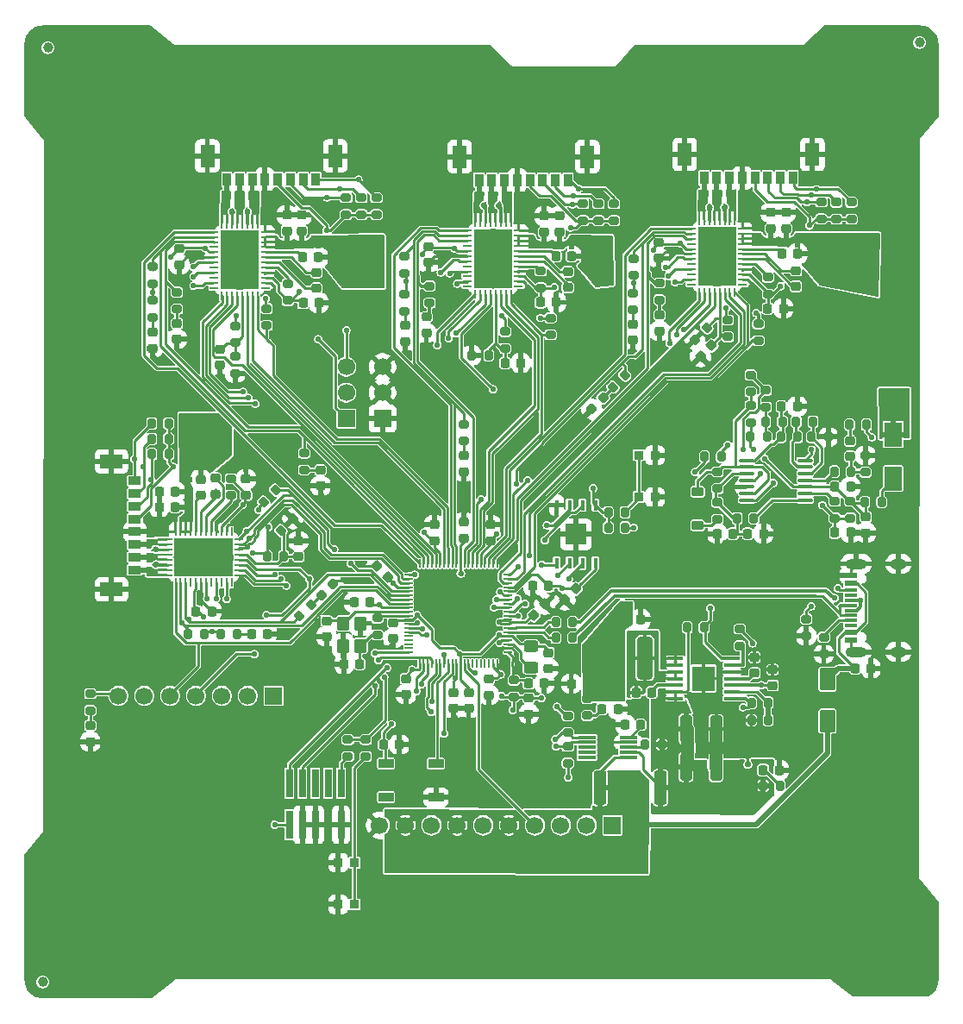
<source format=gtl>
%TF.GenerationSoftware,KiCad,Pcbnew,9.0.2-9.0.2-0~ubuntu24.04.1*%
%TF.CreationDate,2025-06-13T17:41:28-07:00*%
%TF.ProjectId,motor_board,6d6f746f-725f-4626-9f61-72642e6b6963,1.1*%
%TF.SameCoordinates,Original*%
%TF.FileFunction,Copper,L1,Top*%
%TF.FilePolarity,Positive*%
%FSLAX46Y46*%
G04 Gerber Fmt 4.6, Leading zero omitted, Abs format (unit mm)*
G04 Created by KiCad (PCBNEW 9.0.2-9.0.2-0~ubuntu24.04.1) date 2025-06-13 17:41:28*
%MOMM*%
%LPD*%
G01*
G04 APERTURE LIST*
G04 Aperture macros list*
%AMRoundRect*
0 Rectangle with rounded corners*
0 $1 Rounding radius*
0 $2 $3 $4 $5 $6 $7 $8 $9 X,Y pos of 4 corners*
0 Add a 4 corners polygon primitive as box body*
4,1,4,$2,$3,$4,$5,$6,$7,$8,$9,$2,$3,0*
0 Add four circle primitives for the rounded corners*
1,1,$1+$1,$2,$3*
1,1,$1+$1,$4,$5*
1,1,$1+$1,$6,$7*
1,1,$1+$1,$8,$9*
0 Add four rect primitives between the rounded corners*
20,1,$1+$1,$2,$3,$4,$5,0*
20,1,$1+$1,$4,$5,$6,$7,0*
20,1,$1+$1,$6,$7,$8,$9,0*
20,1,$1+$1,$8,$9,$2,$3,0*%
G04 Aperture macros list end*
%TA.AperFunction,SMDPad,CuDef*%
%ADD10R,1.600200X0.304800*%
%TD*%
%TA.AperFunction,SMDPad,CuDef*%
%ADD11R,2.310000X2.460000*%
%TD*%
%TA.AperFunction,SMDPad,CuDef*%
%ADD12RoundRect,0.225000X0.225000X0.250000X-0.225000X0.250000X-0.225000X-0.250000X0.225000X-0.250000X0*%
%TD*%
%TA.AperFunction,SMDPad,CuDef*%
%ADD13RoundRect,0.225000X-0.225000X-0.250000X0.225000X-0.250000X0.225000X0.250000X-0.225000X0.250000X0*%
%TD*%
%TA.AperFunction,SMDPad,CuDef*%
%ADD14RoundRect,0.200000X0.275000X-0.200000X0.275000X0.200000X-0.275000X0.200000X-0.275000X-0.200000X0*%
%TD*%
%TA.AperFunction,SMDPad,CuDef*%
%ADD15RoundRect,0.225000X0.250000X-0.225000X0.250000X0.225000X-0.250000X0.225000X-0.250000X-0.225000X0*%
%TD*%
%TA.AperFunction,ComponentPad*%
%ADD16C,5.600000*%
%TD*%
%TA.AperFunction,SMDPad,CuDef*%
%ADD17C,1.000000*%
%TD*%
%TA.AperFunction,SMDPad,CuDef*%
%ADD18RoundRect,0.200000X0.200000X0.275000X-0.200000X0.275000X-0.200000X-0.275000X0.200000X-0.275000X0*%
%TD*%
%TA.AperFunction,SMDPad,CuDef*%
%ADD19RoundRect,0.200000X-0.200000X-0.275000X0.200000X-0.275000X0.200000X0.275000X-0.200000X0.275000X0*%
%TD*%
%TA.AperFunction,SMDPad,CuDef*%
%ADD20RoundRect,0.250000X0.362500X1.425000X-0.362500X1.425000X-0.362500X-1.425000X0.362500X-1.425000X0*%
%TD*%
%TA.AperFunction,SMDPad,CuDef*%
%ADD21RoundRect,0.333000X0.417000X1.767000X-0.417000X1.767000X-0.417000X-1.767000X0.417000X-1.767000X0*%
%TD*%
%TA.AperFunction,SMDPad,CuDef*%
%ADD22RoundRect,0.250000X-0.325000X-1.100000X0.325000X-1.100000X0.325000X1.100000X-0.325000X1.100000X0*%
%TD*%
%TA.AperFunction,SMDPad,CuDef*%
%ADD23R,1.778000X0.330200*%
%TD*%
%TA.AperFunction,SMDPad,CuDef*%
%ADD24R,1.150000X0.600000*%
%TD*%
%TA.AperFunction,SMDPad,CuDef*%
%ADD25R,1.150000X0.300000*%
%TD*%
%TA.AperFunction,ComponentPad*%
%ADD26O,2.100000X1.000000*%
%TD*%
%TA.AperFunction,ComponentPad*%
%ADD27O,1.600000X1.000000*%
%TD*%
%TA.AperFunction,SMDPad,CuDef*%
%ADD28RoundRect,0.225000X0.335876X0.017678X0.017678X0.335876X-0.335876X-0.017678X-0.017678X-0.335876X0*%
%TD*%
%TA.AperFunction,SMDPad,CuDef*%
%ADD29RoundRect,0.225000X-0.250000X0.225000X-0.250000X-0.225000X0.250000X-0.225000X0.250000X0.225000X0*%
%TD*%
%TA.AperFunction,SMDPad,CuDef*%
%ADD30RoundRect,0.200000X-0.275000X0.200000X-0.275000X-0.200000X0.275000X-0.200000X0.275000X0.200000X0*%
%TD*%
%TA.AperFunction,SMDPad,CuDef*%
%ADD31RoundRect,0.218750X0.256250X-0.218750X0.256250X0.218750X-0.256250X0.218750X-0.256250X-0.218750X0*%
%TD*%
%TA.AperFunction,SMDPad,CuDef*%
%ADD32R,0.242473X0.906066*%
%TD*%
%TA.AperFunction,SMDPad,CuDef*%
%ADD33R,0.906066X0.242473*%
%TD*%
%TA.AperFunction,ComponentPad*%
%ADD34C,0.300000*%
%TD*%
%TA.AperFunction,SMDPad,CuDef*%
%ADD35R,5.800001X3.800000*%
%TD*%
%TA.AperFunction,ComponentPad*%
%ADD36R,1.700000X1.700000*%
%TD*%
%TA.AperFunction,ComponentPad*%
%ADD37C,1.700000*%
%TD*%
%TA.AperFunction,SMDPad,CuDef*%
%ADD38RoundRect,0.168300X0.596700X-0.936700X0.596700X0.936700X-0.596700X0.936700X-0.596700X-0.936700X0*%
%TD*%
%TA.AperFunction,SMDPad,CuDef*%
%ADD39R,3.800000X5.800001*%
%TD*%
%TA.AperFunction,SMDPad,CuDef*%
%ADD40RoundRect,0.200000X-0.053033X0.335876X-0.335876X0.053033X0.053033X-0.335876X0.335876X-0.053033X0*%
%TD*%
%TA.AperFunction,SMDPad,CuDef*%
%ADD41RoundRect,0.090000X-0.660000X-0.360000X0.660000X-0.360000X0.660000X0.360000X-0.660000X0.360000X0*%
%TD*%
%TA.AperFunction,SMDPad,CuDef*%
%ADD42R,0.740000X2.790000*%
%TD*%
%TA.AperFunction,SMDPad,CuDef*%
%ADD43RoundRect,0.250000X-0.450000X0.325000X-0.450000X-0.325000X0.450000X-0.325000X0.450000X0.325000X0*%
%TD*%
%TA.AperFunction,SMDPad,CuDef*%
%ADD44R,0.900000X0.900000*%
%TD*%
%TA.AperFunction,SMDPad,CuDef*%
%ADD45R,0.838200X1.295400*%
%TD*%
%TA.AperFunction,SMDPad,CuDef*%
%ADD46R,1.397000X2.260600*%
%TD*%
%TA.AperFunction,SMDPad,CuDef*%
%ADD47RoundRect,0.250000X-0.350000X0.450000X-0.350000X-0.450000X0.350000X-0.450000X0.350000X0.450000X0*%
%TD*%
%TA.AperFunction,SMDPad,CuDef*%
%ADD48RoundRect,0.100000X0.637500X0.100000X-0.637500X0.100000X-0.637500X-0.100000X0.637500X-0.100000X0*%
%TD*%
%TA.AperFunction,SMDPad,CuDef*%
%ADD49RoundRect,0.218750X-0.026517X0.335876X-0.335876X0.026517X0.026517X-0.335876X0.335876X-0.026517X0*%
%TD*%
%TA.AperFunction,SMDPad,CuDef*%
%ADD50R,0.450000X1.050000*%
%TD*%
%TA.AperFunction,SMDPad,CuDef*%
%ADD51R,2.100000X2.100000*%
%TD*%
%TA.AperFunction,SMDPad,CuDef*%
%ADD52RoundRect,0.225000X0.017678X-0.335876X0.335876X-0.017678X-0.017678X0.335876X-0.335876X0.017678X0*%
%TD*%
%TA.AperFunction,SMDPad,CuDef*%
%ADD53RoundRect,0.218750X0.218750X0.256250X-0.218750X0.256250X-0.218750X-0.256250X0.218750X-0.256250X0*%
%TD*%
%TA.AperFunction,SMDPad,CuDef*%
%ADD54R,1.700000X2.350000*%
%TD*%
%TA.AperFunction,SMDPad,CuDef*%
%ADD55RoundRect,0.218750X0.026517X-0.335876X0.335876X-0.026517X-0.026517X0.335876X-0.335876X0.026517X0*%
%TD*%
%TA.AperFunction,SMDPad,CuDef*%
%ADD56RoundRect,0.200000X0.053033X-0.335876X0.335876X-0.053033X-0.053033X0.335876X-0.335876X0.053033X0*%
%TD*%
%TA.AperFunction,SMDPad,CuDef*%
%ADD57RoundRect,0.225000X-0.375000X0.225000X-0.375000X-0.225000X0.375000X-0.225000X0.375000X0.225000X0*%
%TD*%
%TA.AperFunction,SMDPad,CuDef*%
%ADD58RoundRect,0.055000X-0.055000X-0.335000X0.055000X-0.335000X0.055000X0.335000X-0.055000X0.335000X0*%
%TD*%
%TA.AperFunction,SMDPad,CuDef*%
%ADD59RoundRect,0.055000X-0.335000X0.055000X-0.335000X-0.055000X0.335000X-0.055000X0.335000X0.055000X0*%
%TD*%
%TA.AperFunction,ComponentPad*%
%ADD60C,0.600000*%
%TD*%
%TA.AperFunction,SMDPad,CuDef*%
%ADD61R,1.133333X1.133333*%
%TD*%
%TA.AperFunction,SMDPad,CuDef*%
%ADD62R,1.295400X0.838200*%
%TD*%
%TA.AperFunction,SMDPad,CuDef*%
%ADD63R,2.260600X1.397000*%
%TD*%
%TA.AperFunction,SMDPad,CuDef*%
%ADD64RoundRect,0.225000X-0.017678X0.335876X-0.335876X0.017678X0.017678X-0.335876X0.335876X-0.017678X0*%
%TD*%
%TA.AperFunction,ViaPad*%
%ADD65C,0.584200*%
%TD*%
%TA.AperFunction,ViaPad*%
%ADD66C,0.600000*%
%TD*%
%TA.AperFunction,Conductor*%
%ADD67C,0.234950*%
%TD*%
%TA.AperFunction,Conductor*%
%ADD68C,0.279400*%
%TD*%
%TA.AperFunction,Conductor*%
%ADD69C,0.305000*%
%TD*%
%TA.AperFunction,Conductor*%
%ADD70C,0.271780*%
%TD*%
%TA.AperFunction,Conductor*%
%ADD71C,1.270000*%
%TD*%
%TA.AperFunction,Conductor*%
%ADD72C,0.271781*%
%TD*%
%TA.AperFunction,Conductor*%
%ADD73C,0.304800*%
%TD*%
%TA.AperFunction,Conductor*%
%ADD74C,0.313400*%
%TD*%
%TA.AperFunction,Conductor*%
%ADD75C,0.337947*%
%TD*%
%TA.AperFunction,Conductor*%
%ADD76C,0.508000*%
%TD*%
%TA.AperFunction,Conductor*%
%ADD77C,0.293370*%
%TD*%
G04 APERTURE END LIST*
D10*
%TO.P,U5,1,VO*%
%TO.N,3.3V*%
X168004604Y-118740034D03*
%TO.P,U5,2,VFB*%
%TO.N,Net-(U5-VFB)*%
X168004604Y-118090021D03*
%TO.P,U5,3,VREG5*%
%TO.N,Net-(U5-VREG5)*%
X168004604Y-117440012D03*
%TO.P,U5,4,SS*%
%TO.N,Net-(U5-SS)*%
X168004604Y-116790000D03*
%TO.P,U5,5,GND*%
%TO.N,GND*%
X168004604Y-116139988D03*
%TO.P,U5,6,PG*%
%TO.N,Net-(U5-PG)*%
X168004604Y-115489979D03*
%TO.P,U5,7,EN*%
%TO.N,3V3_RESET*%
X168004604Y-114839966D03*
%TO.P,U5,8,PGND1*%
%TO.N,GND*%
X162467404Y-114839966D03*
%TO.P,U5,9,PGND2*%
X162467404Y-115489979D03*
%TO.P,U5,10,SW1*%
%TO.N,Net-(U5-SW1)*%
X162467404Y-116139988D03*
%TO.P,U5,11,SW2*%
X162467404Y-116790000D03*
%TO.P,U5,12,VBST*%
%TO.N,Net-(U5-VBST)*%
X162467404Y-117440012D03*
%TO.P,U5,13,VIN*%
%TO.N,VBATT*%
X162467404Y-118090021D03*
%TO.P,U5,14,VCC*%
X162467404Y-118740034D03*
D11*
%TO.P,U5,15,EPAD*%
%TO.N,GND*%
X165236004Y-116790000D03*
%TD*%
D12*
%TO.P,C18,1*%
%TO.N,GND*%
X159069100Y-110973900D03*
%TO.P,C18,2*%
%TO.N,3.3V*%
X157519100Y-110973900D03*
%TD*%
D13*
%TO.P,C17,1*%
%TO.N,GND*%
X152225000Y-117300000D03*
%TO.P,C17,2*%
%TO.N,3.3V*%
X153775000Y-117300000D03*
%TD*%
%TO.P,C21,1*%
%TO.N,Net-(U5-SW1)*%
X158603600Y-118152400D03*
%TO.P,C21,2*%
%TO.N,Net-(U5-VBST)*%
X160153600Y-118152400D03*
%TD*%
D14*
%TO.P,R15,1*%
%TO.N,Net-(U5-PG)*%
X168776600Y-113579900D03*
%TO.P,R15,2*%
%TO.N,Net-(U5-VREG5)*%
X168776600Y-111929900D03*
%TD*%
D15*
%TO.P,C26,1*%
%TO.N,Net-(U5-SS)*%
X170237100Y-116260400D03*
%TO.P,C26,2*%
%TO.N,GND*%
X170237100Y-114710400D03*
%TD*%
D16*
%TO.P,H1,1,1*%
%TO.N,GND*%
X105946000Y-57564100D03*
%TD*%
%TO.P,H2,1,1*%
%TO.N,GND*%
X103426000Y-143294000D03*
%TD*%
%TO.P,H3,1,1*%
%TO.N,GND*%
X183426100Y-143294100D03*
%TD*%
%TO.P,H4,1,1*%
%TO.N,GND*%
X179606000Y-57564000D03*
%TD*%
D17*
%TO.P,REF1T,*%
%TO.N,*%
X100330000Y-146558000D03*
%TD*%
D13*
%TO.P,C29,1*%
%TO.N,Net-(C29-Pad1)*%
X180100000Y-115800000D03*
%TO.P,C29,2*%
%TO.N,GND*%
X181650000Y-115800000D03*
%TD*%
D18*
%TO.P,R13,1*%
%TO.N,Net-(U5-VFB)*%
X171570100Y-119168400D03*
%TO.P,R13,2*%
%TO.N,3.3V*%
X169920100Y-119168400D03*
%TD*%
D15*
%TO.P,C27,1*%
%TO.N,Net-(U5-VREG5)*%
X172015100Y-117466900D03*
%TO.P,C27,2*%
%TO.N,GND*%
X172015100Y-115916900D03*
%TD*%
D19*
%TO.P,R29,1*%
%TO.N,VBATT*%
X163619100Y-111773900D03*
%TO.P,R29,2*%
%TO.N,3V3_RESET*%
X165269100Y-111773900D03*
%TD*%
%TO.P,R14,1*%
%TO.N,GND*%
X169920100Y-120882900D03*
%TO.P,R14,2*%
%TO.N,Net-(U5-VFB)*%
X171570100Y-120882900D03*
%TD*%
D20*
%TO.P,R8,1*%
%TO.N,VBATT*%
X160962500Y-127500000D03*
%TO.P,R8,2*%
%TO.N,VBATT_SENSE*%
X155037500Y-127500000D03*
%TD*%
D21*
%TO.P,L2,1,1*%
%TO.N,Net-(U5-SW1)*%
X159464100Y-114786900D03*
%TO.P,L2,2,2*%
%TO.N,3.3V*%
X155864100Y-114786900D03*
%TD*%
D22*
%TO.P,C19,1*%
%TO.N,VBATT*%
X163507004Y-121743000D03*
%TO.P,C19,2*%
%TO.N,GND*%
X166457004Y-121743000D03*
%TD*%
%TO.P,C20,1*%
%TO.N,VBATT*%
X163507004Y-125454900D03*
%TO.P,C20,2*%
%TO.N,GND*%
X166457004Y-125454900D03*
%TD*%
D18*
%TO.P,R26,1*%
%TO.N,VBATT*%
X161119100Y-123223900D03*
%TO.P,R26,2*%
%TO.N,Net-(U4-ON)*%
X159469100Y-123223900D03*
%TD*%
D23*
%TO.P,U4,1,VCC*%
%TO.N,VBATT_SENSE*%
X157838800Y-124549901D03*
%TO.P,U4,2,SENSE*%
%TO.N,VBATT*%
X157838800Y-124049899D03*
%TO.P,U4,3,ON*%
%TO.N,Net-(U4-ON)*%
X157838800Y-123549900D03*
%TO.P,U4,4,GND*%
%TO.N,GND*%
X157838800Y-123049901D03*
%TO.P,U4,5,TIMER*%
%TO.N,Net-(U4-TIMER)*%
X157838800Y-122549899D03*
%TO.P,U4,6,SCL*%
%TO.N,SCL_PWR*%
X153749400Y-122549899D03*
%TO.P,U4,7,SDA*%
%TO.N,SDA_PWR*%
X153749400Y-123049901D03*
%TO.P,U4,8,A0*%
%TO.N,unconnected-(U4-A0-Pad8)*%
X153749400Y-123549900D03*
%TO.P,U4,9,A1*%
%TO.N,unconnected-(U4-A1-Pad9)*%
X153749400Y-124049899D03*
%TO.P,U4,10,GATE*%
%TO.N,unconnected-(U4-GATE-Pad10)*%
X153749400Y-124549901D03*
%TD*%
D13*
%TO.P,C32,1*%
%TO.N,GND*%
X157519100Y-121323900D03*
%TO.P,C32,2*%
%TO.N,Net-(U4-TIMER)*%
X159069100Y-121323900D03*
%TD*%
D24*
%TO.P,J13,A1,GND*%
%TO.N,GND*%
X179660000Y-113050000D03*
%TO.P,J13,A4,VBUS*%
%TO.N,Net-(C29-Pad1)*%
X179660000Y-112250000D03*
D25*
%TO.P,J13,A5,CC1*%
%TO.N,USB_CC1*%
X179660000Y-111100000D03*
%TO.P,J13,A6,D+*%
%TO.N,USB_D+*%
X179660000Y-110100000D03*
%TO.P,J13,A7,D-*%
%TO.N,USB_D-*%
X179660000Y-109600000D03*
%TO.P,J13,A8,SBU1*%
%TO.N,unconnected-(J13-SBU1-PadA8)*%
X179660000Y-108600000D03*
D24*
%TO.P,J13,A9,VBUS*%
%TO.N,Net-(C29-Pad1)*%
X179660000Y-107450000D03*
%TO.P,J13,A12,GND*%
%TO.N,GND*%
X179660000Y-106650000D03*
D25*
%TO.P,J13,B5,CC2*%
%TO.N,USB_CC2*%
X179660000Y-108100000D03*
%TO.P,J13,B6,D+*%
%TO.N,USB_D+*%
X179660000Y-109100000D03*
%TO.P,J13,B7,D-*%
%TO.N,USB_D-*%
X179660000Y-110600000D03*
%TO.P,J13,B8,SBU2*%
%TO.N,unconnected-(J13-SBU2-PadB8)*%
X179660000Y-111600000D03*
D26*
%TO.P,J13,S1,SHIELD*%
%TO.N,GND*%
X180235000Y-114170000D03*
D27*
X184375000Y-114170000D03*
D26*
X180235000Y-105530000D03*
D27*
X184375000Y-105530000D03*
%TD*%
D28*
%TO.P,C46,1*%
%TO.N,3.3V*%
X134217108Y-106846908D03*
%TO.P,C46,2*%
%TO.N,GND*%
X133121092Y-105750892D03*
%TD*%
D13*
%TO.P,C56,1*%
%TO.N,/Motors/individual_motor_3/V_BK*%
X125897132Y-79926933D03*
%TO.P,C56,2*%
%TO.N,GND*%
X127447132Y-79926933D03*
%TD*%
D29*
%TO.P,C28,1*%
%TO.N,3.3V*%
X140650000Y-118175000D03*
%TO.P,C28,2*%
%TO.N,GND*%
X140650000Y-119725000D03*
%TD*%
D15*
%TO.P,C62,1*%
%TO.N,/Motors/individual_motor_4/CP*%
X115823592Y-98815914D03*
%TO.P,C62,2*%
%TO.N,VBATT*%
X115823592Y-97265914D03*
%TD*%
D14*
%TO.P,R6,1*%
%TO.N,/Motors/individual_motor_1/AVDD*%
X158400000Y-77225000D03*
%TO.P,R6,2*%
%TO.N,nFAULT_1*%
X158400000Y-75575000D03*
%TD*%
D13*
%TO.P,C55,1*%
%TO.N,/Motors/individual_motor_3/CP*%
X125847132Y-75451933D03*
%TO.P,C55,2*%
%TO.N,VBATT*%
X127397132Y-75451933D03*
%TD*%
D30*
%TO.P,R49,1*%
%TO.N,/Motors/individual_motor_3/AVDD*%
X122300000Y-80475000D03*
%TO.P,R49,2*%
%TO.N,FGOUT_3*%
X122300000Y-82125000D03*
%TD*%
D31*
%TO.P,D8,1,K*%
%TO.N,GND*%
X113500000Y-83487500D03*
%TO.P,D8,2,A*%
%TO.N,Net-(D8-A)*%
X113500000Y-81912500D03*
%TD*%
D19*
%TO.P,R42,1*%
%TO.N,/Avionics/USB_IC_D-*%
X150719100Y-112773900D03*
%TO.P,R42,2*%
%TO.N,USB_D-*%
X152369100Y-112773900D03*
%TD*%
D18*
%TO.P,R50,1*%
%TO.N,WATCHDOG_FEED*%
X181219100Y-91873900D03*
%TO.P,R50,2*%
%TO.N,Net-(C30-Pad1)*%
X179569100Y-91873900D03*
%TD*%
D30*
%TO.P,R31,1*%
%TO.N,/Motors/individual_motor_3/SW_BK*%
X124397132Y-78051933D03*
%TO.P,R31,2*%
%TO.N,/Motors/individual_motor_3/V_BK*%
X124397132Y-79701933D03*
%TD*%
D17*
%TO.P,REF3T,*%
%TO.N,*%
X186436000Y-54356000D03*
%TD*%
D29*
%TO.P,C8,1*%
%TO.N,/Motors/individual_motor_1/AVDD*%
X160847132Y-74001933D03*
%TO.P,C8,2*%
%TO.N,GND*%
X160847132Y-75551933D03*
%TD*%
D15*
%TO.P,C15,1*%
%TO.N,+1V1*%
X141694100Y-102998900D03*
%TO.P,C15,2*%
%TO.N,GND*%
X141694100Y-101448900D03*
%TD*%
D18*
%TO.P,R46,1*%
%TO.N,/Motors/individual_motor_4/AVDD*%
X116225000Y-112400000D03*
%TO.P,R46,2*%
%TO.N,nFAULT_4*%
X114575000Y-112400000D03*
%TD*%
D32*
%TO.P,U9,1,NC*%
%TO.N,unconnected-(U9-NC-Pad1)*%
X118866637Y-102380330D03*
%TO.P,U9,2,AGND*%
%TO.N,GND*%
X118366638Y-102380330D03*
%TO.P,U9,3,FB_BK*%
%TO.N,/Motors/individual_motor_4/V_BK*%
X117866636Y-102380330D03*
%TO.P,U9,4,GND_BK*%
%TO.N,GND*%
X117366637Y-102380330D03*
%TO.P,U9,5,SW_BK*%
%TO.N,/Motors/individual_motor_4/SW_BK*%
X116866638Y-102380330D03*
%TO.P,U9,6,CPL*%
%TO.N,/Motors/individual_motor_4/CPL*%
X116366637Y-102380330D03*
%TO.P,U9,7,CPH*%
%TO.N,/Motors/individual_motor_4/CPH*%
X115866637Y-102380330D03*
%TO.P,U9,8,CP*%
%TO.N,/Motors/individual_motor_4/CP*%
X115366636Y-102380330D03*
%TO.P,U9,9,VM*%
%TO.N,VBATT*%
X114866637Y-102380330D03*
%TO.P,U9,10,VM*%
X114366638Y-102380330D03*
%TO.P,U9,11,VM*%
X113866636Y-102380330D03*
%TO.P,U9,12,PGND*%
%TO.N,GND*%
X113366637Y-102380330D03*
D33*
%TO.P,U9,13,OUTA*%
%TO.N,/Motors/individual_motor_4/OUTA*%
X112613604Y-103133364D03*
%TO.P,U9,14,OUTA*%
X112613604Y-103633363D03*
%TO.P,U9,15,PGND*%
%TO.N,GND*%
X112613604Y-104133362D03*
%TO.P,U9,16,OUTB*%
%TO.N,/Motors/individual_motor_4/OUTB*%
X112613604Y-104633363D03*
%TO.P,U9,17,OUTB*%
X112613604Y-105133363D03*
%TO.P,U9,18,PGND*%
%TO.N,GND*%
X112613604Y-105633364D03*
%TO.P,U9,19,OUTC*%
%TO.N,/Motors/individual_motor_4/OUTC*%
X112613604Y-106133363D03*
%TO.P,U9,20,OUTC*%
X112613604Y-106633362D03*
D32*
%TO.P,U9,21,DRVOFF*%
%TO.N,DRVOFF_4*%
X113366637Y-107386396D03*
%TO.P,U9,22,FAULT_N*%
%TO.N,nFAULT_4*%
X113866636Y-107386396D03*
%TO.P,U9,23,SLEEP_N*%
%TO.N,nSLEEP_4*%
X114366638Y-107386396D03*
%TO.P,U9,24,NC*%
%TO.N,unconnected-(U9-NC-Pad24)*%
X114866637Y-107386396D03*
%TO.P,U9,25,AVDD*%
%TO.N,/Motors/individual_motor_4/AVDD*%
X115366636Y-107386396D03*
%TO.P,U9,26,AGND*%
%TO.N,GND*%
X115866637Y-107386396D03*
%TO.P,U9,27,HPA*%
%TO.N,/Motors/individual_motor_4/HPA*%
X116366637Y-107386396D03*
%TO.P,U9,28,HNA*%
%TO.N,unconnected-(U9-HNA-Pad28)*%
X116866638Y-107386396D03*
%TO.P,U9,29,HPB*%
%TO.N,/Motors/individual_motor_4/HPB*%
X117366637Y-107386396D03*
%TO.P,U9,30,HNB*%
%TO.N,unconnected-(U9-HNB-Pad30)*%
X117866636Y-107386396D03*
%TO.P,U9,31,HPC*%
%TO.N,/Motors/individual_motor_4/HPC*%
X118366638Y-107386396D03*
%TO.P,U9,32,HNC*%
%TO.N,unconnected-(U9-HNC-Pad32)*%
X118866637Y-107386396D03*
D33*
%TO.P,U9,33,SDO*%
%TO.N,SDO0*%
X119619670Y-106633362D03*
%TO.P,U9,34,SDI*%
%TO.N,SDI0*%
X119619670Y-106133363D03*
%TO.P,U9,35,SCLK*%
%TO.N,SCLK0*%
X119619670Y-105633364D03*
%TO.P,U9,36,nSCS*%
%TO.N,nSCS_4*%
X119619670Y-105133363D03*
%TO.P,U9,37,ILIM*%
%TO.N,/Motors/individual_motor_4/ILIM*%
X119619670Y-104633363D03*
%TO.P,U9,38,BRAKE*%
%TO.N,BRAKE_4*%
X119619670Y-104133362D03*
%TO.P,U9,39,PWM*%
%TO.N,PWM_4*%
X119619670Y-103633363D03*
%TO.P,U9,40,FGOUT*%
%TO.N,FGOUT_4*%
X119619670Y-103133364D03*
D34*
%TO.P,U9,41,Thermal_Pad*%
%TO.N,GND*%
X117366637Y-103383363D03*
X116116637Y-103383363D03*
X114866637Y-103383363D03*
X118616637Y-104383363D03*
X117366637Y-104383363D03*
X116116637Y-104383363D03*
X114866637Y-104383363D03*
X113616637Y-104383363D03*
D35*
X116116637Y-104883363D03*
D34*
X118616637Y-105383363D03*
X117366637Y-105383363D03*
X116116637Y-105383363D03*
X114866637Y-105383363D03*
X113616637Y-105383363D03*
X117366637Y-106383363D03*
X116116637Y-106383363D03*
X114866637Y-106383363D03*
%TD*%
D14*
%TO.P,R64,1*%
%TO.N,/Watchdog/WD_integrate*%
X166594100Y-98148900D03*
%TO.P,R64,2*%
%TO.N,Net-(D6-K)*%
X166594100Y-96498900D03*
%TD*%
D13*
%TO.P,C57,1*%
%TO.N,GND*%
X111773592Y-98465914D03*
%TO.P,C57,2*%
%TO.N,VBATT*%
X113323592Y-98465914D03*
%TD*%
D30*
%TO.P,R25,1*%
%TO.N,/Motors/individual_motor_3/ILIM*%
X119222132Y-85201933D03*
%TO.P,R25,2*%
%TO.N,GND*%
X119222132Y-86851933D03*
%TD*%
D19*
%TO.P,R41,1*%
%TO.N,/Avionics/USB_IC_D+*%
X150719100Y-111273900D03*
%TO.P,R41,2*%
%TO.N,USB_D+*%
X152369100Y-111273900D03*
%TD*%
D15*
%TO.P,C59,1*%
%TO.N,/Motors/individual_motor_4/ILIM*%
X125438605Y-104836395D03*
%TO.P,C59,2*%
%TO.N,GND*%
X125438605Y-103286395D03*
%TD*%
D19*
%TO.P,R73,1*%
%TO.N,/Motors/individual_motor_4/AVDD*%
X117775000Y-112400000D03*
%TO.P,R73,2*%
%TO.N,Net-(D17-A)*%
X119425000Y-112400000D03*
%TD*%
D18*
%TO.P,R63,1*%
%TO.N,Net-(R63-Pad1)*%
X170169100Y-101073900D03*
%TO.P,R63,2*%
%TO.N,/Watchdog/WD_integrate*%
X168519100Y-101073900D03*
%TD*%
D31*
%TO.P,D12,1,K*%
%TO.N,GND*%
X127612500Y-97887500D03*
%TO.P,D12,2,A*%
%TO.N,Net-(D12-A)*%
X127612500Y-96312500D03*
%TD*%
D18*
%TO.P,R35,1*%
%TO.N,/Motors/individual_motor_4/V_BK*%
X112688605Y-93261395D03*
%TO.P,R35,2*%
%TO.N,/Motors/individual_motor_4/HPB*%
X111038605Y-93261395D03*
%TD*%
D14*
%TO.P,R40,1*%
%TO.N,GND*%
X177032000Y-114387000D03*
%TO.P,R40,2*%
%TO.N,USB_CC1*%
X177032000Y-112737000D03*
%TD*%
D29*
%TO.P,C37,1*%
%TO.N,GND*%
X125757132Y-71301933D03*
%TO.P,C37,2*%
%TO.N,VBATT*%
X125757132Y-72851933D03*
%TD*%
D36*
%TO.P,J7,1,Pin_1*%
%TO.N,FGOUT_4*%
X122996637Y-118483363D03*
D37*
%TO.P,J7,2,Pin_2*%
%TO.N,PWM_4*%
X120456637Y-118483363D03*
%TO.P,J7,3,Pin_3*%
%TO.N,BRAKE_4*%
X117916637Y-118483363D03*
%TO.P,J7,4,Pin_4*%
%TO.N,nSCS_4*%
X115376637Y-118483363D03*
%TO.P,J7,5,Pin_5*%
%TO.N,DRVOFF_4*%
X112836637Y-118483363D03*
%TO.P,J7,6,Pin_6*%
%TO.N,nSLEEP_4*%
X110296637Y-118483363D03*
%TO.P,J7,7,Pin_7*%
%TO.N,nFAULT_4*%
X107756637Y-118483363D03*
%TD*%
D14*
%TO.P,R10,1*%
%TO.N,/Motors/individual_motor_1/V_BK*%
X176797132Y-71676933D03*
%TO.P,R10,2*%
%TO.N,/Motors/individual_motor_1/HPC*%
X176797132Y-70026933D03*
%TD*%
D19*
%TO.P,R76,1*%
%TO.N,/Watchdog/WD_Vcc*%
X169819100Y-93073900D03*
%TO.P,R76,2*%
%TO.N,/Watchdog/ref4*%
X171469100Y-93073900D03*
%TD*%
D30*
%TO.P,R48,1*%
%TO.N,/Motors/individual_motor_1/AVDD*%
X170600000Y-81975000D03*
%TO.P,R48,2*%
%TO.N,FGOUT_1*%
X170600000Y-83625000D03*
%TD*%
D19*
%TO.P,R78,1*%
%TO.N,/Watchdog/ref3*%
X172819100Y-93073900D03*
%TO.P,R78,2*%
%TO.N,/Watchdog/ref2*%
X174469100Y-93073900D03*
%TD*%
D38*
%TO.P,D2,A*%
%TO.N,Net-(C29-Pad1)*%
X177400000Y-116850000D03*
%TO.P,D2,C*%
%TO.N,VBATT_SENSE*%
X177400000Y-120950000D03*
%TD*%
D29*
%TO.P,C43,1*%
%TO.N,/Motors/individual_motor_3/AVDD*%
X113747132Y-74601933D03*
%TO.P,C43,2*%
%TO.N,GND*%
X113747132Y-76151933D03*
%TD*%
D12*
%TO.P,C45,1*%
%TO.N,3.3V*%
X132444100Y-109323900D03*
%TO.P,C45,2*%
%TO.N,GND*%
X130894100Y-109323900D03*
%TD*%
D33*
%TO.P,U6,1,NC*%
%TO.N,unconnected-(U6-NC-Pad1)*%
X147050165Y-78326933D03*
%TO.P,U6,2,AGND*%
%TO.N,GND*%
X147050165Y-77826934D03*
%TO.P,U6,3,FB_BK*%
%TO.N,/Motors/individual_motor_2/V_BK*%
X147050165Y-77326932D03*
%TO.P,U6,4,GND_BK*%
%TO.N,GND*%
X147050165Y-76826933D03*
%TO.P,U6,5,SW_BK*%
%TO.N,/Motors/individual_motor_2/SW_BK*%
X147050165Y-76326934D03*
%TO.P,U6,6,CPL*%
%TO.N,/Motors/individual_motor_2/CPL*%
X147050165Y-75826933D03*
%TO.P,U6,7,CPH*%
%TO.N,/Motors/individual_motor_2/CPH*%
X147050165Y-75326933D03*
%TO.P,U6,8,CP*%
%TO.N,/Motors/individual_motor_2/CP*%
X147050165Y-74826932D03*
%TO.P,U6,9,VM*%
%TO.N,VBATT*%
X147050165Y-74326933D03*
%TO.P,U6,10,VM*%
X147050165Y-73826934D03*
%TO.P,U6,11,VM*%
X147050165Y-73326932D03*
%TO.P,U6,12,PGND*%
%TO.N,GND*%
X147050165Y-72826933D03*
D32*
%TO.P,U6,13,OUTA*%
%TO.N,/Motors/individual_motor_2/OUTA*%
X146297131Y-72073900D03*
%TO.P,U6,14,OUTA*%
X145797132Y-72073900D03*
%TO.P,U6,15,PGND*%
%TO.N,GND*%
X145297133Y-72073900D03*
%TO.P,U6,16,OUTB*%
%TO.N,/Motors/individual_motor_2/OUTB*%
X144797132Y-72073900D03*
%TO.P,U6,17,OUTB*%
X144297132Y-72073900D03*
%TO.P,U6,18,PGND*%
%TO.N,GND*%
X143797131Y-72073900D03*
%TO.P,U6,19,OUTC*%
%TO.N,/Motors/individual_motor_2/OUTC*%
X143297132Y-72073900D03*
%TO.P,U6,20,OUTC*%
X142797133Y-72073900D03*
D33*
%TO.P,U6,21,DRVOFF*%
%TO.N,DRVOFF_2*%
X142044099Y-72826933D03*
%TO.P,U6,22,FAULT_N*%
%TO.N,nFAULT_2*%
X142044099Y-73326932D03*
%TO.P,U6,23,SLEEP_N*%
%TO.N,nSLEEP_2*%
X142044099Y-73826934D03*
%TO.P,U6,24,NC*%
%TO.N,unconnected-(U6-NC-Pad24)*%
X142044099Y-74326933D03*
%TO.P,U6,25,AVDD*%
%TO.N,/Motors/individual_motor_2/AVDD*%
X142044099Y-74826932D03*
%TO.P,U6,26,AGND*%
%TO.N,GND*%
X142044099Y-75326933D03*
%TO.P,U6,27,HPA*%
%TO.N,/Motors/individual_motor_2/HPA*%
X142044099Y-75826933D03*
%TO.P,U6,28,HNA*%
%TO.N,unconnected-(U6-HNA-Pad28)*%
X142044099Y-76326934D03*
%TO.P,U6,29,HPB*%
%TO.N,/Motors/individual_motor_2/HPB*%
X142044099Y-76826933D03*
%TO.P,U6,30,HNB*%
%TO.N,unconnected-(U6-HNB-Pad30)*%
X142044099Y-77326932D03*
%TO.P,U6,31,HPC*%
%TO.N,/Motors/individual_motor_2/HPC*%
X142044099Y-77826934D03*
%TO.P,U6,32,HNC*%
%TO.N,unconnected-(U6-HNC-Pad32)*%
X142044099Y-78326933D03*
D32*
%TO.P,U6,33,SDO*%
%TO.N,SDO0*%
X142797133Y-79079966D03*
%TO.P,U6,34,SDI*%
%TO.N,SDI0*%
X143297132Y-79079966D03*
%TO.P,U6,35,SCLK*%
%TO.N,SCLK0*%
X143797131Y-79079966D03*
%TO.P,U6,36,nSCS*%
%TO.N,nSCS_2*%
X144297132Y-79079966D03*
%TO.P,U6,37,ILIM*%
%TO.N,/Motors/individual_motor_2/ILIM*%
X144797132Y-79079966D03*
%TO.P,U6,38,BRAKE*%
%TO.N,BRAKE_2*%
X145297133Y-79079966D03*
%TO.P,U6,39,PWM*%
%TO.N,PWM_2*%
X145797132Y-79079966D03*
%TO.P,U6,40,FGOUT*%
%TO.N,FGOUT_2*%
X146297131Y-79079966D03*
D34*
%TO.P,U6,41,Thermal_Pad*%
%TO.N,GND*%
X146047132Y-76826933D03*
X146047132Y-75576933D03*
X146047132Y-74326933D03*
X145047132Y-78076933D03*
X145047132Y-76826933D03*
X145047132Y-75576933D03*
X145047132Y-74326933D03*
X145047132Y-73076933D03*
D39*
X144547132Y-75576933D03*
D34*
X144047132Y-78076933D03*
X144047132Y-76826933D03*
X144047132Y-75576933D03*
X144047132Y-74326933D03*
X144047132Y-73076933D03*
X143047132Y-76826933D03*
X143047132Y-75576933D03*
X143047132Y-74326933D03*
%TD*%
D30*
%TO.P,R71,1*%
%TO.N,/Motors/individual_motor_1/AVDD*%
X158300000Y-78975000D03*
%TO.P,R71,2*%
%TO.N,Net-(D15-A)*%
X158300000Y-80625000D03*
%TD*%
D29*
%TO.P,C3,1*%
%TO.N,GND*%
X173322132Y-71051933D03*
%TO.P,C3,2*%
%TO.N,VBATT*%
X173322132Y-72601933D03*
%TD*%
%TO.P,C1,1*%
%TO.N,/Avionics/XTAL1*%
X128200000Y-111125000D03*
%TO.P,C1,2*%
%TO.N,GND*%
X128200000Y-112675000D03*
%TD*%
D19*
%TO.P,R80,1*%
%TO.N,/Watchdog/ref1*%
X175819100Y-93073900D03*
%TO.P,R80,2*%
%TO.N,GND*%
X177469100Y-93073900D03*
%TD*%
D12*
%TO.P,C54,1*%
%TO.N,GND*%
X174419100Y-90073900D03*
%TO.P,C54,2*%
%TO.N,/Watchdog/ref3*%
X172869100Y-90073900D03*
%TD*%
D18*
%TO.P,R4,1*%
%TO.N,Net-(SW2-P)*%
X157519100Y-100473900D03*
%TO.P,R4,2*%
%TO.N,/Avionics/FLASH_CS*%
X155869100Y-100473900D03*
%TD*%
D15*
%TO.P,C49,1*%
%TO.N,3.3V*%
X144294100Y-103248900D03*
%TO.P,C49,2*%
%TO.N,GND*%
X144294100Y-101698900D03*
%TD*%
D13*
%TO.P,C58,1*%
%TO.N,GND*%
X111773592Y-99965914D03*
%TO.P,C58,2*%
%TO.N,VBATT*%
X113323592Y-99965914D03*
%TD*%
D15*
%TO.P,C50,1*%
%TO.N,3.3V*%
X138794100Y-103248900D03*
%TO.P,C50,2*%
%TO.N,GND*%
X138794100Y-101698900D03*
%TD*%
D30*
%TO.P,R75,1*%
%TO.N,Net-(D6-K)*%
X169844100Y-89998900D03*
%TO.P,R75,2*%
%TO.N,/Watchdog/WD_Vcc*%
X169844100Y-91648900D03*
%TD*%
%TO.P,R56,1*%
%TO.N,Net-(R56-Pad1)*%
X178112850Y-99398900D03*
%TO.P,R56,2*%
%TO.N,Net-(U7B-+)*%
X178112850Y-101048900D03*
%TD*%
D19*
%TO.P,R32,1*%
%TO.N,/Motors/individual_motor_4/AVDD*%
X122338605Y-104786395D03*
%TO.P,R32,2*%
%TO.N,/Motors/individual_motor_4/ILIM*%
X123988605Y-104786395D03*
%TD*%
D31*
%TO.P,D16,1,K*%
%TO.N,GND*%
X111100000Y-84387500D03*
%TO.P,D16,2,A*%
%TO.N,Net-(D16-A)*%
X111100000Y-82812500D03*
%TD*%
D29*
%TO.P,C40,1*%
%TO.N,3.3V*%
X135994100Y-116798900D03*
%TO.P,C40,2*%
%TO.N,GND*%
X135994100Y-118348900D03*
%TD*%
D12*
%TO.P,C2,1*%
%TO.N,Net-(C2-Pad1)*%
X131469100Y-115373900D03*
%TO.P,C2,2*%
%TO.N,GND*%
X129919100Y-115373900D03*
%TD*%
D14*
%TO.P,R30,1*%
%TO.N,/Motors/individual_motor_3/V_BK*%
X130122132Y-71251933D03*
%TO.P,R30,2*%
%TO.N,/Motors/individual_motor_3/HPC*%
X130122132Y-69601933D03*
%TD*%
D12*
%TO.P,C42,1*%
%TO.N,GND*%
X171119100Y-102573900D03*
%TO.P,C42,2*%
%TO.N,/Watchdog/WD_integrate*%
X169569100Y-102573900D03*
%TD*%
D29*
%TO.P,C14,1*%
%TO.N,+1V1*%
X134750000Y-111298900D03*
%TO.P,C14,2*%
%TO.N,GND*%
X134750000Y-112848900D03*
%TD*%
D30*
%TO.P,R24,1*%
%TO.N,/Motors/individual_motor_3/AVDD*%
X119222132Y-82201933D03*
%TO.P,R24,2*%
%TO.N,/Motors/individual_motor_3/ILIM*%
X119222132Y-83851933D03*
%TD*%
D40*
%TO.P,R2,1*%
%TO.N,/Motors/individual_motor_1/ILIM*%
X165530495Y-82368570D03*
%TO.P,R2,2*%
%TO.N,GND*%
X164363769Y-83535296D03*
%TD*%
D41*
%TO.P,D1,1,VDD*%
%TO.N,3.3V*%
X134044100Y-125123900D03*
%TO.P,D1,2,DOUT*%
%TO.N,unconnected-(D1-DOUT-Pad2)*%
X134044100Y-128423900D03*
%TO.P,D1,3,VSS*%
%TO.N,GND*%
X138944100Y-128423900D03*
%TO.P,D1,4,DIN*%
%TO.N,/Avionics/NEOPIXEL*%
X138944100Y-125123900D03*
%TD*%
D13*
%TO.P,C51,1*%
%TO.N,GND*%
X166569100Y-102573900D03*
%TO.P,C51,2*%
%TO.N,/Watchdog/WD_integrate*%
X168119100Y-102573900D03*
%TD*%
D29*
%TO.P,C30,1*%
%TO.N,Net-(C30-Pad1)*%
X179619100Y-93448900D03*
%TO.P,C30,2*%
%TO.N,Net-(C30-Pad2)*%
X179619100Y-94998900D03*
%TD*%
D13*
%TO.P,C35,1*%
%TO.N,/Motors/individual_motor_2/CP*%
X150719100Y-75323900D03*
%TO.P,C35,2*%
%TO.N,VBATT*%
X152269100Y-75323900D03*
%TD*%
D31*
%TO.P,D14,1,K*%
%TO.N,GND*%
X135900000Y-83687500D03*
%TO.P,D14,2,A*%
%TO.N,Net-(D14-A)*%
X135900000Y-82112500D03*
%TD*%
D13*
%TO.P,C36,1*%
%TO.N,/Motors/individual_motor_2/V_BK*%
X149219100Y-79873900D03*
%TO.P,C36,2*%
%TO.N,GND*%
X150769100Y-79873900D03*
%TD*%
D18*
%TO.P,R36,1*%
%TO.N,/Motors/individual_motor_4/V_BK*%
X112698592Y-94765914D03*
%TO.P,R36,2*%
%TO.N,/Motors/individual_motor_4/HPC*%
X111048592Y-94765914D03*
%TD*%
D13*
%TO.P,C22,1*%
%TO.N,/Motors/individual_motor_1/CP*%
X172922132Y-75076933D03*
%TO.P,C22,2*%
%TO.N,VBATT*%
X174472132Y-75076933D03*
%TD*%
D18*
%TO.P,R81,1*%
%TO.N,Net-(D7-K)*%
X182719100Y-99473900D03*
%TO.P,R81,2*%
%TO.N,/Watchdog/WD_Vcc*%
X181069100Y-99473900D03*
%TD*%
D12*
%TO.P,C52,1*%
%TO.N,GND*%
X179669100Y-97973900D03*
%TO.P,C52,2*%
%TO.N,/Watchdog/WD_Vcc*%
X178119100Y-97973900D03*
%TD*%
D30*
%TO.P,R54,1*%
%TO.N,GND*%
X181119100Y-94898900D03*
%TO.P,R54,2*%
%TO.N,Net-(C30-Pad2)*%
X181119100Y-96548900D03*
%TD*%
D14*
%TO.P,R39,1*%
%TO.N,GND*%
X175300000Y-112600000D03*
%TO.P,R39,2*%
%TO.N,USB_CC2*%
X175300000Y-110950000D03*
%TD*%
D42*
%TO.P,J2,1,VTref*%
%TO.N,3.3V*%
X124547500Y-131141400D03*
%TO.P,J2,2,SWDIO/TMS*%
%TO.N,SWDIO*%
X124547500Y-127071400D03*
%TO.P,J2,3,GND*%
%TO.N,GND*%
X125817500Y-131141400D03*
%TO.P,J2,4,SWCLK/TCK*%
%TO.N,SWCLK*%
X125817500Y-127071400D03*
%TO.P,J2,5,GND*%
%TO.N,GND*%
X127087500Y-131141400D03*
%TO.P,J2,6,SWO/TDO*%
%TO.N,unconnected-(J2-SWO{slash}TDO-Pad6)*%
X127087500Y-127071400D03*
%TO.P,J2,8,NC/TDI*%
%TO.N,unconnected-(J2-NC{slash}TDI-Pad8)*%
X128357500Y-127071400D03*
%TO.P,J2,9,GNDDetect*%
%TO.N,GND*%
X129627500Y-131141400D03*
%TO.P,J2,10,~{RESET}*%
%TO.N,~{RESET}*%
X129627500Y-127071400D03*
%TD*%
D43*
%TO.P,L1,1,1*%
%TO.N,+1V1*%
X148294100Y-113648900D03*
%TO.P,L1,2,2*%
%TO.N,Net-(U2-VREG_LX)*%
X148294100Y-115698900D03*
%TD*%
D14*
%TO.P,R20,1*%
%TO.N,3.3V*%
X146594100Y-118598900D03*
%TO.P,R20,2*%
%TO.N,Net-(U2-VREG_AVDD)*%
X146594100Y-116948900D03*
%TD*%
D30*
%TO.P,R22,1*%
%TO.N,/Motors/individual_motor_2/SW_BK*%
X149244100Y-76798900D03*
%TO.P,R22,2*%
%TO.N,/Motors/individual_motor_2/V_BK*%
X149244100Y-78448900D03*
%TD*%
D40*
%TO.P,R61,1*%
%TO.N,nFAULT_1*%
X157483363Y-87016637D03*
%TO.P,R61,2*%
%TO.N,Net-(D11-A)*%
X156316637Y-88183363D03*
%TD*%
D44*
%TO.P,SW2,A,P*%
%TO.N,Net-(SW2-P)*%
X158844100Y-94873900D03*
%TO.P,SW2,A',P1*%
X158844100Y-98973900D03*
%TO.P,SW2,B,S*%
%TO.N,GND*%
X160444100Y-94873900D03*
%TO.P,SW2,B',S1*%
X160444100Y-98973900D03*
%TD*%
D45*
%TO.P,J3,1,Pin_1*%
%TO.N,/Motors/individual_motor_2/HPA*%
X151919100Y-67868100D03*
%TO.P,J3,2,Pin_2*%
%TO.N,/Motors/individual_motor_2/HPB*%
X150669100Y-67868100D03*
%TO.P,J3,3,Pin_3*%
%TO.N,/Motors/individual_motor_2/HPC*%
X149419100Y-67868100D03*
%TO.P,J3,4,Pin_4*%
%TO.N,/Motors/individual_motor_2/V_BK*%
X148169100Y-67868100D03*
%TO.P,J3,5,Pin_5*%
%TO.N,GND*%
X146919100Y-67868100D03*
%TO.P,J3,6,Pin_6*%
%TO.N,/Motors/individual_motor_2/OUTA*%
X145669100Y-67868100D03*
%TO.P,J3,7,Pin_7*%
%TO.N,/Motors/individual_motor_2/OUTB*%
X144419100Y-67868100D03*
%TO.P,J3,8,Pin_8*%
%TO.N,/Motors/individual_motor_2/OUTC*%
X143169100Y-67868100D03*
D46*
%TO.P,J3,9,Pin_9*%
%TO.N,GND*%
X141269099Y-65573210D03*
%TO.P,J3,10,Pin_10*%
X153819101Y-65573210D03*
%TD*%
D13*
%TO.P,C23,1*%
%TO.N,/Motors/individual_motor_1/V_BK*%
X171522132Y-80476933D03*
%TO.P,C23,2*%
%TO.N,GND*%
X173072132Y-80476933D03*
%TD*%
D14*
%TO.P,R18,1*%
%TO.N,/Motors/individual_motor_2/V_BK*%
X154919100Y-71848900D03*
%TO.P,R18,2*%
%TO.N,/Motors/individual_motor_2/HPB*%
X154919100Y-70198900D03*
%TD*%
%TO.P,R37,1*%
%TO.N,/Motors/individual_motor_4/SW_BK*%
X118800000Y-98825000D03*
%TO.P,R37,2*%
%TO.N,/Motors/individual_motor_4/V_BK*%
X118800000Y-97175000D03*
%TD*%
D18*
%TO.P,R16,1*%
%TO.N,/Motors/individual_motor_2/ILIM*%
X144119100Y-85073900D03*
%TO.P,R16,2*%
%TO.N,GND*%
X142469100Y-85073900D03*
%TD*%
D14*
%TO.P,R28,1*%
%TO.N,/Motors/individual_motor_3/V_BK*%
X131622132Y-71251933D03*
%TO.P,R28,2*%
%TO.N,/Motors/individual_motor_3/HPB*%
X131622132Y-69601933D03*
%TD*%
%TO.P,R62,1*%
%TO.N,Net-(U7B-+)*%
X179644100Y-101048900D03*
%TO.P,R62,2*%
%TO.N,/Watchdog/WD_Vcc*%
X179644100Y-99398900D03*
%TD*%
D13*
%TO.P,C12,1*%
%TO.N,Net-(U2-VREG_AVDD)*%
X148044100Y-117273900D03*
%TO.P,C12,2*%
%TO.N,GND*%
X149594100Y-117273900D03*
%TD*%
D18*
%TO.P,R53,1*%
%TO.N,Net-(C30-Pad2)*%
X179719100Y-96473900D03*
%TO.P,R53,2*%
%TO.N,Net-(U7A--)*%
X178069100Y-96473900D03*
%TD*%
D12*
%TO.P,C41,1*%
%TO.N,GND*%
X179669100Y-102473900D03*
%TO.P,C41,2*%
%TO.N,Net-(U7B-+)*%
X178119100Y-102473900D03*
%TD*%
D17*
%TO.P,REF2T,*%
%TO.N,*%
X100838000Y-54864000D03*
%TD*%
D18*
%TO.P,R34,1*%
%TO.N,/Motors/individual_motor_4/V_BK*%
X112688605Y-91761395D03*
%TO.P,R34,2*%
%TO.N,/Motors/individual_motor_4/HPA*%
X111038605Y-91761395D03*
%TD*%
D19*
%TO.P,R79,1*%
%TO.N,/Watchdog/ref2*%
X174319100Y-91573900D03*
%TO.P,R79,2*%
%TO.N,/Watchdog/ref1*%
X175969100Y-91573900D03*
%TD*%
D29*
%TO.P,C10,1*%
%TO.N,3.3V*%
X148069100Y-118723900D03*
%TO.P,C10,2*%
%TO.N,GND*%
X148069100Y-120273900D03*
%TD*%
D14*
%TO.P,R27,1*%
%TO.N,/Motors/individual_motor_3/V_BK*%
X133097132Y-71251933D03*
%TO.P,R27,2*%
%TO.N,/Motors/individual_motor_3/HPA*%
X133097132Y-69601933D03*
%TD*%
%TO.P,R3,1*%
%TO.N,Net-(SW1-P)*%
X132044100Y-124436400D03*
%TO.P,R3,2*%
%TO.N,/Avionics/RUN*%
X132044100Y-122786400D03*
%TD*%
%TO.P,R5,1*%
%TO.N,/Motors/individual_motor_2/AVDD*%
X135800000Y-77025000D03*
%TO.P,R5,2*%
%TO.N,nFAULT_2*%
X135800000Y-75375000D03*
%TD*%
D29*
%TO.P,C38,1*%
%TO.N,GND*%
X124297132Y-71301933D03*
%TO.P,C38,2*%
%TO.N,VBATT*%
X124297132Y-72851933D03*
%TD*%
D30*
%TO.P,R11,1*%
%TO.N,/Motors/individual_motor_1/SW_BK*%
X171547132Y-77401933D03*
%TO.P,R11,2*%
%TO.N,/Motors/individual_motor_1/V_BK*%
X171547132Y-79051933D03*
%TD*%
%TO.P,R52,1*%
%TO.N,3.3V*%
X153800000Y-118775000D03*
%TO.P,R52,2*%
%TO.N,Net-(3V3-A)*%
X153800000Y-120425000D03*
%TD*%
D36*
%TO.P,J9,1,Pin_1*%
%TO.N,GND*%
X133700000Y-91290000D03*
D37*
%TO.P,J9,2,Pin_2*%
X133700000Y-88750000D03*
%TO.P,J9,3,Pin_3*%
X133700000Y-86210000D03*
%TD*%
D29*
%TO.P,C4,1*%
%TO.N,GND*%
X171822132Y-71051933D03*
%TO.P,C4,2*%
%TO.N,VBATT*%
X171822132Y-72601933D03*
%TD*%
D19*
%TO.P,R74,1*%
%TO.N,VBATT*%
X171075000Y-127300000D03*
%TO.P,R74,2*%
%TO.N,Net-(vbatt1-A)*%
X172725000Y-127300000D03*
%TD*%
D30*
%TO.P,R69,1*%
%TO.N,Net-(U7C-+)*%
X169844100Y-86998900D03*
%TO.P,R69,2*%
%TO.N,Net-(D6-K)*%
X169844100Y-88648900D03*
%TD*%
D18*
%TO.P,R82,1*%
%TO.N,Net-(R82-Pad1)*%
X166969100Y-95023900D03*
%TO.P,R82,2*%
%TO.N,3V3_RESET*%
X165319100Y-95023900D03*
%TD*%
D12*
%TO.P,C48,1*%
%TO.N,3.3V*%
X150019100Y-107723900D03*
%TO.P,C48,2*%
%TO.N,GND*%
X148469100Y-107723900D03*
%TD*%
D47*
%TO.P,Y1,1,1*%
%TO.N,/Avionics/XTAL1*%
X129844100Y-111373900D03*
%TO.P,Y1,2,2*%
%TO.N,GND*%
X129844100Y-113573900D03*
%TO.P,Y1,3,3*%
%TO.N,Net-(C2-Pad1)*%
X131544100Y-113573900D03*
%TO.P,Y1,4,4*%
%TO.N,GND*%
X131544100Y-111373900D03*
%TD*%
D30*
%TO.P,R47,1*%
%TO.N,/Motors/individual_motor_2/AVDD*%
X150200000Y-81400000D03*
%TO.P,R47,2*%
%TO.N,FGOUT_2*%
X150200000Y-83050000D03*
%TD*%
D29*
%TO.P,C44,1*%
%TO.N,/Motors/individual_motor_3/CPH*%
X127197132Y-76926933D03*
%TO.P,C44,2*%
%TO.N,/Motors/individual_motor_3/CPL*%
X127197132Y-78476933D03*
%TD*%
D48*
%TO.P,U7,1*%
%TO.N,Net-(R63-Pad1)*%
X175206600Y-99273900D03*
%TO.P,U7,2*%
%TO.N,Net-(R56-Pad1)*%
X175206600Y-98623900D03*
%TO.P,U7,3,V+*%
%TO.N,/Watchdog/WD_Vcc*%
X175206600Y-97973900D03*
%TO.P,U7,4,-*%
%TO.N,Net-(U7A--)*%
X175206600Y-97323900D03*
%TO.P,U7,5,+*%
%TO.N,/Watchdog/ref1*%
X175206600Y-96673900D03*
%TO.P,U7,6,-*%
%TO.N,/Watchdog/ref2*%
X175206600Y-96023900D03*
%TO.P,U7,7,+*%
%TO.N,Net-(U7B-+)*%
X175206600Y-95373900D03*
%TO.P,U7,8,-*%
%TO.N,/Watchdog/ref3*%
X169481600Y-95373900D03*
%TO.P,U7,9,+*%
%TO.N,Net-(D6-K)*%
X169481600Y-96023900D03*
%TO.P,U7,10,-*%
%TO.N,/Watchdog/WD_integrate*%
X169481600Y-96673900D03*
%TO.P,U7,11,+*%
%TO.N,Net-(U7C-+)*%
X169481600Y-97323900D03*
%TO.P,U7,12,V-*%
%TO.N,GND*%
X169481600Y-97973900D03*
%TO.P,U7,13*%
%TO.N,Net-(D6-K)*%
X169481600Y-98623900D03*
%TO.P,U7,14*%
%TO.N,Net-(R82-Pad1)*%
X169481600Y-99273900D03*
%TD*%
D49*
%TO.P,D9,1,K*%
%TO.N,GND*%
X128800000Y-107500000D03*
%TO.P,D9,2,A*%
%TO.N,Net-(D9-A)*%
X127686306Y-108613694D03*
%TD*%
D31*
%TO.P,D4,1,K*%
%TO.N,GND*%
X138000000Y-82887500D03*
%TO.P,D4,2,A*%
%TO.N,Net-(D4-A)*%
X138000000Y-81312500D03*
%TD*%
%TO.P,D5,1,K*%
%TO.N,GND*%
X160900000Y-82687500D03*
%TO.P,D5,2,A*%
%TO.N,Net-(D5-A)*%
X160900000Y-81112500D03*
%TD*%
D29*
%TO.P,C13,1*%
%TO.N,+1V1*%
X142150000Y-118175000D03*
%TO.P,C13,2*%
%TO.N,GND*%
X142150000Y-119725000D03*
%TD*%
D50*
%TO.P,U3,1,~{CS}*%
%TO.N,/Avionics/FLASH_CS*%
X154599100Y-99773900D03*
%TO.P,U3,2,SO*%
%TO.N,/Avionics/FLASH_MISO*%
X153329100Y-99773900D03*
%TO.P,U3,3,~{WP}*%
%TO.N,/Avionics/FLASH_IO2*%
X152059100Y-99773900D03*
%TO.P,U3,4,VSS*%
%TO.N,GND*%
X150789100Y-99773900D03*
%TO.P,U3,5,SI*%
%TO.N,/Avionics/FLASH_MOSI*%
X150789100Y-105473900D03*
%TO.P,U3,6,SCK*%
%TO.N,/Avionics/FLASH_SCK*%
X152059100Y-105473900D03*
%TO.P,U3,7,~{HOLD}*%
%TO.N,/Avionics/FLASH_IO3*%
X153329100Y-105473900D03*
%TO.P,U3,8,VDD*%
%TO.N,3.3V*%
X154599100Y-105473900D03*
D51*
%TO.P,U3,9,EP*%
%TO.N,GND*%
X152694100Y-102623900D03*
%TD*%
D13*
%TO.P,C5,1*%
%TO.N,3.3V*%
X133794100Y-123273900D03*
%TO.P,C5,2*%
%TO.N,GND*%
X135344100Y-123273900D03*
%TD*%
D14*
%TO.P,R38,1*%
%TO.N,Net-(C2-Pad1)*%
X133194100Y-112498900D03*
%TO.P,R38,2*%
%TO.N,/Avionics/XTAL2*%
X133194100Y-110848900D03*
%TD*%
D29*
%TO.P,C39,1*%
%TO.N,/Motors/individual_motor_3/ILIM*%
X117747132Y-84476933D03*
%TO.P,C39,2*%
%TO.N,GND*%
X117747132Y-86026933D03*
%TD*%
D45*
%TO.P,J1,1,Pin_1*%
%TO.N,/Motors/individual_motor_1/HPA*%
X174022132Y-67651933D03*
%TO.P,J1,2,Pin_2*%
%TO.N,/Motors/individual_motor_1/HPB*%
X172772132Y-67651933D03*
%TO.P,J1,3,Pin_3*%
%TO.N,/Motors/individual_motor_1/HPC*%
X171522132Y-67651933D03*
%TO.P,J1,4,Pin_4*%
%TO.N,/Motors/individual_motor_1/V_BK*%
X170272132Y-67651933D03*
%TO.P,J1,5,Pin_5*%
%TO.N,GND*%
X169022132Y-67651933D03*
%TO.P,J1,6,Pin_6*%
%TO.N,/Motors/individual_motor_1/OUTA*%
X167772132Y-67651933D03*
%TO.P,J1,7,Pin_7*%
%TO.N,/Motors/individual_motor_1/OUTB*%
X166522132Y-67651933D03*
%TO.P,J1,8,Pin_8*%
%TO.N,/Motors/individual_motor_1/OUTC*%
X165272132Y-67651933D03*
D46*
%TO.P,J1,9,Pin_9*%
%TO.N,GND*%
X163372131Y-65357043D03*
%TO.P,J1,10,Pin_10*%
X175922133Y-65357043D03*
%TD*%
D33*
%TO.P,U1,1,NC*%
%TO.N,unconnected-(U1-NC-Pad1)*%
X169050165Y-78126933D03*
%TO.P,U1,2,AGND*%
%TO.N,GND*%
X169050165Y-77626934D03*
%TO.P,U1,3,FB_BK*%
%TO.N,/Motors/individual_motor_1/V_BK*%
X169050165Y-77126932D03*
%TO.P,U1,4,GND_BK*%
%TO.N,GND*%
X169050165Y-76626933D03*
%TO.P,U1,5,SW_BK*%
%TO.N,/Motors/individual_motor_1/SW_BK*%
X169050165Y-76126934D03*
%TO.P,U1,6,CPL*%
%TO.N,/Motors/individual_motor_1/CPL*%
X169050165Y-75626933D03*
%TO.P,U1,7,CPH*%
%TO.N,/Motors/individual_motor_1/CPH*%
X169050165Y-75126933D03*
%TO.P,U1,8,CP*%
%TO.N,/Motors/individual_motor_1/CP*%
X169050165Y-74626932D03*
%TO.P,U1,9,VM*%
%TO.N,VBATT*%
X169050165Y-74126933D03*
%TO.P,U1,10,VM*%
X169050165Y-73626934D03*
%TO.P,U1,11,VM*%
X169050165Y-73126932D03*
%TO.P,U1,12,PGND*%
%TO.N,GND*%
X169050165Y-72626933D03*
D32*
%TO.P,U1,13,OUTA*%
%TO.N,/Motors/individual_motor_1/OUTA*%
X168297131Y-71873900D03*
%TO.P,U1,14,OUTA*%
X167797132Y-71873900D03*
%TO.P,U1,15,PGND*%
%TO.N,GND*%
X167297133Y-71873900D03*
%TO.P,U1,16,OUTB*%
%TO.N,/Motors/individual_motor_1/OUTB*%
X166797132Y-71873900D03*
%TO.P,U1,17,OUTB*%
X166297132Y-71873900D03*
%TO.P,U1,18,PGND*%
%TO.N,GND*%
X165797131Y-71873900D03*
%TO.P,U1,19,OUTC*%
%TO.N,/Motors/individual_motor_1/OUTC*%
X165297132Y-71873900D03*
%TO.P,U1,20,OUTC*%
X164797133Y-71873900D03*
D33*
%TO.P,U1,21,DRVOFF*%
%TO.N,DRVOFF_1*%
X164044099Y-72626933D03*
%TO.P,U1,22,FAULT_N*%
%TO.N,nFAULT_1*%
X164044099Y-73126932D03*
%TO.P,U1,23,SLEEP_N*%
%TO.N,nSLEEP_1*%
X164044099Y-73626934D03*
%TO.P,U1,24,NC*%
%TO.N,unconnected-(U1-NC-Pad24)*%
X164044099Y-74126933D03*
%TO.P,U1,25,AVDD*%
%TO.N,/Motors/individual_motor_1/AVDD*%
X164044099Y-74626932D03*
%TO.P,U1,26,AGND*%
%TO.N,GND*%
X164044099Y-75126933D03*
%TO.P,U1,27,HPA*%
%TO.N,/Motors/individual_motor_1/HPA*%
X164044099Y-75626933D03*
%TO.P,U1,28,HNA*%
%TO.N,unconnected-(U1-HNA-Pad28)*%
X164044099Y-76126934D03*
%TO.P,U1,29,HPB*%
%TO.N,/Motors/individual_motor_1/HPB*%
X164044099Y-76626933D03*
%TO.P,U1,30,HNB*%
%TO.N,unconnected-(U1-HNB-Pad30)*%
X164044099Y-77126932D03*
%TO.P,U1,31,HPC*%
%TO.N,/Motors/individual_motor_1/HPC*%
X164044099Y-77626934D03*
%TO.P,U1,32,HNC*%
%TO.N,unconnected-(U1-HNC-Pad32)*%
X164044099Y-78126933D03*
D32*
%TO.P,U1,33,SDO*%
%TO.N,SDO0*%
X164797133Y-78879966D03*
%TO.P,U1,34,SDI*%
%TO.N,SDI0*%
X165297132Y-78879966D03*
%TO.P,U1,35,SCLK*%
%TO.N,SCLK0*%
X165797131Y-78879966D03*
%TO.P,U1,36,nSCS*%
%TO.N,nSCS_1*%
X166297132Y-78879966D03*
%TO.P,U1,37,ILIM*%
%TO.N,/Motors/individual_motor_1/ILIM*%
X166797132Y-78879966D03*
%TO.P,U1,38,BRAKE*%
%TO.N,BRAKE_1*%
X167297133Y-78879966D03*
%TO.P,U1,39,PWM*%
%TO.N,PWM_1*%
X167797132Y-78879966D03*
%TO.P,U1,40,FGOUT*%
%TO.N,FGOUT_1*%
X168297131Y-78879966D03*
D34*
%TO.P,U1,41,Thermal_Pad*%
%TO.N,GND*%
X168047132Y-76626933D03*
X168047132Y-75376933D03*
X168047132Y-74126933D03*
X167047132Y-77876933D03*
X167047132Y-76626933D03*
X167047132Y-75376933D03*
X167047132Y-74126933D03*
X167047132Y-72876933D03*
D39*
X166547132Y-75376933D03*
D34*
X166047132Y-77876933D03*
X166047132Y-76626933D03*
X166047132Y-75376933D03*
X166047132Y-74126933D03*
X166047132Y-72876933D03*
X165047132Y-76626933D03*
X165047132Y-75376933D03*
X165047132Y-74126933D03*
%TD*%
D52*
%TO.P,C47,1*%
%TO.N,3.3V*%
X148546092Y-110596908D03*
%TO.P,C47,2*%
%TO.N,GND*%
X149642108Y-109500892D03*
%TD*%
D44*
%TO.P,SW1,A,P*%
%TO.N,Net-(SW1-P)*%
X130940425Y-138957500D03*
%TO.P,SW1,A',P1*%
X130940425Y-134857500D03*
%TO.P,SW1,B,S*%
%TO.N,GND*%
X129340425Y-138957500D03*
%TO.P,SW1,B',S1*%
X129340425Y-134857500D03*
%TD*%
D53*
%TO.P,3V3,1,K*%
%TO.N,GND*%
X156800000Y-119800000D03*
%TO.P,3V3,2,A*%
%TO.N,Net-(3V3-A)*%
X155225000Y-119800000D03*
%TD*%
D14*
%TO.P,R45,1*%
%TO.N,/Motors/individual_motor_3/AVDD*%
X111100000Y-78025000D03*
%TO.P,R45,2*%
%TO.N,nFAULT_3*%
X111100000Y-76375000D03*
%TD*%
%TO.P,R7,1*%
%TO.N,/Motors/individual_motor_1/V_BK*%
X179747132Y-71701933D03*
%TO.P,R7,2*%
%TO.N,/Motors/individual_motor_1/HPA*%
X179747132Y-70051933D03*
%TD*%
D13*
%TO.P,C60,1*%
%TO.N,/Motors/individual_motor_4/AVDD*%
X115388605Y-110186395D03*
%TO.P,C60,2*%
%TO.N,GND*%
X116938605Y-110186395D03*
%TD*%
D54*
%TO.P,D7,1,K*%
%TO.N,Net-(D7-K)*%
X183844100Y-97173900D03*
%TO.P,D7,2,A*%
%TO.N,VBATT*%
X183844100Y-92873900D03*
%TD*%
D13*
%TO.P,C31,1*%
%TO.N,/Motors/individual_motor_2/ILIM*%
X145719100Y-85823900D03*
%TO.P,C31,2*%
%TO.N,GND*%
X147269100Y-85823900D03*
%TD*%
D55*
%TO.P,D11,1,K*%
%TO.N,GND*%
X154243153Y-90356847D03*
%TO.P,D11,2,A*%
%TO.N,Net-(D11-A)*%
X155356847Y-89243153D03*
%TD*%
D29*
%TO.P,C11,1*%
%TO.N,+1V1*%
X149994100Y-114248900D03*
%TO.P,C11,2*%
%TO.N,GND*%
X149994100Y-115798900D03*
%TD*%
D19*
%TO.P,R77,1*%
%TO.N,/Watchdog/ref4*%
X171319100Y-91573900D03*
%TO.P,R77,2*%
%TO.N,/Watchdog/ref3*%
X172969100Y-91573900D03*
%TD*%
D30*
%TO.P,R57,1*%
%TO.N,nSLEEP_1*%
X160900000Y-77975000D03*
%TO.P,R57,2*%
%TO.N,Net-(D5-A)*%
X160900000Y-79625000D03*
%TD*%
D29*
%TO.P,C34,1*%
%TO.N,/Motors/individual_motor_2/CPH*%
X151894100Y-76848900D03*
%TO.P,C34,2*%
%TO.N,/Motors/individual_motor_2/CPL*%
X151894100Y-78398900D03*
%TD*%
D31*
%TO.P,D13,1,K*%
%TO.N,GND*%
X105000000Y-122987500D03*
%TO.P,D13,2,A*%
%TO.N,Net-(D13-A)*%
X105000000Y-121412500D03*
%TD*%
D53*
%TO.P,vbatt1,1,K*%
%TO.N,GND*%
X172662500Y-125773900D03*
%TO.P,vbatt1,2,A*%
%TO.N,Net-(vbatt1-A)*%
X171087500Y-125773900D03*
%TD*%
D36*
%TO.P,J8,1,Pin_1*%
%TO.N,SDI0*%
X130150000Y-91280000D03*
D37*
%TO.P,J8,2,Pin_2*%
%TO.N,SDO0*%
X130150000Y-88740000D03*
%TO.P,J8,3,Pin_3*%
%TO.N,SCLK0*%
X130150000Y-86200000D03*
%TD*%
D30*
%TO.P,R66,1*%
%TO.N,nFAULT_4*%
X105000000Y-118275000D03*
%TO.P,R66,2*%
%TO.N,Net-(D13-A)*%
X105000000Y-119925000D03*
%TD*%
D29*
%TO.P,C53,1*%
%TO.N,/Watchdog/WD_Vcc*%
X181169100Y-100948900D03*
%TO.P,C53,2*%
%TO.N,GND*%
X181169100Y-102498900D03*
%TD*%
%TO.P,C33,1*%
%TO.N,/Motors/individual_motor_2/AVDD*%
X138194100Y-74398900D03*
%TO.P,C33,2*%
%TO.N,GND*%
X138194100Y-75948900D03*
%TD*%
D30*
%TO.P,R55,1*%
%TO.N,nSLEEP_2*%
X138300000Y-78275000D03*
%TO.P,R55,2*%
%TO.N,Net-(D4-A)*%
X138300000Y-79925000D03*
%TD*%
%TO.P,R65,1*%
%TO.N,nFAULT_3*%
X126000000Y-94675000D03*
%TO.P,R65,2*%
%TO.N,Net-(D12-A)*%
X126000000Y-96325000D03*
%TD*%
D33*
%TO.P,U8,1,NC*%
%TO.N,unconnected-(U8-NC-Pad1)*%
X122175165Y-78451933D03*
%TO.P,U8,2,AGND*%
%TO.N,GND*%
X122175165Y-77951934D03*
%TO.P,U8,3,FB_BK*%
%TO.N,/Motors/individual_motor_3/V_BK*%
X122175165Y-77451932D03*
%TO.P,U8,4,GND_BK*%
%TO.N,GND*%
X122175165Y-76951933D03*
%TO.P,U8,5,SW_BK*%
%TO.N,/Motors/individual_motor_3/SW_BK*%
X122175165Y-76451934D03*
%TO.P,U8,6,CPL*%
%TO.N,/Motors/individual_motor_3/CPL*%
X122175165Y-75951933D03*
%TO.P,U8,7,CPH*%
%TO.N,/Motors/individual_motor_3/CPH*%
X122175165Y-75451933D03*
%TO.P,U8,8,CP*%
%TO.N,/Motors/individual_motor_3/CP*%
X122175165Y-74951932D03*
%TO.P,U8,9,VM*%
%TO.N,VBATT*%
X122175165Y-74451933D03*
%TO.P,U8,10,VM*%
X122175165Y-73951934D03*
%TO.P,U8,11,VM*%
X122175165Y-73451932D03*
%TO.P,U8,12,PGND*%
%TO.N,GND*%
X122175165Y-72951933D03*
D32*
%TO.P,U8,13,OUTA*%
%TO.N,/Motors/individual_motor_3/OUTA*%
X121422131Y-72198900D03*
%TO.P,U8,14,OUTA*%
X120922132Y-72198900D03*
%TO.P,U8,15,PGND*%
%TO.N,GND*%
X120422133Y-72198900D03*
%TO.P,U8,16,OUTB*%
%TO.N,/Motors/individual_motor_3/OUTB*%
X119922132Y-72198900D03*
%TO.P,U8,17,OUTB*%
X119422132Y-72198900D03*
%TO.P,U8,18,PGND*%
%TO.N,GND*%
X118922131Y-72198900D03*
%TO.P,U8,19,OUTC*%
%TO.N,/Motors/individual_motor_3/OUTC*%
X118422132Y-72198900D03*
%TO.P,U8,20,OUTC*%
X117922133Y-72198900D03*
D33*
%TO.P,U8,21,DRVOFF*%
%TO.N,DRVOFF_3*%
X117169099Y-72951933D03*
%TO.P,U8,22,FAULT_N*%
%TO.N,nFAULT_3*%
X117169099Y-73451932D03*
%TO.P,U8,23,SLEEP_N*%
%TO.N,nSLEEP_3*%
X117169099Y-73951934D03*
%TO.P,U8,24,NC*%
%TO.N,unconnected-(U8-NC-Pad24)*%
X117169099Y-74451933D03*
%TO.P,U8,25,AVDD*%
%TO.N,/Motors/individual_motor_3/AVDD*%
X117169099Y-74951932D03*
%TO.P,U8,26,AGND*%
%TO.N,GND*%
X117169099Y-75451933D03*
%TO.P,U8,27,HPA*%
%TO.N,/Motors/individual_motor_3/HPA*%
X117169099Y-75951933D03*
%TO.P,U8,28,HNA*%
%TO.N,unconnected-(U8-HNA-Pad28)*%
X117169099Y-76451934D03*
%TO.P,U8,29,HPB*%
%TO.N,/Motors/individual_motor_3/HPB*%
X117169099Y-76951933D03*
%TO.P,U8,30,HNB*%
%TO.N,unconnected-(U8-HNB-Pad30)*%
X117169099Y-77451932D03*
%TO.P,U8,31,HPC*%
%TO.N,/Motors/individual_motor_3/HPC*%
X117169099Y-77951934D03*
%TO.P,U8,32,HNC*%
%TO.N,unconnected-(U8-HNC-Pad32)*%
X117169099Y-78451933D03*
D32*
%TO.P,U8,33,SDO*%
%TO.N,SDO0*%
X117922133Y-79204966D03*
%TO.P,U8,34,SDI*%
%TO.N,SDI0*%
X118422132Y-79204966D03*
%TO.P,U8,35,SCLK*%
%TO.N,SCLK0*%
X118922131Y-79204966D03*
%TO.P,U8,36,nSCS*%
%TO.N,nSCS_3*%
X119422132Y-79204966D03*
%TO.P,U8,37,ILIM*%
%TO.N,/Motors/individual_motor_3/ILIM*%
X119922132Y-79204966D03*
%TO.P,U8,38,BRAKE*%
%TO.N,BRAKE_3*%
X120422133Y-79204966D03*
%TO.P,U8,39,PWM*%
%TO.N,PWM_3*%
X120922132Y-79204966D03*
%TO.P,U8,40,FGOUT*%
%TO.N,FGOUT_3*%
X121422131Y-79204966D03*
D34*
%TO.P,U8,41,Thermal_Pad*%
%TO.N,GND*%
X121172132Y-76951933D03*
X121172132Y-75701933D03*
X121172132Y-74451933D03*
X120172132Y-78201933D03*
X120172132Y-76951933D03*
X120172132Y-75701933D03*
X120172132Y-74451933D03*
X120172132Y-73201933D03*
D39*
X119672132Y-75701933D03*
D34*
X119172132Y-78201933D03*
X119172132Y-76951933D03*
X119172132Y-75701933D03*
X119172132Y-74451933D03*
X119172132Y-73201933D03*
X118172132Y-76951933D03*
X118172132Y-75701933D03*
X118172132Y-74451933D03*
%TD*%
D31*
%TO.P,D15,1,K*%
%TO.N,GND*%
X158300000Y-83587500D03*
%TO.P,D15,2,A*%
%TO.N,Net-(D15-A)*%
X158300000Y-82012500D03*
%TD*%
D29*
%TO.P,C9,1*%
%TO.N,/Motors/individual_motor_1/CPH*%
X174297132Y-76751933D03*
%TO.P,C9,2*%
%TO.N,/Motors/individual_motor_1/CPL*%
X174297132Y-78301933D03*
%TD*%
D30*
%TO.P,R1,1*%
%TO.N,/Motors/individual_motor_1/AVDD*%
X167597132Y-81601933D03*
%TO.P,R1,2*%
%TO.N,/Motors/individual_motor_1/ILIM*%
X167597132Y-83251933D03*
%TD*%
%TO.P,R68,1*%
%TO.N,/Watchdog/WD_integrate*%
X166594100Y-99498900D03*
%TO.P,R68,2*%
%TO.N,Net-(D6-A)*%
X166594100Y-101148900D03*
%TD*%
%TO.P,R70,1*%
%TO.N,Net-(U7C-+)*%
X171344100Y-88498900D03*
%TO.P,R70,2*%
%TO.N,/Watchdog/ref4*%
X171344100Y-90148900D03*
%TD*%
D56*
%TO.P,R59,1*%
%TO.N,nSLEEP_4*%
X125516637Y-110683363D03*
%TO.P,R59,2*%
%TO.N,Net-(D9-A)*%
X126683363Y-109516637D03*
%TD*%
D30*
%TO.P,R60,1*%
%TO.N,nFAULT_2*%
X141700000Y-91850000D03*
%TO.P,R60,2*%
%TO.N,Net-(D10-A)*%
X141700000Y-93500000D03*
%TD*%
D14*
%TO.P,R9,1*%
%TO.N,/Motors/individual_motor_1/V_BK*%
X178272132Y-71701933D03*
%TO.P,R9,2*%
%TO.N,/Motors/individual_motor_1/HPB*%
X178272132Y-70051933D03*
%TD*%
%TO.P,R19,1*%
%TO.N,/Motors/individual_motor_2/V_BK*%
X153394100Y-71848900D03*
%TO.P,R19,2*%
%TO.N,/Motors/individual_motor_2/HPC*%
X153394100Y-70198900D03*
%TD*%
D29*
%TO.P,C16,1*%
%TO.N,3.3V*%
X144144100Y-116848900D03*
%TO.P,C16,2*%
%TO.N,GND*%
X144144100Y-118398900D03*
%TD*%
D15*
%TO.P,C61,1*%
%TO.N,/Motors/individual_motor_4/CPH*%
X117300000Y-98675000D03*
%TO.P,C61,2*%
%TO.N,/Motors/individual_motor_4/CPL*%
X117300000Y-97125000D03*
%TD*%
D30*
%TO.P,R67,1*%
%TO.N,/Motors/individual_motor_2/AVDD*%
X135800000Y-79075000D03*
%TO.P,R67,2*%
%TO.N,Net-(D14-A)*%
X135800000Y-80725000D03*
%TD*%
%TO.P,R44,1*%
%TO.N,SDA_PWR*%
X151894100Y-123448900D03*
%TO.P,R44,2*%
%TO.N,3.3V*%
X151894100Y-125098900D03*
%TD*%
D19*
%TO.P,R21,1*%
%TO.N,/Avionics/FLASH_CS*%
X155869100Y-101973900D03*
%TO.P,R21,2*%
%TO.N,3.3V*%
X157519100Y-101973900D03*
%TD*%
D30*
%TO.P,R72,1*%
%TO.N,/Motors/individual_motor_3/AVDD*%
X111100000Y-79675000D03*
%TO.P,R72,2*%
%TO.N,Net-(D16-A)*%
X111100000Y-81325000D03*
%TD*%
D57*
%TO.P,D6,1,K*%
%TO.N,Net-(D6-K)*%
X164644100Y-98473900D03*
%TO.P,D6,2,A*%
%TO.N,Net-(D6-A)*%
X164644100Y-101773900D03*
%TD*%
D29*
%TO.P,C25,1*%
%TO.N,GND*%
X149584100Y-71398900D03*
%TO.P,C25,2*%
%TO.N,VBATT*%
X149584100Y-72948900D03*
%TD*%
D15*
%TO.P,C63,1*%
%TO.N,/Motors/individual_motor_4/V_BK*%
X120300000Y-98775000D03*
%TO.P,C63,2*%
%TO.N,GND*%
X120300000Y-97225000D03*
%TD*%
D58*
%TO.P,U2,1,GPIO4*%
%TO.N,nSLEEP_1*%
X144944100Y-105527400D03*
%TO.P,U2,2,GPIO5*%
%TO.N,nSCS_2*%
X144544100Y-105527400D03*
%TO.P,U2,3,GPIO6*%
%TO.N,DRVOFF_1*%
X144144100Y-105527400D03*
%TO.P,U2,4,GPIO7*%
%TO.N,FGOUT_2*%
X143744100Y-105527400D03*
%TO.P,U2,5,IOVDD*%
%TO.N,3.3V*%
X143344100Y-105527400D03*
%TO.P,U2,6,GPIO8*%
%TO.N,PWM_2*%
X142944100Y-105527400D03*
%TO.P,U2,7,GPIO9*%
%TO.N,BRAKE_2*%
X142544100Y-105527400D03*
%TO.P,U2,8,GPIO10*%
%TO.N,nFAULT_1*%
X142144100Y-105527400D03*
%TO.P,U2,9,GPIO11*%
%TO.N,nSLEEP_2*%
X141744100Y-105527400D03*
%TO.P,U2,10,DVDD*%
%TO.N,+1V1*%
X141344100Y-105527400D03*
%TO.P,U2,11,GPIO12*%
%TO.N,nFAULT_2*%
X140944100Y-105527400D03*
%TO.P,U2,12,GPIO13*%
%TO.N,DRVOFF_2*%
X140544100Y-105527400D03*
%TO.P,U2,13,GPIO14*%
%TO.N,FGOUT_3*%
X140144100Y-105527400D03*
%TO.P,U2,14,GPIO15*%
%TO.N,PWM_3*%
X139744100Y-105527400D03*
%TO.P,U2,15,IOVDD*%
%TO.N,3.3V*%
X139344100Y-105527400D03*
%TO.P,U2,16,GPIO16*%
%TO.N,BRAKE_3*%
X138944100Y-105527400D03*
%TO.P,U2,17,GPIO17*%
%TO.N,nSCS_3*%
X138544100Y-105527400D03*
%TO.P,U2,18,GPIO18*%
%TO.N,nSLEEP_3*%
X138144100Y-105527400D03*
%TO.P,U2,19,GPIO19*%
%TO.N,nFAULT_3*%
X137744100Y-105527400D03*
%TO.P,U2,20,GPIO20*%
%TO.N,DRVOFF_3*%
X137344100Y-105527400D03*
D59*
%TO.P,U2,21,GPIO21*%
%TO.N,nSCS_4*%
X136247600Y-106623900D03*
%TO.P,U2,22,GPIO22*%
%TO.N,PWM_4*%
X136247600Y-107023900D03*
%TO.P,U2,23,GPIO23*%
%TO.N,BRAKE_4*%
X136247600Y-107423900D03*
%TO.P,U2,24,IOVDD*%
%TO.N,3.3V*%
X136247600Y-107823900D03*
%TO.P,U2,25,GPIO24*%
%TO.N,FGOUT_4*%
X136247600Y-108223900D03*
%TO.P,U2,26,GPIO25*%
%TO.N,nSLEEP_4*%
X136247600Y-108623900D03*
%TO.P,U2,27,GPIO26*%
%TO.N,nFAULT_4*%
X136247600Y-109023900D03*
%TO.P,U2,28,GPIO27*%
%TO.N,DRVOFF_4*%
X136247600Y-109423900D03*
%TO.P,U2,29,IOVDD*%
%TO.N,3.3V*%
X136247600Y-109823900D03*
%TO.P,U2,30,XIN*%
%TO.N,/Avionics/XTAL1*%
X136247600Y-110223900D03*
%TO.P,U2,31,XOUT*%
%TO.N,/Avionics/XTAL2*%
X136247600Y-110623900D03*
%TO.P,U2,32,DVDD*%
%TO.N,+1V1*%
X136247600Y-111023900D03*
%TO.P,U2,33,SWCLK*%
%TO.N,SWCLK*%
X136247600Y-111423900D03*
%TO.P,U2,34,SWD*%
%TO.N,SWDIO*%
X136247600Y-111823900D03*
%TO.P,U2,35,RUN*%
%TO.N,/Avionics/RUN*%
X136247600Y-112223900D03*
%TO.P,U2,36,GPIO28*%
%TO.N,unconnected-(U2-GPIO28-Pad36)*%
X136247600Y-112623900D03*
%TO.P,U2,37,GPIO29*%
%TO.N,unconnected-(U2-GPIO29-Pad37)*%
X136247600Y-113023900D03*
%TO.P,U2,38,GPIO30*%
%TO.N,unconnected-(U2-GPIO30-Pad38)*%
X136247600Y-113423900D03*
%TO.P,U2,39,GPIO31*%
%TO.N,unconnected-(U2-GPIO31-Pad39)*%
X136247600Y-113823900D03*
%TO.P,U2,40,GPIO32*%
%TO.N,SDO0*%
X136247600Y-114223900D03*
D58*
%TO.P,U2,41,IOVDD*%
%TO.N,3.3V*%
X137344100Y-115320400D03*
%TO.P,U2,42,GPIO33*%
%TO.N,MOTOR_PGOOD*%
X137744100Y-115320400D03*
%TO.P,U2,43,GPIO34*%
%TO.N,MOTOR_EN*%
X138144100Y-115320400D03*
%TO.P,U2,44,GPIO35*%
%TO.N,SDI0*%
X138544100Y-115320400D03*
%TO.P,U2,45,GPIO36*%
%TO.N,SDA_PWR*%
X138944100Y-115320400D03*
%TO.P,U2,46,GPIO37*%
%TO.N,SCL_PWR*%
X139344100Y-115320400D03*
%TO.P,U2,47,GPIO38*%
%TO.N,SCLK0*%
X139744100Y-115320400D03*
%TO.P,U2,48,GPIO39*%
%TO.N,/Avionics/NEOPIXEL*%
X140144100Y-115320400D03*
%TO.P,U2,49,GPIO40_ADC0*%
%TO.N,MOTOR_Tx*%
X140544100Y-115320400D03*
%TO.P,U2,50,IOVDD*%
%TO.N,3.3V*%
X140944100Y-115320400D03*
%TO.P,U2,51,DVDD*%
%TO.N,+1V1*%
X141344100Y-115320400D03*
%TO.P,U2,52,GPIO41_ADC1*%
%TO.N,MOTOR_Rx*%
X141744100Y-115320400D03*
%TO.P,U2,53,GPIO42_ADC2*%
%TO.N,WATCHDOG_FEED*%
X142144100Y-115320400D03*
%TO.P,U2,54,GPIO43_ADC3*%
%TO.N,unconnected-(U2-GPIO43_ADC3-Pad54)*%
X142544100Y-115320400D03*
%TO.P,U2,55,GPIO44_ADC4*%
%TO.N,unconnected-(U2-GPIO44_ADC4-Pad55)*%
X142944100Y-115320400D03*
%TO.P,U2,56,GPIO45_ADC5*%
%TO.N,unconnected-(U2-GPIO45_ADC5-Pad56)*%
X143344100Y-115320400D03*
%TO.P,U2,57,GPIO46_ADC6*%
%TO.N,unconnected-(U2-GPIO46_ADC6-Pad57)*%
X143744100Y-115320400D03*
%TO.P,U2,58,GPIO47_ADC7*%
%TO.N,unconnected-(U2-GPIO47_ADC7-Pad58)*%
X144144100Y-115320400D03*
%TO.P,U2,59,ADC_AVDD*%
%TO.N,3.3V*%
X144544100Y-115320400D03*
%TO.P,U2,60,IOVDD*%
X144944100Y-115320400D03*
D59*
%TO.P,U2,61,VREG_AVDD*%
%TO.N,Net-(U2-VREG_AVDD)*%
X146040600Y-114223900D03*
%TO.P,U2,62,VREG_PGND*%
%TO.N,GND*%
X146040600Y-113823900D03*
%TO.P,U2,63,VREG_LX*%
%TO.N,Net-(U2-VREG_LX)*%
X146040600Y-113423900D03*
%TO.P,U2,64,VREG_VIN*%
%TO.N,3.3V*%
X146040600Y-113023900D03*
%TO.P,U2,65,VREG_FB*%
%TO.N,+1V1*%
X146040600Y-112623900D03*
%TO.P,U2,66,USB_DM*%
%TO.N,/Avionics/USB_IC_D-*%
X146040600Y-112223900D03*
%TO.P,U2,67,USB_DP*%
%TO.N,/Avionics/USB_IC_D+*%
X146040600Y-111823900D03*
%TO.P,U2,68,USB_OTP_VDD*%
%TO.N,3.3V*%
X146040600Y-111423900D03*
%TO.P,U2,69,QSPI_IOVDD*%
X146040600Y-111023900D03*
%TO.P,U2,70,QSPI_SD3*%
%TO.N,/Avionics/FLASH_IO3*%
X146040600Y-110623900D03*
%TO.P,U2,71,QSPI_SCLK*%
%TO.N,/Avionics/FLASH_SCK*%
X146040600Y-110223900D03*
%TO.P,U2,72,QSPI_SD0*%
%TO.N,/Avionics/FLASH_MOSI*%
X146040600Y-109823900D03*
%TO.P,U2,73,QSPI_SD2*%
%TO.N,/Avionics/FLASH_IO2*%
X146040600Y-109423900D03*
%TO.P,U2,74,QSPI_SD1*%
%TO.N,/Avionics/FLASH_MISO*%
X146040600Y-109023900D03*
%TO.P,U2,75,QSPI_SS*%
%TO.N,/Avionics/FLASH_CS*%
X146040600Y-108623900D03*
%TO.P,U2,76,IOVDD*%
%TO.N,3.3V*%
X146040600Y-108223900D03*
%TO.P,U2,77,GPIO0*%
%TO.N,FGOUT_1*%
X146040600Y-107823900D03*
%TO.P,U2,78,GPIO1*%
%TO.N,nSCS_1*%
X146040600Y-107423900D03*
%TO.P,U2,79,GPIO2*%
%TO.N,BRAKE_1*%
X146040600Y-107023900D03*
%TO.P,U2,80,GPIO3*%
%TO.N,PWM_1*%
X146040600Y-106623900D03*
D60*
%TO.P,U2,81,GND*%
%TO.N,GND*%
X142277433Y-109290567D03*
D61*
X142277433Y-109290567D03*
D60*
X141144100Y-109290567D03*
D61*
X141144100Y-109290567D03*
D60*
X140010767Y-109290567D03*
D61*
X140010767Y-109290567D03*
D60*
X142277433Y-110423900D03*
D61*
X142277433Y-110423900D03*
D60*
X141144100Y-110423900D03*
D61*
X141144100Y-110423900D03*
D60*
X140010767Y-110423900D03*
D61*
X140010767Y-110423900D03*
D60*
X142277433Y-111557233D03*
D61*
X142277433Y-111557233D03*
D60*
X141144100Y-111557233D03*
D61*
X141144100Y-111557233D03*
D60*
X140010767Y-111557233D03*
D61*
X140010767Y-111557233D03*
%TD*%
D30*
%TO.P,R12,1*%
%TO.N,/Motors/individual_motor_2/AVDD*%
X145744100Y-82748900D03*
%TO.P,R12,2*%
%TO.N,/Motors/individual_motor_2/ILIM*%
X145744100Y-84398900D03*
%TD*%
D31*
%TO.P,D10,1,K*%
%TO.N,GND*%
X141700000Y-96487500D03*
%TO.P,D10,2,A*%
%TO.N,Net-(D10-A)*%
X141700000Y-94912500D03*
%TD*%
D56*
%TO.P,R51,1*%
%TO.N,/Motors/individual_motor_4/AVDD*%
X122016637Y-99483363D03*
%TO.P,R51,2*%
%TO.N,FGOUT_4*%
X123183363Y-98316637D03*
%TD*%
D62*
%TO.P,J6,1,Pin_1*%
%TO.N,/Motors/individual_motor_4/HPA*%
X109373592Y-97390914D03*
%TO.P,J6,2,Pin_2*%
%TO.N,/Motors/individual_motor_4/HPB*%
X109373592Y-98640914D03*
%TO.P,J6,3,Pin_3*%
%TO.N,/Motors/individual_motor_4/HPC*%
X109373592Y-99890914D03*
%TO.P,J6,4,Pin_4*%
%TO.N,/Motors/individual_motor_4/V_BK*%
X109373592Y-101140914D03*
%TO.P,J6,5,Pin_5*%
%TO.N,GND*%
X109373592Y-102390914D03*
%TO.P,J6,6,Pin_6*%
%TO.N,/Motors/individual_motor_4/OUTA*%
X109373592Y-103640914D03*
%TO.P,J6,7,Pin_7*%
%TO.N,/Motors/individual_motor_4/OUTB*%
X109373592Y-104890914D03*
%TO.P,J6,8,Pin_8*%
%TO.N,/Motors/individual_motor_4/OUTC*%
X109373592Y-106140914D03*
D63*
%TO.P,J6,9,Pin_9*%
%TO.N,GND*%
X107078702Y-108040915D03*
%TO.P,J6,10,Pin_10*%
X107078702Y-95490913D03*
%TD*%
D56*
%TO.P,R33,1*%
%TO.N,/Motors/individual_motor_4/ILIM*%
X123716637Y-102283363D03*
%TO.P,R33,2*%
%TO.N,GND*%
X124883363Y-101116637D03*
%TD*%
D64*
%TO.P,C7,1*%
%TO.N,3.3V*%
X152692108Y-107975892D03*
%TO.P,C7,2*%
%TO.N,GND*%
X151596092Y-109071908D03*
%TD*%
D45*
%TO.P,J4,1,Pin_1*%
%TO.N,/Motors/individual_motor_3/HPA*%
X127147132Y-67796133D03*
%TO.P,J4,2,Pin_2*%
%TO.N,/Motors/individual_motor_3/HPB*%
X125897132Y-67796133D03*
%TO.P,J4,3,Pin_3*%
%TO.N,/Motors/individual_motor_3/HPC*%
X124647132Y-67796133D03*
%TO.P,J4,4,Pin_4*%
%TO.N,/Motors/individual_motor_3/V_BK*%
X123397132Y-67796133D03*
%TO.P,J4,5,Pin_5*%
%TO.N,GND*%
X122147132Y-67796133D03*
%TO.P,J4,6,Pin_6*%
%TO.N,/Motors/individual_motor_3/OUTA*%
X120897132Y-67796133D03*
%TO.P,J4,7,Pin_7*%
%TO.N,/Motors/individual_motor_3/OUTB*%
X119647132Y-67796133D03*
%TO.P,J4,8,Pin_8*%
%TO.N,/Motors/individual_motor_3/OUTC*%
X118397132Y-67796133D03*
D46*
%TO.P,J4,9,Pin_9*%
%TO.N,GND*%
X116497131Y-65501243D03*
%TO.P,J4,10,Pin_10*%
X129047133Y-65501243D03*
%TD*%
D29*
%TO.P,C24,1*%
%TO.N,GND*%
X151094100Y-71398900D03*
%TO.P,C24,2*%
%TO.N,VBATT*%
X151094100Y-72948900D03*
%TD*%
D14*
%TO.P,R23,1*%
%TO.N,~{RESET}*%
X130294100Y-124436400D03*
%TO.P,R23,2*%
%TO.N,/Avionics/RUN*%
X130294100Y-122786400D03*
%TD*%
%TO.P,R43,1*%
%TO.N,SCL_PWR*%
X151894100Y-122098900D03*
%TO.P,R43,2*%
%TO.N,3.3V*%
X151894100Y-120448900D03*
%TD*%
%TO.P,R17,1*%
%TO.N,/Motors/individual_motor_2/V_BK*%
X156444100Y-71848900D03*
%TO.P,R17,2*%
%TO.N,/Motors/individual_motor_2/HPA*%
X156444100Y-70198900D03*
%TD*%
D30*
%TO.P,R58,1*%
%TO.N,nSLEEP_3*%
X113500000Y-78875000D03*
%TO.P,R58,2*%
%TO.N,Net-(D8-A)*%
X113500000Y-80525000D03*
%TD*%
D53*
%TO.P,D17,1,K*%
%TO.N,GND*%
X122387500Y-112400000D03*
%TO.P,D17,2,A*%
%TO.N,Net-(D17-A)*%
X120812500Y-112400000D03*
%TD*%
D64*
%TO.P,C6,1*%
%TO.N,/Motors/individual_motor_1/ILIM*%
X166020140Y-84103925D03*
%TO.P,C6,2*%
%TO.N,GND*%
X164924124Y-85199941D03*
%TD*%
D36*
%TO.P,J5,1,Pin_1*%
%TO.N,MOTOR_EN*%
X156282000Y-131200000D03*
D37*
%TO.P,J5,2,Pin_2*%
%TO.N,MOTOR_PGOOD*%
X153742000Y-131200000D03*
%TO.P,J5,3,Pin_3*%
%TO.N,MOTOR_Tx*%
X151202000Y-131200000D03*
%TO.P,J5,4,Pin_4*%
%TO.N,MOTOR_Rx*%
X148662000Y-131200000D03*
%TO.P,J5,5,Pin_5*%
%TO.N,VBATT_SENSE*%
X146122000Y-131200000D03*
%TO.P,J5,6,Pin_6*%
%TO.N,GND*%
X143582000Y-131200000D03*
%TO.P,J5,7,Pin_7*%
%TO.N,VBATT_SENSE*%
X141042000Y-131200000D03*
%TO.P,J5,8,Pin_8*%
%TO.N,GND*%
X138502000Y-131200000D03*
%TO.P,J5,9,Pin_9*%
%TO.N,VBATT_SENSE*%
X135962000Y-131200000D03*
%TO.P,J5,10,Pin_10*%
%TO.N,GND*%
X133422000Y-131200000D03*
%TD*%
D65*
%TO.N,GND*%
X182594100Y-126973900D03*
D66*
X124866587Y-93048519D03*
D65*
X152219100Y-79848900D03*
X139594100Y-66973900D03*
X122922132Y-71248900D03*
X156300000Y-121300000D03*
X172994100Y-115673900D03*
X162897132Y-85276933D03*
X172997132Y-79326933D03*
X174944100Y-104423900D03*
X125113605Y-108000000D03*
X137598100Y-137011900D03*
X123900000Y-86700000D03*
X147294100Y-86973900D03*
X169344100Y-100073900D03*
X129694100Y-116673900D03*
X147524100Y-141383900D03*
X167308776Y-103488576D03*
X177794100Y-64473900D03*
X129700000Y-109400000D03*
X168094100Y-97973900D03*
X128519120Y-91050000D03*
X118922131Y-70970869D03*
X114894100Y-64173900D03*
X161494100Y-64473900D03*
X114847132Y-81726933D03*
X150044100Y-139973900D03*
X167794100Y-122573900D03*
X160600000Y-84800000D03*
X155994100Y-64673900D03*
X160294100Y-110973900D03*
X141694100Y-120773900D03*
X158100000Y-119800000D03*
X137904100Y-144063900D03*
X172094100Y-101823900D03*
X161894100Y-98973900D03*
X136299575Y-84900000D03*
X154794100Y-103173900D03*
X156194100Y-123073900D03*
X137994100Y-77073900D03*
X117847132Y-87026933D03*
X138794100Y-100373900D03*
X119222132Y-88101933D03*
X172703675Y-94621915D03*
X177694100Y-65673900D03*
X135894100Y-119673900D03*
X172569100Y-85948900D03*
X119787408Y-101965828D03*
X139214100Y-145453900D03*
X111424980Y-102062309D03*
X152300000Y-116200000D03*
X171300000Y-114700000D03*
X174394100Y-88698900D03*
X168344100Y-99823900D03*
X150494100Y-110173900D03*
X175644100Y-90223900D03*
X148044100Y-69548900D03*
X143666577Y-70365643D03*
X175700000Y-115750000D03*
X153200000Y-91300000D03*
X170447132Y-77126933D03*
X182394100Y-102673900D03*
X125263605Y-107000000D03*
X127700000Y-98800000D03*
X128594100Y-79873900D03*
X130200000Y-107200000D03*
X165344100Y-102823900D03*
X128544100Y-105798900D03*
X169794100Y-121973900D03*
X179694100Y-103973900D03*
X107563605Y-93386395D03*
X127790425Y-136820000D03*
X144294100Y-100373900D03*
X120594100Y-123873900D03*
X125800000Y-101900000D03*
X131519100Y-105648900D03*
X126800000Y-112900000D03*
X180994100Y-93673900D03*
X131194100Y-65973900D03*
X115747132Y-75226933D03*
X169997132Y-78276933D03*
X128621575Y-131138400D03*
X113694100Y-77473900D03*
X147200000Y-125700000D03*
X123600000Y-112600000D03*
X120300000Y-96300000D03*
X114794100Y-66773900D03*
X167594100Y-121373900D03*
X140744100Y-141348900D03*
X123347132Y-77201933D03*
X149144100Y-127623900D03*
X164044100Y-118723900D03*
X111700000Y-85600000D03*
X175500000Y-117600000D03*
X126600000Y-102700000D03*
X122194100Y-66073900D03*
X155594100Y-137673900D03*
X175194100Y-105673900D03*
X177144100Y-91923900D03*
X148019100Y-71198900D03*
X163300000Y-79400000D03*
X165822132Y-70558733D03*
X144094100Y-119873900D03*
X146894100Y-66473900D03*
X115684967Y-108391828D03*
X170536575Y-104031425D03*
X139494100Y-64773900D03*
X117749736Y-101214769D03*
X111427415Y-104109276D03*
X147794100Y-78823900D03*
X158200000Y-84600000D03*
X173097132Y-81676933D03*
X161494100Y-66173900D03*
X155694100Y-66373900D03*
X164719100Y-88173900D03*
X162972132Y-74913333D03*
X147894100Y-121373900D03*
X138000000Y-84600000D03*
X127381955Y-105107551D03*
X146969100Y-115348900D03*
X169597132Y-71251933D03*
X140794100Y-120673900D03*
X180994100Y-97873900D03*
X137119100Y-91498900D03*
X171600000Y-110900000D03*
X106324980Y-109962309D03*
X122349980Y-109737309D03*
X148394100Y-139573900D03*
X126938605Y-103186395D03*
X177432000Y-106562000D03*
X166344100Y-88823900D03*
X111442517Y-105609278D03*
X128200000Y-113790425D03*
X164594100Y-89573900D03*
X163844100Y-104173900D03*
X172544100Y-103423900D03*
X150694100Y-87373900D03*
X166397132Y-85426933D03*
X162094100Y-94873900D03*
X112524980Y-101262309D03*
X176544100Y-102773900D03*
X167694100Y-123973900D03*
X131094100Y-64473900D03*
X170522132Y-72101933D03*
X148065279Y-77052721D03*
X174572132Y-72176933D03*
X166294100Y-118973900D03*
X164994100Y-124148900D03*
X133550000Y-113600000D03*
X173800000Y-125900000D03*
X107524980Y-109962309D03*
X164794100Y-119473900D03*
X129500000Y-136800000D03*
X133794100Y-111673900D03*
X150094100Y-141773900D03*
X169576700Y-125200900D03*
X121946968Y-122903032D03*
X120422132Y-70979965D03*
X106563605Y-93286395D03*
X142594100Y-128073900D03*
X158500000Y-86000000D03*
X149569100Y-70048900D03*
X143394100Y-86173900D03*
X122694100Y-69673900D03*
X158994100Y-109773900D03*
X141794100Y-100423900D03*
X127000000Y-85950000D03*
X180047132Y-84176933D03*
X140317426Y-75297392D03*
X150794100Y-117273900D03*
X152144100Y-80823900D03*
X145116577Y-70365643D03*
X123022132Y-79051933D03*
X139819100Y-87323900D03*
X160547132Y-76626933D03*
X175694100Y-84073900D03*
X167297132Y-70558733D03*
X152694100Y-109973900D03*
X151094100Y-115873900D03*
%TO.N,3.3V*%
X137794100Y-102473900D03*
X145194100Y-111273900D03*
X158394100Y-101973900D03*
X150844100Y-119573900D03*
X140834525Y-116717233D03*
X149269100Y-118698900D03*
X134594100Y-121273900D03*
X144894100Y-102573900D03*
X145194100Y-113273900D03*
X134750000Y-107450000D03*
X155044100Y-118073900D03*
X157194100Y-118273900D03*
X151944100Y-126473900D03*
X146469100Y-119898900D03*
X133406600Y-109561400D03*
X151294100Y-107923900D03*
X169094046Y-119612900D03*
X136631050Y-115936950D03*
X145294100Y-116373900D03*
X123100000Y-131141400D03*
X145394100Y-118523900D03*
%TO.N,SWCLK*%
X137100000Y-111314325D03*
X132979424Y-117509224D03*
%TO.N,SWDIO*%
X134119100Y-115723900D03*
X137610324Y-111889676D03*
%TO.N,VBATT*%
X117136375Y-94575914D03*
X178747132Y-75226933D03*
X176797132Y-75326933D03*
X155500000Y-76200000D03*
X184894100Y-88923900D03*
X177947132Y-76876933D03*
X155400000Y-74000000D03*
X155200000Y-75000000D03*
X130222132Y-76276933D03*
X181397132Y-77776933D03*
X167294100Y-127973900D03*
X131972132Y-76326933D03*
X132972132Y-74476933D03*
X180347132Y-76626933D03*
X180197132Y-78026933D03*
X153300000Y-74000000D03*
X184894100Y-90573900D03*
X114520724Y-93011782D03*
X179097132Y-77076933D03*
X154044100Y-76373900D03*
X115220724Y-93811782D03*
X183744100Y-89073900D03*
X179997132Y-75026933D03*
X165594100Y-128173900D03*
X115048592Y-91865914D03*
X184344100Y-89873900D03*
X178897132Y-73426933D03*
X183594100Y-90473900D03*
X154200000Y-74800000D03*
X163794100Y-128073900D03*
X181547132Y-75976933D03*
X177047132Y-73676933D03*
X116800000Y-93300000D03*
X181097132Y-73676933D03*
X166794100Y-129273900D03*
X115720724Y-91586782D03*
X114523592Y-94165914D03*
X117200000Y-91786782D03*
X155500000Y-77500000D03*
X162694100Y-128673900D03*
X164394100Y-129373900D03*
X130272132Y-74226933D03*
X131072132Y-77476933D03*
X131400000Y-75100000D03*
X133022132Y-77326933D03*
%TO.N,USB_D+*%
X178100000Y-108900000D03*
X180616000Y-109136000D03*
%TO.N,Net-(U5-VREG5)*%
X170019100Y-113323900D03*
X170921710Y-117440012D03*
%TO.N,Net-(U7B-+)*%
X175844100Y-94323900D03*
X176894100Y-99773900D03*
%TO.N,USB_CC2*%
X175772000Y-109702000D03*
X178390000Y-107910000D03*
%TO.N,/Motors/individual_motor_1/AVDD*%
X170400000Y-80900000D03*
X167416300Y-80407765D03*
X162969100Y-74073900D03*
X158400000Y-78000000D03*
X160341657Y-74760553D03*
%TO.N,+1V1*%
X141294100Y-114373900D03*
X137094100Y-110573900D03*
X141394100Y-106473900D03*
X145194100Y-112473900D03*
%TO.N,SCL_PWR*%
X150691754Y-122765244D03*
X138584525Y-119073900D03*
%TO.N,SDA_PWR*%
X138494100Y-120073900D03*
X150719100Y-123448900D03*
%TO.N,/Avionics/RUN*%
X133854424Y-116634224D03*
X138018200Y-112500000D03*
%TO.N,/Avionics/FLASH_CS*%
X145258501Y-108267989D03*
X154344100Y-98123900D03*
%TO.N,3V3_RESET*%
X164394100Y-96523900D03*
X165894100Y-109873900D03*
%TO.N,WATCHDOG_FEED*%
X142825000Y-116200000D03*
X181750000Y-93100000D03*
%TO.N,/Avionics/FLASH_IO2*%
X146952075Y-108915925D03*
X149844100Y-101723900D03*
%TO.N,/Avionics/FLASH_SCK*%
X150945327Y-106675127D03*
X147694100Y-109473900D03*
%TO.N,/Avionics/FLASH_MOSI*%
X144644100Y-109773900D03*
X149344100Y-105623900D03*
%TO.N,/Avionics/FLASH_MISO*%
X144894100Y-109023900D03*
X149644100Y-103223900D03*
%TO.N,/Avionics/FLASH_IO3*%
X151994100Y-107023900D03*
X146994100Y-110673900D03*
%TO.N,Net-(U7C-+)*%
X170831599Y-96711399D03*
X169094100Y-94323900D03*
%TO.N,Net-(R82-Pad1)*%
X172094100Y-97573900D03*
X167594100Y-93873900D03*
%TO.N,/Watchdog/WD_Vcc*%
X170094100Y-94323900D03*
X171219100Y-95198900D03*
%TO.N,/Motors/individual_motor_1/V_BK*%
X175622132Y-72326933D03*
X172797132Y-78276933D03*
%TO.N,/Motors/individual_motor_2/AVDD*%
X149200000Y-81400000D03*
X137653674Y-75176273D03*
X140779424Y-74588576D03*
X136000000Y-77800000D03*
X145394100Y-81173900D03*
%TO.N,/Motors/individual_motor_2/V_BK*%
X150594100Y-78373900D03*
X152144100Y-72523900D03*
%TO.N,/Motors/individual_motor_3/AVDD*%
X112909575Y-75400000D03*
X119322132Y-81151933D03*
X111100000Y-78900000D03*
X116323966Y-74550099D03*
X122200000Y-79500000D03*
%TO.N,/Motors/individual_motor_3/V_BK*%
X128197132Y-72801933D03*
X125522132Y-78826933D03*
%TO.N,/Motors/individual_motor_4/AVDD*%
X120900000Y-104500000D03*
X121500000Y-100200000D03*
X122504031Y-101919863D03*
X117000000Y-112200000D03*
X116100000Y-110723814D03*
%TO.N,MOTOR_EN*%
X137520834Y-117350000D03*
%TO.N,MOTOR_PGOOD*%
X137011259Y-118025995D03*
%TO.N,MOTOR_Tx*%
X139761754Y-122188246D03*
%TO.N,SDO0*%
X121197132Y-89801933D03*
X132950000Y-114300000D03*
X161897132Y-83876933D03*
X139094100Y-84073900D03*
X124263605Y-107650489D03*
%TO.N,nFAULT_1*%
X146850000Y-97700000D03*
X143400000Y-99200000D03*
%TO.N,PWM_1*%
X148083774Y-104722068D03*
X146985233Y-105820608D03*
%TO.N,SCLK0*%
X163247132Y-82576933D03*
X123100000Y-106567964D03*
X130150000Y-82600000D03*
X139750000Y-114450000D03*
X140944100Y-82914325D03*
X119997132Y-88651933D03*
%TO.N,SDI0*%
X120547132Y-89251933D03*
X123704030Y-107041289D03*
X162597132Y-83076933D03*
X127400000Y-83492358D03*
X133273676Y-114973676D03*
X140200000Y-83423900D03*
%TO.N,nFAULT_4*%
X113963605Y-111286395D03*
%TO.N,nSLEEP_4*%
X114700000Y-111000000D03*
%TO.N,PWM_4*%
X120593845Y-103056154D03*
%TO.N,BRAKE_4*%
X120470487Y-103907816D03*
%TO.N,nSCS_4*%
X136850000Y-106600000D03*
X121125000Y-114400000D03*
X122324980Y-110562309D03*
X126494166Y-107013950D03*
%TO.N,nSCS_2*%
X147950000Y-97350000D03*
X144550000Y-88400000D03*
%TO.N,FGOUT_4*%
X128950000Y-104105475D03*
X130600000Y-105500000D03*
X120376497Y-102313826D03*
%TO.N,/Motors/individual_motor_1/HPC*%
X162397132Y-77876933D03*
X175372132Y-70026933D03*
%TO.N,/Motors/individual_motor_1/HPB*%
X175772132Y-69326933D03*
X161787557Y-77276933D03*
%TO.N,/Motors/individual_motor_1/HPA*%
X161452607Y-76405985D03*
X176347132Y-68751933D03*
%TO.N,/Motors/individual_motor_2/HPB*%
X152469100Y-69423900D03*
X140286176Y-77006824D03*
%TO.N,/Motors/individual_motor_2/HPC*%
X152344100Y-70248900D03*
X141032961Y-78032961D03*
%TO.N,/Motors/individual_motor_2/HPA*%
X139432960Y-76932960D03*
X152969100Y-68698900D03*
%TO.N,/Motors/individual_motor_3/HPB*%
X115137300Y-77334296D03*
X129497132Y-68711308D03*
%TO.N,/Motors/individual_motor_3/HPA*%
X115137300Y-76401652D03*
X131341332Y-67846133D03*
%TO.N,/Motors/individual_motor_3/HPC*%
X128247132Y-69551933D03*
X115137301Y-78257412D03*
%TO.N,/Motors/individual_motor_4/HPB*%
X117359967Y-108916828D03*
X110200142Y-96012309D03*
%TO.N,/Motors/individual_motor_4/HPA*%
X109334967Y-95262309D03*
X116473592Y-108940914D03*
%TO.N,/Motors/individual_motor_4/HPC*%
X118369542Y-108982253D03*
X110982149Y-97309491D03*
%TO.N,/Motors/individual_motor_4/V_BK*%
X113154080Y-96037309D03*
X119967874Y-99767874D03*
%TD*%
D67*
%TO.N,GND*%
X148469100Y-108327884D02*
X149642108Y-109500892D01*
X131621092Y-105750892D02*
X131519100Y-105648900D01*
X115684967Y-108932757D02*
X116938605Y-110186395D01*
X114447132Y-75451933D02*
X117169099Y-75451933D01*
X128800000Y-107500000D02*
X129100000Y-107200000D01*
X147794100Y-78061649D02*
X147556351Y-77823900D01*
X146969100Y-115348900D02*
X146969100Y-115423900D01*
X115723592Y-108415914D02*
X115866637Y-108272869D01*
X133550000Y-113600000D02*
X134300000Y-113600000D01*
X113747132Y-76151933D02*
X114447132Y-75451933D01*
X165822640Y-70559241D02*
X165822640Y-71968677D01*
X167322642Y-70584243D02*
X167322642Y-71968677D01*
X118366638Y-101871110D02*
X118366638Y-102380330D01*
X165822132Y-70558733D02*
X165822640Y-70559241D01*
X145297133Y-72073900D02*
X145297133Y-70546199D01*
X129100000Y-107200000D02*
X130200000Y-107200000D01*
X154143153Y-90356847D02*
X153200000Y-91300000D01*
X123097132Y-76951933D02*
X123347132Y-77201933D01*
X123400000Y-112400000D02*
X123600000Y-112600000D01*
X115823592Y-108415914D02*
X115848592Y-108440914D01*
X169947132Y-76626933D02*
X169050165Y-76626933D01*
D68*
X179660000Y-106105000D02*
X180235000Y-105530000D01*
D67*
X147794100Y-78823900D02*
X147794100Y-78061649D01*
X122387500Y-112400000D02*
X123400000Y-112400000D01*
X135900000Y-83687500D02*
X135900000Y-84500000D01*
D69*
X160900000Y-84500000D02*
X160600000Y-84800000D01*
D70*
X129867000Y-131141400D02*
X128600000Y-131141400D01*
D67*
X123347132Y-77201933D02*
X123347132Y-77351933D01*
X143797131Y-72073900D02*
X143794100Y-72070869D01*
D69*
X160900000Y-82687500D02*
X160900000Y-84500000D01*
D67*
X118922131Y-70970869D02*
X118922131Y-72198900D01*
X162972132Y-74913333D02*
X163142516Y-74913333D01*
X170447132Y-77126933D02*
X169947132Y-76626933D01*
D69*
X138000000Y-82887500D02*
X138000000Y-84600000D01*
D67*
X163356116Y-75126933D02*
X164044099Y-75126933D01*
X148469100Y-107723900D02*
X148469100Y-108327884D01*
X123022132Y-78289681D02*
X123022132Y-79051933D01*
X169997132Y-78276933D02*
X169997132Y-78064681D01*
X120422132Y-70979965D02*
X120422132Y-72198899D01*
X138816067Y-75326933D02*
X142044099Y-75326933D01*
X148065279Y-77052721D02*
X147836457Y-76823899D01*
X147836457Y-76823899D02*
X146939490Y-76823899D01*
X111481142Y-105633364D02*
X112613604Y-105633364D01*
X134300000Y-113600000D02*
X134619100Y-113280900D01*
X134619100Y-113280900D02*
X134619100Y-112848900D01*
D68*
X179660000Y-113595000D02*
X180235000Y-114170000D01*
D67*
X119698592Y-101990914D02*
X119417500Y-101709822D01*
X115723592Y-108415914D02*
X115823592Y-108415914D01*
X154243153Y-90356847D02*
X154143153Y-90356847D01*
X117873592Y-101090914D02*
X117366637Y-101597869D01*
D68*
X179660000Y-113050000D02*
X179660000Y-113595000D01*
D67*
X111100000Y-84187500D02*
X111100000Y-85000000D01*
X115684967Y-108391828D02*
X115684967Y-108932757D01*
X146969100Y-115348900D02*
X146969100Y-114362401D01*
X117366637Y-101597869D02*
X117366637Y-102380330D01*
X140346967Y-75326933D02*
X142044099Y-75326933D01*
X146430599Y-113823900D02*
X146040600Y-113823900D01*
D70*
X158300000Y-84500000D02*
X158200000Y-84600000D01*
D71*
X166382004Y-125454900D02*
X166382004Y-121743000D01*
D67*
X145297133Y-70546199D02*
X145116577Y-70365643D01*
X138194100Y-75948900D02*
X138816067Y-75326933D01*
X111100000Y-85000000D02*
X111700000Y-85600000D01*
X161485732Y-74913333D02*
X162972132Y-74913333D01*
X111466040Y-104133362D02*
X112613604Y-104133362D01*
X147556351Y-77823900D02*
X146939490Y-77823900D01*
D70*
X158300000Y-83487500D02*
X158300000Y-84500000D01*
D67*
X115866637Y-108272869D02*
X115866637Y-107386396D01*
X143794100Y-70493166D02*
X143666577Y-70365643D01*
X136300000Y-84900000D02*
X136299575Y-84900000D01*
X122175165Y-76951933D02*
X123097132Y-76951933D01*
X169997132Y-78064681D02*
X169559385Y-77626934D01*
X143794100Y-72070869D02*
X143794100Y-70493166D01*
X140317426Y-75297392D02*
X140346967Y-75326933D01*
D70*
X129176100Y-131141400D02*
X125817500Y-131141400D01*
D67*
X111466040Y-104133362D02*
X111298592Y-103965914D01*
X120422132Y-72198899D02*
X120422133Y-72198900D01*
X123347132Y-77351933D02*
X123297132Y-77401933D01*
X135900000Y-84500000D02*
X136300000Y-84900000D01*
D68*
X179660000Y-106650000D02*
X179660000Y-106105000D01*
D67*
X119417500Y-101709822D02*
X118527926Y-101709822D01*
X122175165Y-77951934D02*
X122684385Y-77951934D01*
X167297132Y-70558733D02*
X167322642Y-70584243D01*
X133121092Y-105750892D02*
X131621092Y-105750892D01*
X146969100Y-114362401D02*
X146430599Y-113823900D01*
X122684385Y-77951934D02*
X123022132Y-78289681D01*
X118527926Y-101709822D02*
X118366638Y-101871110D01*
X163142516Y-74913333D02*
X163356116Y-75126933D01*
X160847132Y-75551933D02*
X161485732Y-74913333D01*
X169559385Y-77626934D02*
X169050165Y-77626934D01*
%TO.N,3.3V*%
X138844100Y-103973900D02*
X138844100Y-103298900D01*
X140950767Y-116717233D02*
X140950767Y-115330400D01*
X148276670Y-106598900D02*
X148894100Y-106598900D01*
X137263050Y-115936950D02*
X137344100Y-115855900D01*
D72*
X169957600Y-119295400D02*
X169640100Y-119612900D01*
D67*
X146494100Y-111266751D02*
X146214416Y-111266751D01*
X133994100Y-125073900D02*
X133994100Y-123473900D01*
X157444100Y-101973900D02*
X158394100Y-101973900D01*
X134217108Y-106846908D02*
X134217108Y-106917108D01*
X136247600Y-107823900D02*
X135123900Y-107823900D01*
X148894100Y-106598900D02*
X150019100Y-107723900D01*
X144950767Y-116030567D02*
X144950767Y-115330400D01*
X147944100Y-118598900D02*
X148069100Y-118723900D01*
X146214416Y-111266751D02*
X146047267Y-111433900D01*
X151094100Y-107723900D02*
X150019100Y-107723900D01*
X144550767Y-115630567D02*
X144550767Y-115330400D01*
X154599100Y-106068900D02*
X153044100Y-107623900D01*
X146594100Y-118598900D02*
X147944100Y-118598900D01*
D70*
X151719100Y-120448900D02*
X150844100Y-119573900D01*
D67*
X146047267Y-111033900D02*
X145434100Y-111033900D01*
X144294100Y-103248900D02*
X144294100Y-103573900D01*
D72*
X169640100Y-119612900D02*
X169094046Y-119612900D01*
D67*
X133679100Y-109833900D02*
X136254267Y-109833900D01*
X139350767Y-105537400D02*
X139350767Y-104480567D01*
X145294100Y-116373900D02*
X144550767Y-115630567D01*
X151294100Y-107923900D02*
X152794100Y-107923900D01*
X146651670Y-108223900D02*
X148276670Y-106598900D01*
X140834525Y-116717233D02*
X140950767Y-116717233D01*
X136631050Y-115936950D02*
X137263050Y-115936950D01*
X146047267Y-113033900D02*
X145434100Y-113033900D01*
X146047267Y-111433900D02*
X145354100Y-111433900D01*
X145434100Y-113033900D02*
X145194100Y-113273900D01*
X133794100Y-123273900D02*
X133794100Y-122073900D01*
D70*
X124547500Y-131141400D02*
X123100000Y-131141400D01*
D67*
X135123900Y-107823900D02*
X134750000Y-107450000D01*
X148346092Y-110621908D02*
X147701249Y-111266751D01*
X145354100Y-111433900D02*
X145194100Y-111273900D01*
X147701249Y-111266751D02*
X146494100Y-111266751D01*
X134217108Y-106917108D02*
X134750000Y-107450000D01*
X143350767Y-104517233D02*
X143350767Y-105537400D01*
X146280118Y-111266751D02*
X146494100Y-111266751D01*
D73*
X168004604Y-118740034D02*
X169402234Y-118740034D01*
D67*
X146594100Y-118598900D02*
X145469100Y-118598900D01*
X154599100Y-105473900D02*
X154599100Y-105868900D01*
X145294100Y-116373900D02*
X144919100Y-116748900D01*
X140950767Y-116717233D02*
X140650000Y-117018000D01*
X133406600Y-109561400D02*
X132681600Y-109561400D01*
X133994100Y-123473900D02*
X133744100Y-123223900D01*
X145469100Y-118598900D02*
X145394100Y-118523900D01*
D70*
X151894100Y-120448900D02*
X151719100Y-120448900D01*
D73*
X169402234Y-118740034D02*
X169957600Y-119295400D01*
D67*
X146047267Y-111033900D02*
X146280118Y-111266751D01*
X146594100Y-118598900D02*
X146594100Y-119773900D01*
D70*
X151944100Y-125148900D02*
X151894100Y-125098900D01*
D67*
X138569100Y-103248900D02*
X137794100Y-102473900D01*
X144294100Y-103573900D02*
X143350767Y-104517233D01*
X133406600Y-109561400D02*
X133679100Y-109833900D01*
X139350767Y-104480567D02*
X138844100Y-103973900D01*
D70*
X123041400Y-131141400D02*
X123000000Y-131100000D01*
D67*
X148069100Y-118723900D02*
X149244100Y-118723900D01*
X149244100Y-118723900D02*
X149269100Y-118698900D01*
X137344100Y-115855900D02*
X137344100Y-115320400D01*
X144894100Y-102573900D02*
X144294100Y-103173900D01*
X145434100Y-111033900D02*
X145194100Y-111273900D01*
D70*
X151944100Y-126473900D02*
X151944100Y-125148900D01*
D67*
X146594100Y-119773900D02*
X146469100Y-119898900D01*
X138844100Y-103298900D02*
X138794100Y-103248900D01*
D70*
X123100000Y-131141400D02*
X123041400Y-131141400D01*
D67*
X145294100Y-116373900D02*
X144950767Y-116030567D01*
X140650000Y-117018000D02*
X140650000Y-118175000D01*
X133794100Y-122073900D02*
X134594100Y-121273900D01*
X152794100Y-107923900D02*
X152992108Y-107725892D01*
X146040600Y-108223900D02*
X146651670Y-108223900D01*
X151294100Y-107923900D02*
X151094100Y-107723900D01*
X136631050Y-115936950D02*
X135994100Y-116573900D01*
X132681600Y-109561400D02*
X132444100Y-109323900D01*
X144919100Y-116748900D02*
X144244100Y-116748900D01*
X154599100Y-105473900D02*
X154599100Y-106068900D01*
%TO.N,SWCLK*%
X132979424Y-117509224D02*
X132979424Y-118338576D01*
X132979424Y-118338576D02*
X125817500Y-125500500D01*
X136980425Y-111433900D02*
X136254267Y-111433900D01*
X125817500Y-125500500D02*
X125817500Y-127071400D01*
X137100000Y-111314325D02*
X136980425Y-111433900D01*
%TO.N,SWDIO*%
X134119100Y-115723900D02*
X134044100Y-115723900D01*
X137544548Y-111823900D02*
X136247600Y-111823900D01*
X134044100Y-115723900D02*
X124547500Y-125220500D01*
X124547500Y-125220500D02*
X124547500Y-127071400D01*
X137610324Y-111889676D02*
X137544548Y-111823900D01*
%TO.N,~{RESET}*%
X130294100Y-124436400D02*
X129627500Y-125103000D01*
X129627500Y-125103000D02*
X129627500Y-126249800D01*
%TO.N,VBATT*%
X163694100Y-117898375D02*
X163502454Y-118090021D01*
D70*
X159294100Y-125723900D02*
X160981600Y-127411400D01*
D67*
X163619100Y-111773900D02*
X163694100Y-111848900D01*
D70*
X157838800Y-124049899D02*
X158864678Y-124049899D01*
D67*
X163502454Y-118090021D02*
X162467404Y-118090021D01*
D70*
X159294100Y-124479321D02*
X159294100Y-125723900D01*
D67*
X163694100Y-111848900D02*
X163694100Y-117898375D01*
D71*
X163582004Y-125454900D02*
X163582004Y-121743000D01*
D70*
X158864678Y-124049899D02*
X159294100Y-124479321D01*
D74*
%TO.N,USB_D+*%
X180616000Y-109736000D02*
X180252000Y-110100000D01*
X156172332Y-108173900D02*
X153072332Y-111273900D01*
X178100000Y-108900000D02*
X178000000Y-108900000D01*
X180616000Y-109136000D02*
X180616000Y-109736000D01*
X176495805Y-108173900D02*
X156172332Y-108173900D01*
X178000000Y-108900000D02*
X177273900Y-108173900D01*
X153072332Y-111273900D02*
X152369100Y-111273900D01*
X180252000Y-110100000D02*
X179420000Y-110100000D01*
X180616000Y-109136000D02*
X180580000Y-109100000D01*
X177273900Y-108173900D02*
X176495805Y-108173900D01*
X180580000Y-109100000D02*
X179420000Y-109100000D01*
D68*
%TO.N,USB_D-*%
X176873900Y-108673900D02*
X178588300Y-110388300D01*
X176199037Y-108673900D02*
X176873900Y-108673900D01*
X178715600Y-110600000D02*
X178588300Y-110472700D01*
X179420000Y-110600000D02*
X178715600Y-110600000D01*
D74*
X156469100Y-108673900D02*
X152369100Y-112773900D01*
X179420000Y-109600000D02*
X178681600Y-109600000D01*
D68*
X178588300Y-110388300D02*
X178588300Y-110472700D01*
X178588300Y-110472700D02*
X178588300Y-110236000D01*
D74*
X176199037Y-108673900D02*
X156469100Y-108673900D01*
D68*
X178588300Y-110236000D02*
X178588300Y-109693300D01*
D74*
X178681600Y-109600000D02*
X178588300Y-109693300D01*
D70*
%TO.N,Net-(C30-Pad2)*%
X179719100Y-95098900D02*
X179619100Y-94998900D01*
X181069100Y-96473900D02*
X179719100Y-96473900D01*
X179719100Y-96473900D02*
X179719100Y-95098900D01*
D67*
%TO.N,Net-(C30-Pad1)*%
X179619100Y-91923900D02*
X179569100Y-91873900D01*
X179619100Y-93448900D02*
X179619100Y-91923900D01*
D73*
%TO.N,Net-(U5-VBST)*%
X160751488Y-117440012D02*
X160166100Y-118025400D01*
X162467404Y-117440012D02*
X160751488Y-117440012D01*
D67*
%TO.N,/Avionics/XTAL1*%
X130994100Y-110223900D02*
X136247600Y-110223900D01*
X129844100Y-111373900D02*
X130994100Y-110223900D01*
X128194100Y-111048900D02*
X129519100Y-111048900D01*
X129519100Y-111048900D02*
X129844100Y-111373900D01*
%TO.N,/Avionics/XTAL2*%
X133419100Y-110623900D02*
X133194100Y-110848900D01*
X136247600Y-110623900D02*
X133419100Y-110623900D01*
D73*
%TO.N,Net-(U5-SS)*%
X170211600Y-116272900D02*
X169694500Y-116790000D01*
X169694500Y-116790000D02*
X168538004Y-116790000D01*
D68*
%TO.N,Net-(U5-VREG5)*%
X172307094Y-117453894D02*
X170935592Y-117453894D01*
D67*
X170019100Y-113172400D02*
X170019100Y-113323900D01*
X170019100Y-113323900D02*
X170019100Y-113398900D01*
D73*
X170921710Y-117440012D02*
X168004604Y-117440012D01*
D67*
X168776600Y-111929900D02*
X170019100Y-113172400D01*
D70*
%TO.N,Net-(U4-TIMER)*%
X159069100Y-121473900D02*
X157993101Y-122549899D01*
D67*
%TO.N,Net-(C2-Pad1)*%
X133194100Y-112498900D02*
X132619100Y-112498900D01*
X131469100Y-115373900D02*
X131469100Y-113648900D01*
X132619100Y-112498900D02*
X131544100Y-113573900D01*
X131469100Y-113648900D02*
X131544100Y-113573900D01*
D70*
%TO.N,Net-(U7B-+)*%
X178099100Y-101048900D02*
X179644100Y-101048900D01*
X175844100Y-94736400D02*
X175206600Y-95373900D01*
D67*
X178112850Y-101048900D02*
X178112850Y-100992650D01*
X178112850Y-100992650D02*
X176894100Y-99773900D01*
D70*
X175844100Y-94323900D02*
X175844100Y-94736400D01*
X178111600Y-102491400D02*
X178111600Y-101323900D01*
D67*
%TO.N,USB_CC2*%
X178316000Y-107836000D02*
X178580000Y-108100000D01*
X178580000Y-108100000D02*
X179420000Y-108100000D01*
X175300000Y-110174000D02*
X175772000Y-109702000D01*
X175300000Y-110950000D02*
X175300000Y-110174000D01*
%TO.N,USB_CC1*%
X178458050Y-111150000D02*
X177082000Y-112526050D01*
X178508050Y-111100000D02*
X178458050Y-111150000D01*
X179420000Y-111100000D02*
X178508050Y-111100000D01*
%TO.N,/Motors/individual_motor_1/ILIM*%
X166797132Y-81451933D02*
X166797132Y-82876933D01*
X166447132Y-81451933D02*
X165530495Y-82368570D01*
X167172132Y-83251933D02*
X166797132Y-82876933D01*
X166797132Y-78879966D02*
X166797132Y-81451933D01*
X166797132Y-82876933D02*
X166797132Y-83326933D01*
X166797132Y-81451933D02*
X166447132Y-81451933D01*
X167597132Y-83251933D02*
X167172132Y-83251933D01*
X166797132Y-83326933D02*
X166020140Y-84103925D01*
%TO.N,/Motors/individual_motor_1/AVDD*%
X163534879Y-74626932D02*
X164044099Y-74626932D01*
X160341657Y-74760553D02*
X160341657Y-74507408D01*
X167416300Y-81121101D02*
X167497132Y-81201933D01*
X160341657Y-74507408D02*
X160847132Y-74001933D01*
X158400000Y-78975000D02*
X158400000Y-78000000D01*
X163373591Y-74465644D02*
X163534879Y-74626932D01*
D70*
X162891067Y-74151933D02*
X161147132Y-74151933D01*
D75*
X170600000Y-81100000D02*
X170400000Y-80900000D01*
D67*
X158400000Y-77025000D02*
X158400000Y-78000000D01*
X162969100Y-74073900D02*
X163360844Y-74465644D01*
X167416300Y-80407765D02*
X167416300Y-81121101D01*
D75*
X170600000Y-81975000D02*
X170600000Y-81100000D01*
D67*
X163360844Y-74465644D02*
X163373591Y-74465644D01*
D70*
X162969100Y-74073900D02*
X162891067Y-74151933D01*
D67*
%TO.N,/Motors/individual_motor_1/CPL*%
X169050165Y-75626933D02*
X171273442Y-75626933D01*
X171273442Y-75626933D02*
X173948442Y-78301933D01*
X173948442Y-78301933D02*
X174297132Y-78301933D01*
%TO.N,+1V1*%
X141350767Y-105537400D02*
X141350767Y-106430567D01*
X149544100Y-113598900D02*
X150194100Y-114248900D01*
X137094100Y-110573900D02*
X136874713Y-110793287D01*
X141344100Y-116914357D02*
X141344100Y-115320400D01*
X136874713Y-110793287D02*
X136855075Y-110793287D01*
X142150000Y-117720257D02*
X141344100Y-116914357D01*
D68*
X140720200Y-113800000D02*
X139350000Y-113800000D01*
D67*
X141794100Y-103248900D02*
X141350767Y-103692233D01*
D68*
X139350000Y-113800000D02*
X138550000Y-113000000D01*
D67*
X141350767Y-106430567D02*
X141394100Y-106473900D01*
X146430599Y-112623900D02*
X147205599Y-113398900D01*
X141350767Y-103692233D02*
X141350767Y-105537400D01*
D68*
X137111654Y-110573900D02*
X137094100Y-110573900D01*
D67*
X145354100Y-112633900D02*
X146047267Y-112633900D01*
D68*
X138550000Y-113000000D02*
X138550000Y-112012246D01*
X143294100Y-114373900D02*
X145194100Y-112473900D01*
D67*
X141350767Y-114430567D02*
X141294100Y-114373900D01*
X148494100Y-113598900D02*
X149544100Y-113598900D01*
D68*
X141294100Y-114373900D02*
X143294100Y-114373900D01*
D67*
X146040600Y-112623900D02*
X146430599Y-112623900D01*
X136614462Y-111033900D02*
X135059100Y-111033900D01*
X136855075Y-110793287D02*
X136614462Y-111033900D01*
D68*
X138550000Y-112012246D02*
X137111654Y-110573900D01*
D67*
X147205599Y-113398900D02*
X148294100Y-113398900D01*
X142150000Y-118175000D02*
X142150000Y-117720257D01*
D68*
X141294100Y-114373900D02*
X140720200Y-113800000D01*
D67*
X145194100Y-112473900D02*
X145354100Y-112633900D01*
X141350767Y-115330400D02*
X141350767Y-114430567D01*
D68*
X141194100Y-106473900D02*
X141394100Y-106473900D01*
D67*
%TO.N,Net-(U2-VREG_AVDD)*%
X146469100Y-114652400D02*
X146469100Y-115128252D01*
X146469100Y-115128252D02*
X146459525Y-115137827D01*
X146459525Y-115559973D02*
X146469100Y-115569548D01*
X146469100Y-115569548D02*
X146469100Y-116823900D01*
X146459525Y-115137827D02*
X146459525Y-115559973D01*
X147719100Y-116948900D02*
X148044100Y-117273900D01*
X146594100Y-116948900D02*
X147719100Y-116948900D01*
X146469100Y-116823900D02*
X146594100Y-116948900D01*
X146040600Y-114223900D02*
X146469100Y-114652400D01*
D70*
%TO.N,Net-(D6-K)*%
X169481600Y-96023900D02*
X170984240Y-96023900D01*
X169844100Y-89998900D02*
X168344100Y-91498900D01*
X170984240Y-96023900D02*
X171594100Y-96633760D01*
X164644100Y-98473900D02*
X164644100Y-97373900D01*
X168344100Y-91498900D02*
X168344100Y-96023900D01*
X167069100Y-96023900D02*
X166594100Y-96498900D01*
X169844100Y-88648900D02*
X169844100Y-89998900D01*
X164644100Y-97373900D02*
X165519100Y-96498900D01*
X168344100Y-96023900D02*
X167069100Y-96023900D01*
X166594100Y-96498900D02*
X165519100Y-96498900D01*
X171594100Y-97248899D02*
X170219099Y-98623900D01*
X169481600Y-96023900D02*
X168344100Y-96023900D01*
X170219099Y-98623900D02*
X169481600Y-98623900D01*
X171594100Y-96633760D02*
X171594100Y-97248899D01*
D67*
%TO.N,SCL_PWR*%
X139344100Y-116424166D02*
X139344100Y-115320400D01*
D70*
X150691754Y-122765244D02*
X151358098Y-122098900D01*
D67*
X138594100Y-117174166D02*
X139344100Y-116424166D01*
D70*
X138544100Y-117224166D02*
X138594100Y-117174166D01*
X151358098Y-122098900D02*
X151894100Y-122098900D01*
X153749400Y-122549899D02*
X152345099Y-122549899D01*
X152345099Y-122549899D02*
X151894100Y-122098900D01*
D67*
X138584525Y-119073900D02*
X138544100Y-119033475D01*
X138544100Y-119033475D02*
X138544100Y-117224166D01*
%TO.N,SDA_PWR*%
X138074950Y-118725050D02*
X138209150Y-118590850D01*
D70*
X151894100Y-123448900D02*
X150719100Y-123448900D01*
X153749400Y-123049901D02*
X152293099Y-123049901D01*
D67*
X138209150Y-117388950D02*
X138190734Y-117370534D01*
X138190734Y-117077798D02*
X138944100Y-116324432D01*
X138190734Y-117370534D02*
X138190734Y-117077798D01*
X138209150Y-118590850D02*
X138209150Y-117388950D01*
D70*
X150719100Y-123448900D02*
X150694100Y-123423900D01*
D67*
X138074950Y-119654750D02*
X138074950Y-118725050D01*
X138494100Y-120073900D02*
X138074950Y-119654750D01*
D70*
X152293099Y-123049901D02*
X151894100Y-123448900D01*
D67*
X138944100Y-116324432D02*
X138944100Y-115320400D01*
D70*
%TO.N,Net-(D6-A)*%
X165969100Y-101773900D02*
X166594100Y-101148900D01*
X164644100Y-101773900D02*
X165969100Y-101773900D01*
D67*
%TO.N,/Avionics/NEOPIXEL*%
X139094100Y-117173900D02*
X139094100Y-124973900D01*
X140144100Y-116123900D02*
X139094100Y-117173900D01*
X139094100Y-124973900D02*
X138944100Y-125123900D01*
X140144100Y-115320400D02*
X140144100Y-116123900D01*
D76*
%TO.N,VBATT_SENSE*%
X177400000Y-124100000D02*
X170400000Y-131100000D01*
D70*
X156468099Y-124549901D02*
X155056600Y-125961400D01*
D76*
X170400000Y-131100000D02*
X158700000Y-131100000D01*
X177400000Y-120950000D02*
X177400000Y-124100000D01*
D70*
X157838800Y-124549901D02*
X156468099Y-124549901D01*
D67*
%TO.N,Net-(U2-VREG_LX)*%
X146040600Y-113423900D02*
X146504290Y-113423900D01*
X147304050Y-114223660D02*
X147304050Y-114858850D01*
X148494100Y-115648900D02*
X148494100Y-115500538D01*
X147304050Y-114858850D02*
X148144100Y-115698900D01*
X148144100Y-115698900D02*
X148294100Y-115698900D01*
X146504290Y-113423900D02*
X147304050Y-114223660D01*
%TO.N,Net-(D7-K)*%
X182719100Y-98403761D02*
X182719100Y-99523900D01*
X183794100Y-97328761D02*
X182719100Y-98403761D01*
%TO.N,Net-(SW1-P)*%
X130940425Y-125540075D02*
X132044100Y-124436400D01*
X130940425Y-134857500D02*
X130940425Y-125540075D01*
X130940425Y-134857500D02*
X130940425Y-138957500D01*
X131594100Y-124886400D02*
X132044100Y-124436400D01*
%TO.N,/Avionics/RUN*%
X133969100Y-116748900D02*
X133969100Y-120861400D01*
X138018200Y-112500000D02*
X137500000Y-112500000D01*
X133854424Y-116634224D02*
X133969100Y-116748900D01*
X130294100Y-122786400D02*
X132044100Y-122786400D01*
X133969100Y-120861400D02*
X132044100Y-122786400D01*
X137223900Y-112223900D02*
X136247600Y-112223900D01*
X137500000Y-112500000D02*
X137223900Y-112223900D01*
D76*
%TO.N,Net-(U5-VFB)*%
X171532600Y-120882900D02*
X171532600Y-119295400D01*
D70*
X170491721Y-118090021D02*
X171570100Y-119168400D01*
X168004604Y-118090021D02*
X170491721Y-118090021D01*
D73*
%TO.N,Net-(U5-PG)*%
X169094100Y-113859900D02*
X169094100Y-115485400D01*
X169094100Y-115485400D02*
X169089521Y-115489979D01*
X168776600Y-113542400D02*
X169094100Y-113859900D01*
X169089521Y-115489979D02*
X168004604Y-115489979D01*
D70*
%TO.N,Net-(U4-ON)*%
X159469100Y-123223900D02*
X159143100Y-123549900D01*
X159143100Y-123549900D02*
X157838800Y-123549900D01*
D67*
%TO.N,/Avionics/FLASH_CS*%
X145624412Y-108633900D02*
X146047267Y-108633900D01*
X155869100Y-100473900D02*
X155299100Y-100473900D01*
X145258501Y-108267989D02*
X145624412Y-108633900D01*
X155869100Y-101973900D02*
X155869100Y-100473900D01*
X155299100Y-100473900D02*
X154599100Y-99773900D01*
X154344100Y-98123900D02*
X154344100Y-99518900D01*
X154344100Y-99518900D02*
X154599100Y-99773900D01*
%TO.N,Net-(SW2-P)*%
X158844100Y-94873900D02*
X158844100Y-98973900D01*
X158819100Y-99173900D02*
X157519100Y-100473900D01*
D73*
%TO.N,3V3_RESET*%
X168004604Y-114839966D02*
X167083392Y-114839966D01*
D70*
X166985166Y-114839966D02*
X167083392Y-114839966D01*
D67*
X165894100Y-109873900D02*
X165894100Y-111048900D01*
X165319100Y-95598900D02*
X164394100Y-96523900D01*
X165319100Y-95023900D02*
X165319100Y-95598900D01*
D70*
X165369100Y-113223900D02*
X166985166Y-114839966D01*
D67*
X165894100Y-111048900D02*
X165219100Y-111723900D01*
D70*
X165369100Y-113223900D02*
X165369100Y-111873900D01*
D67*
%TO.N,WATCHDOG_FEED*%
X181219100Y-92569100D02*
X181750000Y-93100000D01*
X142625000Y-116200000D02*
X142825000Y-116200000D01*
X142144100Y-115320400D02*
X142144100Y-115719100D01*
X142144100Y-115719100D02*
X142625000Y-116200000D01*
X181219100Y-91873900D02*
X181219100Y-92569100D01*
%TO.N,Net-(U7A--)*%
X178069100Y-96473900D02*
X177219100Y-97323900D01*
X177219100Y-97323900D02*
X175206600Y-97323900D01*
D70*
%TO.N,Net-(R56-Pad1)*%
X175206600Y-98623900D02*
X176144100Y-98623900D01*
D67*
X177337850Y-98623900D02*
X176144100Y-98623900D01*
X178112850Y-99398900D02*
X177337850Y-98623900D01*
%TO.N,/Avionics/FLASH_IO2*%
X152059100Y-100113950D02*
X152059100Y-99773900D01*
X150449150Y-101723900D02*
X152059100Y-100113950D01*
X149844100Y-101723900D02*
X150449150Y-101723900D01*
X146952075Y-108915925D02*
X146434100Y-109433900D01*
X146434100Y-109433900D02*
X146047267Y-109433900D01*
%TO.N,/Avionics/FLASH_SCK*%
X150945327Y-106587673D02*
X152059100Y-105473900D01*
X150945327Y-106675127D02*
X150945327Y-106587673D01*
X146634100Y-110233900D02*
X146047267Y-110233900D01*
X147394100Y-109473900D02*
X146634100Y-110233900D01*
X147694100Y-109473900D02*
X147394100Y-109473900D01*
%TO.N,/Avionics/FLASH_MOSI*%
X144644100Y-109773900D02*
X144704100Y-109833900D01*
X149344100Y-105623900D02*
X150639100Y-105623900D01*
X150639100Y-105623900D02*
X150789100Y-105473900D01*
X144704100Y-109833900D02*
X146047267Y-109833900D01*
%TO.N,/Avionics/FLASH_MISO*%
X144894100Y-109023900D02*
X144904100Y-109033900D01*
X149644100Y-103223900D02*
X149644100Y-103002640D01*
X152122840Y-100523900D02*
X152579100Y-100523900D01*
X144904100Y-109033900D02*
X146047267Y-109033900D01*
X152579100Y-100523900D02*
X153329100Y-99773900D01*
X149644100Y-103002640D02*
X152122840Y-100523900D01*
%TO.N,/Avionics/FLASH_IO3*%
X151994100Y-107023900D02*
X151994100Y-106808900D01*
X146994100Y-110673900D02*
X146954100Y-110633900D01*
X151994100Y-106808900D02*
X153329100Y-105473900D01*
X146954100Y-110633900D02*
X146047267Y-110633900D01*
D70*
%TO.N,Net-(R63-Pad1)*%
X175206600Y-99273900D02*
X171969100Y-99273900D01*
X171969100Y-99273900D02*
X170169100Y-101073900D01*
%TO.N,Net-(U7C-+)*%
X170305194Y-90634790D02*
X170633210Y-90306774D01*
X170844100Y-96698899D02*
X170831600Y-96711399D01*
X170633210Y-90306774D02*
X170633210Y-89209790D01*
X170219099Y-97323900D02*
X169481600Y-97323900D01*
X170831599Y-96711399D02*
X170831599Y-96711400D01*
X169761226Y-90634790D02*
X170305194Y-90634790D01*
X170831599Y-96711400D02*
X170219099Y-97323900D01*
X170633210Y-89209790D02*
X171344100Y-88498900D01*
X169094100Y-94323900D02*
X169094100Y-91301916D01*
X170831600Y-96711399D02*
X170831599Y-96711399D01*
X169094100Y-91301916D02*
X169761226Y-90634790D01*
X169844100Y-86998900D02*
X171344100Y-88498900D01*
D67*
%TO.N,/Avionics/USB_IC_D+*%
X146746020Y-111823900D02*
X146806910Y-111763010D01*
X146040600Y-111823900D02*
X146746020Y-111823900D01*
D70*
X150719100Y-111273900D02*
X150006599Y-111273900D01*
X149517489Y-111763010D02*
X146806910Y-111763010D01*
X150006599Y-111273900D02*
X149517489Y-111763010D01*
D67*
%TO.N,/Avionics/USB_IC_D-*%
X146040600Y-112223900D02*
X146746020Y-112223900D01*
D70*
X150006599Y-112773900D02*
X149517489Y-112284790D01*
D67*
X146746020Y-112223900D02*
X146806910Y-112284790D01*
D70*
X150719100Y-112773900D02*
X150006599Y-112773900D01*
X149517489Y-112284790D02*
X146806910Y-112284790D01*
%TO.N,Net-(R82-Pad1)*%
X169481600Y-99273900D02*
X170394100Y-99273900D01*
X167594100Y-93873900D02*
X166969100Y-94498900D01*
X166969100Y-94498900D02*
X166969100Y-95023900D01*
X170394100Y-99273900D02*
X172094100Y-97573900D01*
%TO.N,/Watchdog/WD_integrate*%
X168519100Y-102498900D02*
X168519100Y-101073900D01*
X166367710Y-98375290D02*
X166367710Y-99272510D01*
X168169100Y-101073900D02*
X166594100Y-99498900D01*
X168594100Y-102573900D02*
X168119100Y-102573900D01*
X168594100Y-102573900D02*
X168519100Y-102498900D01*
X169481600Y-96673900D02*
X168069100Y-96673900D01*
X168069100Y-96673900D02*
X166594100Y-98148900D01*
X168519100Y-101073900D02*
X168169100Y-101073900D01*
X169569100Y-102573900D02*
X168594100Y-102573900D01*
%TO.N,/Watchdog/WD_Vcc*%
X179544100Y-99398900D02*
X178119100Y-97973900D01*
X169844100Y-91648900D02*
X169844100Y-93048900D01*
X175206600Y-97973900D02*
X173994100Y-97973900D01*
X175206600Y-97973900D02*
X178119100Y-97973900D01*
X169819100Y-94048900D02*
X170094100Y-94323900D01*
X173994100Y-97973900D02*
X171219100Y-95198900D01*
D67*
X181119100Y-99548900D02*
X179794100Y-99548900D01*
D70*
X169819100Y-93073900D02*
X169819100Y-94048900D01*
D67*
X179794100Y-99548900D02*
X179644100Y-99398900D01*
D70*
X181169100Y-100923900D02*
X179644100Y-99398900D01*
X181169100Y-99373900D02*
X181169100Y-100923900D01*
%TO.N,/Watchdog/ref3*%
X172869100Y-90073900D02*
X172869100Y-91473900D01*
X170219099Y-95373900D02*
X171808209Y-93784790D01*
X171808209Y-93784790D02*
X172108210Y-93784790D01*
X169481600Y-95373900D02*
X170219099Y-95373900D01*
X172969100Y-91573900D02*
X172969100Y-92923900D01*
X172108210Y-93784790D02*
X172819100Y-93073900D01*
%TO.N,/Watchdog/ref4*%
X171319100Y-91573900D02*
X171319100Y-92923900D01*
X171344100Y-90148900D02*
X171344100Y-91548900D01*
%TO.N,/Watchdog/ref2*%
X173919100Y-95473899D02*
X174469101Y-96023900D01*
X173919100Y-95473899D02*
X173919100Y-93623900D01*
X173919100Y-93623900D02*
X174469100Y-93073900D01*
X174319100Y-91573900D02*
X174319100Y-92923900D01*
X174469101Y-96023900D02*
X175206600Y-96023900D01*
%TO.N,/Watchdog/ref1*%
X176844100Y-95601690D02*
X175771890Y-96673900D01*
X176844100Y-94098900D02*
X176844100Y-95601690D01*
X175819100Y-93073900D02*
X176844100Y-94098900D01*
X175969100Y-91573900D02*
X175969100Y-92923900D01*
D67*
%TO.N,/Motors/individual_motor_1/CPH*%
X172872132Y-76751933D02*
X171247132Y-75126933D01*
X171247132Y-75126933D02*
X169050165Y-75126933D01*
X174297132Y-76751933D02*
X172872132Y-76751933D01*
%TO.N,/Motors/individual_motor_1/V_BK*%
X175622132Y-72326933D02*
X175622132Y-71476933D01*
X171547132Y-79051933D02*
X171547132Y-80451933D01*
X179747132Y-71701933D02*
X176822132Y-71701933D01*
X174147132Y-70001933D02*
X171472132Y-70001933D01*
X171547132Y-79051933D02*
X172022132Y-79051933D01*
X169050165Y-77126932D02*
X169726483Y-77126932D01*
X170272132Y-68801933D02*
X170272132Y-67651933D01*
X171472132Y-70001933D02*
X170272132Y-68801933D01*
X171547132Y-78947581D02*
X171547132Y-79051933D01*
X176822132Y-71701933D02*
X176797132Y-71676933D01*
X171547132Y-80451933D02*
X171522132Y-80476933D01*
X175622132Y-71476933D02*
X174147132Y-70001933D01*
X176797132Y-71676933D02*
X176272132Y-71676933D01*
X169726483Y-77126932D02*
X171547132Y-78947581D01*
X172022132Y-79051933D02*
X172797132Y-78276933D01*
X176272132Y-71676933D02*
X175622132Y-72326933D01*
%TO.N,/Motors/individual_motor_1/CP*%
X172472131Y-74626932D02*
X169050165Y-74626932D01*
X172922132Y-75076933D02*
X172472131Y-74626932D01*
%TO.N,/Motors/individual_motor_2/ILIM*%
X144797132Y-79079966D02*
X144797132Y-83223900D01*
X145744100Y-85798900D02*
X145719100Y-85823900D01*
X144119100Y-84551932D02*
X144797132Y-83873900D01*
X145744100Y-84398900D02*
X145322132Y-84398900D01*
X144119100Y-85073900D02*
X144119100Y-84551932D01*
X144797132Y-83223900D02*
X144797132Y-83873900D01*
X145744100Y-84398900D02*
X145744100Y-85798900D01*
X145322132Y-84398900D02*
X144797132Y-83873900D01*
X144019100Y-84723900D02*
X144019100Y-84973900D01*
%TO.N,/Motors/individual_motor_2/AVDD*%
X149200000Y-81400000D02*
X150200000Y-81400000D01*
X141017780Y-74826932D02*
X140689748Y-74498900D01*
X145394100Y-81173900D02*
X145744100Y-81523900D01*
X142044099Y-74826932D02*
X141017780Y-74826932D01*
X135700000Y-77025000D02*
X136000000Y-77025000D01*
X136000000Y-77025000D02*
X136000000Y-77800000D01*
X145744100Y-81523900D02*
X145744100Y-82748900D01*
X136000000Y-77800000D02*
X136000000Y-79075000D01*
X140689748Y-74498900D02*
X138444100Y-74498900D01*
X137653674Y-74939326D02*
X138194100Y-74398900D01*
X137653674Y-75176273D02*
X137653674Y-74939326D01*
D68*
%TO.N,Net-(C29-Pad1)*%
X179660000Y-112250000D02*
X180139700Y-112250000D01*
X180100000Y-115800000D02*
X178500000Y-114200000D01*
X179105600Y-112250000D02*
X179660000Y-112250000D01*
X181147800Y-111241900D02*
X181147800Y-108347800D01*
X180139700Y-112250000D02*
X181147800Y-111241900D01*
D76*
X180100000Y-115800000D02*
X178450000Y-115800000D01*
D68*
X181147800Y-108347800D02*
X180250000Y-107450000D01*
X180250000Y-107450000D02*
X179660000Y-107450000D01*
X178500000Y-114200000D02*
X178500000Y-112855600D01*
D76*
X178450000Y-115800000D02*
X177400000Y-116850000D01*
D68*
X178500000Y-112855600D02*
X179105600Y-112250000D01*
D67*
%TO.N,/Motors/individual_motor_2/CPH*%
X147050165Y-75326933D02*
X149520823Y-75326933D01*
X151042790Y-76848900D02*
X151894100Y-76848900D01*
X149520823Y-75326933D02*
X151042790Y-76848900D01*
%TO.N,/Motors/individual_motor_2/CPL*%
X151894100Y-78173900D02*
X149547133Y-75826933D01*
X151894100Y-78398900D02*
X151894100Y-78173900D01*
X149547133Y-75826933D02*
X147050165Y-75826933D01*
%TO.N,/Motors/individual_motor_2/CP*%
X147050165Y-74826932D02*
X150222132Y-74826932D01*
X150222132Y-74826932D02*
X150719100Y-75323900D01*
%TO.N,/Motors/individual_motor_2/V_BK*%
X152719100Y-72523900D02*
X153394100Y-71848900D01*
X150216513Y-69414325D02*
X152651088Y-71848900D01*
X154919100Y-71848900D02*
X156444100Y-71848900D01*
X149109525Y-69414325D02*
X148232749Y-68537549D01*
X147050165Y-77326932D02*
X147618842Y-77326932D01*
X147618842Y-77326932D02*
X148740810Y-78448900D01*
X150216513Y-69414325D02*
X149109525Y-69414325D01*
X153394100Y-71848900D02*
X154919100Y-71848900D01*
X152144100Y-72523900D02*
X152719100Y-72523900D01*
X149244100Y-79848900D02*
X149219100Y-79873900D01*
X150519100Y-78448900D02*
X150594100Y-78373900D01*
X152651088Y-71848900D02*
X153394100Y-71848900D01*
X149244100Y-78448900D02*
X150519100Y-78448900D01*
X148232749Y-68537549D02*
X148232749Y-67693100D01*
X149244100Y-78448900D02*
X149244100Y-79848900D01*
X148740810Y-78448900D02*
X149244100Y-78448900D01*
%TO.N,/Motors/individual_motor_3/ILIM*%
X119939607Y-83184458D02*
X119247132Y-83876933D01*
X119939607Y-80351933D02*
X119939607Y-83184458D01*
X119922132Y-79204966D02*
X119939607Y-79222441D01*
X118372132Y-83876933D02*
X117772132Y-84476933D01*
X119939607Y-79222441D02*
X119939607Y-80351933D01*
X119247132Y-83876933D02*
X118372132Y-83876933D01*
X119222132Y-83876933D02*
X119222132Y-85201933D01*
%TO.N,/Motors/individual_motor_3/AVDD*%
X116300800Y-74526933D02*
X113822132Y-74526933D01*
D70*
X122200000Y-79500000D02*
X122200000Y-80375000D01*
D69*
X113707642Y-74601933D02*
X112909575Y-75400000D01*
D77*
X113747132Y-74601933D02*
X113698067Y-74601933D01*
D67*
X111100000Y-78900000D02*
X111100000Y-78325000D01*
D77*
X113747132Y-74601933D02*
X113598067Y-74601933D01*
D67*
X111100000Y-79675000D02*
X111100000Y-78900000D01*
X119322132Y-81151933D02*
X119247132Y-81226933D01*
X116323966Y-74550099D02*
X116300800Y-74526933D01*
D70*
X122200000Y-80375000D02*
X122300000Y-80475000D01*
D67*
X116323966Y-74550099D02*
X116725799Y-74951932D01*
X113822132Y-74526933D02*
X113747132Y-74601933D01*
D69*
X113747132Y-74601933D02*
X113707642Y-74601933D01*
D67*
X119247132Y-81226933D02*
X119247132Y-82226933D01*
D69*
X111100000Y-78325000D02*
X111100000Y-78400000D01*
D67*
X116725799Y-74951932D02*
X117169099Y-74951932D01*
%TO.N,/Motors/individual_motor_3/CPL*%
X126097132Y-78476933D02*
X127197132Y-78476933D01*
X123572132Y-75951933D02*
X126097132Y-78476933D01*
X122175165Y-75951933D02*
X123572132Y-75951933D01*
%TO.N,/Motors/individual_motor_3/CPH*%
X124740144Y-75451933D02*
X126215144Y-76926933D01*
X122175165Y-75451933D02*
X124740144Y-75451933D01*
X126215144Y-76926933D02*
X127197132Y-76926933D01*
%TO.N,/Motors/individual_motor_3/CP*%
X125347131Y-74951932D02*
X125847132Y-75451933D01*
X122175165Y-74951932D02*
X125347131Y-74951932D01*
%TO.N,/Motors/individual_motor_3/V_BK*%
X126529657Y-70634458D02*
X128197132Y-72301933D01*
X124697132Y-79701933D02*
X124397132Y-79701933D01*
X123497132Y-78097132D02*
X123497132Y-78801933D01*
X125781857Y-70634458D02*
X126529657Y-70634458D01*
X128572132Y-72801933D02*
X130122132Y-71251933D01*
X123222132Y-67846133D02*
X123222132Y-68074733D01*
X125522132Y-78826933D02*
X125522132Y-78876933D01*
X124397132Y-79701933D02*
X125672132Y-79701933D01*
X122876483Y-77451932D02*
X122962182Y-77537631D01*
X128197132Y-72801933D02*
X128572132Y-72801933D01*
X122962182Y-77537631D02*
X122962182Y-77540673D01*
X123497132Y-78075623D02*
X123497132Y-78097132D01*
X128197132Y-72301933D02*
X128197132Y-72801933D01*
X122175165Y-77451932D02*
X122876483Y-77451932D01*
X125447132Y-78901933D02*
X125447132Y-78951933D01*
X125522132Y-78876933D02*
X124697132Y-79701933D01*
X125522132Y-78826933D02*
X125447132Y-78901933D01*
X123497132Y-78801933D02*
X124397132Y-79701933D01*
X122962182Y-77540673D02*
X123497132Y-78075623D01*
X130122132Y-71251933D02*
X133097132Y-71251933D01*
X123222132Y-68074733D02*
X125781857Y-70634458D01*
X125672132Y-79701933D02*
X125897132Y-79926933D01*
%TO.N,/Motors/individual_motor_4/ILIM*%
X123988605Y-102783363D02*
X123988605Y-102555331D01*
X123396130Y-105478870D02*
X124088605Y-104786395D01*
X125388605Y-104786395D02*
X125438605Y-104836395D01*
X124088605Y-104786395D02*
X125388605Y-104786395D01*
X119619670Y-104633363D02*
X120310573Y-104633363D01*
X120310573Y-104633363D02*
X121156080Y-105478870D01*
X121156080Y-105478870D02*
X123396130Y-105478870D01*
X123988605Y-102555331D02*
X123716637Y-102283363D01*
X123988605Y-104786395D02*
X123988605Y-102783363D01*
%TO.N,/Motors/individual_motor_4/AVDD*%
X115174392Y-108180340D02*
X115174392Y-109972182D01*
X121500000Y-100200000D02*
X121500000Y-100000000D01*
X115562581Y-110186395D02*
X116100000Y-110723814D01*
X121500000Y-100000000D02*
X122016637Y-99483363D01*
X117000000Y-112200000D02*
X117575000Y-112200000D01*
X115174392Y-109972182D02*
X115388605Y-110186395D01*
X122338605Y-102085289D02*
X122504031Y-101919863D01*
X115366636Y-107386396D02*
X115366636Y-107988096D01*
X115388605Y-110186395D02*
X115562581Y-110186395D01*
X120900000Y-104500000D02*
X122052210Y-104500000D01*
X122052210Y-104500000D02*
X122338605Y-104786395D01*
X115366636Y-107988096D02*
X115174392Y-108180340D01*
X117575000Y-112200000D02*
X117775000Y-112400000D01*
X117000000Y-112200000D02*
X116425000Y-112200000D01*
X122338605Y-104786395D02*
X122338605Y-102085289D01*
X116425000Y-112200000D02*
X116225000Y-112400000D01*
%TO.N,MOTOR_EN*%
X138144100Y-115320400D02*
X138144100Y-116405900D01*
X137520834Y-117029166D02*
X137520834Y-117350000D01*
X138144100Y-116405900D02*
X137520834Y-117029166D01*
%TO.N,MOTOR_Rx*%
X143150000Y-117350000D02*
X143150000Y-125688000D01*
X143150000Y-125688000D02*
X148662000Y-131200000D01*
X141744100Y-115320400D02*
X141744100Y-115944100D01*
X141744100Y-115944100D02*
X143150000Y-117350000D01*
%TO.N,MOTOR_PGOOD*%
X137011259Y-118025995D02*
X137011259Y-116784116D01*
X137011259Y-116784116D02*
X137744100Y-116051275D01*
X137744100Y-116051275D02*
X137744100Y-115320400D01*
%TO.N,MOTOR_Tx*%
X140544100Y-116287010D02*
X139761754Y-117069356D01*
X139761754Y-117069356D02*
X139761754Y-122188246D01*
X140544100Y-115320400D02*
X140544100Y-116287010D01*
D68*
%TO.N,SDO0*%
X161897132Y-83876933D02*
X161897132Y-83476933D01*
D67*
X118627337Y-89761508D02*
X116024807Y-87158978D01*
X121237557Y-89761508D02*
X118627337Y-89761508D01*
X121197132Y-89801933D02*
X121237557Y-89761508D01*
X132950000Y-114300000D02*
X133026100Y-114223900D01*
D68*
X164797133Y-79738301D02*
X164797133Y-78879966D01*
X139094100Y-82782999D02*
X139094100Y-84073900D01*
X161847132Y-83826933D02*
X161847132Y-82688302D01*
D67*
X116024807Y-81799258D02*
X117947132Y-79876933D01*
X124163980Y-107550864D02*
X121128074Y-107550864D01*
X117947132Y-79876933D02*
X117947132Y-79229965D01*
X116024807Y-87158978D02*
X116024807Y-81799258D01*
X124263605Y-107650489D02*
X124163980Y-107550864D01*
X133026100Y-114223900D02*
X136247600Y-114223900D01*
X117947132Y-79229965D02*
X117922133Y-79204966D01*
D68*
X142797133Y-79079966D02*
X139094100Y-82782999D01*
X161897132Y-83876933D02*
X161847132Y-83826933D01*
X161847132Y-82688302D02*
X164797133Y-79738301D01*
D67*
X121128074Y-107550864D02*
X120210572Y-106633362D01*
X120210572Y-106633362D02*
X119619670Y-106633362D01*
%TO.N,DRVOFF_1*%
X144144100Y-104979578D02*
X146209150Y-102914528D01*
X146209150Y-102914528D02*
X146209150Y-96308850D01*
X157500000Y-85018000D02*
X157500000Y-75224065D01*
X157500000Y-75224065D02*
X160097132Y-72626933D01*
X160097132Y-72626933D02*
X164044099Y-72626933D01*
X146209150Y-96308850D02*
X157500000Y-85018000D01*
X144144100Y-105527400D02*
X144144100Y-104979578D01*
%TO.N,BRAKE_1*%
X168856117Y-81126933D02*
X167297133Y-79567949D01*
X168856117Y-83817948D02*
X168856117Y-81126933D01*
X161326153Y-86916983D02*
X165757082Y-86916983D01*
X167297133Y-79567949D02*
X167297133Y-78879966D01*
X147574200Y-100668936D02*
X161326153Y-86916983D01*
X165757082Y-86916983D02*
X168856117Y-83817948D01*
X147574200Y-106325800D02*
X147574200Y-100668936D01*
X146040600Y-107023900D02*
X146876100Y-107023900D01*
X146876100Y-107023900D02*
X147574200Y-106325800D01*
%TO.N,nSCS_1*%
X166297132Y-78879966D02*
X166297132Y-80247581D01*
X145250000Y-106450000D02*
X145250000Y-107096425D01*
X145250000Y-107096425D02*
X145577475Y-107423900D01*
X147239250Y-99305463D02*
X147239250Y-104460750D01*
X147239250Y-104460750D02*
X145250000Y-106450000D01*
X145577475Y-107423900D02*
X146040600Y-107423900D01*
X166297132Y-80247581D02*
X147239250Y-99305463D01*
%TO.N,nFAULT_1*%
X159200000Y-81300000D02*
X159200000Y-84500000D01*
X146850000Y-96300000D02*
X149385737Y-93764263D01*
X142931725Y-103515204D02*
X142144100Y-104302829D01*
X149385737Y-93764263D02*
X149385737Y-93648989D01*
X158400000Y-74868386D02*
X159200000Y-74068386D01*
X163343398Y-72999508D02*
X160268878Y-72999508D01*
X142144100Y-104302829D02*
X142144100Y-105527400D01*
X159200000Y-74068386D02*
X159200000Y-81300000D01*
X163470822Y-73126932D02*
X163343398Y-72999508D01*
X157483363Y-87016637D02*
X157483363Y-86083363D01*
X160268878Y-72999508D02*
X159200000Y-74068386D01*
X157834726Y-85200000D02*
X157217363Y-85817363D01*
X142931725Y-99668275D02*
X142931725Y-103515204D01*
X164044099Y-73126932D02*
X163470822Y-73126932D01*
X158500000Y-85200000D02*
X157834726Y-85200000D01*
X158400000Y-75575000D02*
X158400000Y-74868386D01*
X143400000Y-99200000D02*
X142931725Y-99668275D01*
D70*
X159200000Y-84500000D02*
X158500000Y-85200000D01*
D67*
X146850000Y-97700000D02*
X146850000Y-96300000D01*
X157483363Y-86083363D02*
X157217363Y-85817363D01*
X149385737Y-93648989D02*
X157217363Y-85817363D01*
%TO.N,PWM_1*%
X146176100Y-106623900D02*
X146040600Y-106623900D01*
X167797132Y-79326933D02*
X169191067Y-80720868D01*
X148100000Y-100616827D02*
X148100000Y-104705842D01*
X169191067Y-80720868D02*
X169191067Y-83956689D01*
X167797132Y-78879966D02*
X167797132Y-79326933D01*
X146979392Y-105820608D02*
X146176100Y-106623900D01*
X161464894Y-87251933D02*
X148100000Y-100616827D01*
X148100000Y-104705842D02*
X148083774Y-104722068D01*
X165895823Y-87251933D02*
X161464894Y-87251933D01*
X169191067Y-83956689D02*
X165895823Y-87251933D01*
X146985233Y-105820608D02*
X146979392Y-105820608D01*
%TO.N,SCLK0*%
X122977050Y-106690914D02*
X121368124Y-106690914D01*
D68*
X143797131Y-80071909D02*
X143797131Y-79079966D01*
D67*
X130150000Y-82600000D02*
X130150000Y-86200000D01*
X165797131Y-80126934D02*
X165797131Y-78879966D01*
X123100000Y-106567964D02*
X122977050Y-106690914D01*
X116694707Y-82304358D02*
X118922131Y-80076934D01*
D68*
X140954715Y-82914325D02*
X143797131Y-80071909D01*
D67*
X163397132Y-82526933D02*
X165797131Y-80126934D01*
X139750000Y-114450000D02*
X139750000Y-115314500D01*
X118922131Y-80076934D02*
X118922131Y-79204966D01*
X118465144Y-88651933D02*
X116694707Y-86881496D01*
X119997132Y-88651933D02*
X118465144Y-88651933D01*
X116694707Y-86881496D02*
X116694707Y-82304358D01*
X139750000Y-115314500D02*
X139744100Y-115320400D01*
X121368124Y-106690914D02*
X120310574Y-105633364D01*
D68*
X140944100Y-82914325D02*
X140954715Y-82914325D01*
D67*
X120310574Y-105633364D02*
X119619670Y-105633364D01*
D69*
%TO.N,nSLEEP_1*%
X159868107Y-77418107D02*
X159868107Y-77000000D01*
X160900000Y-77975000D02*
X160425000Y-77975000D01*
D67*
X146894100Y-99176922D02*
X159700000Y-86371022D01*
X144944100Y-105527400D02*
X144944100Y-105126958D01*
X163497133Y-73626934D02*
X164044099Y-73626934D01*
X146894100Y-103176958D02*
X146894100Y-99176922D01*
X159700000Y-86371022D02*
X159700000Y-74042077D01*
D69*
X160425000Y-77975000D02*
X159868107Y-77418107D01*
D67*
X159700000Y-74042077D02*
X160407619Y-73334458D01*
X160407619Y-73334458D02*
X163204657Y-73334458D01*
X163204657Y-73334458D02*
X163497133Y-73626934D01*
X144944100Y-105126958D02*
X146894100Y-103176958D01*
D75*
%TO.N,FGOUT_1*%
X170600000Y-83625000D02*
X170070690Y-83625000D01*
D67*
X161606117Y-87586883D02*
X166034563Y-87586883D01*
X166034563Y-87586883D02*
X169526017Y-84095429D01*
X156296583Y-92896417D02*
X161606117Y-87586883D01*
X169526017Y-80108852D02*
X168297131Y-78879966D01*
X169526017Y-84095429D02*
X169526017Y-80108852D01*
X148600000Y-100590517D02*
X156294100Y-92896417D01*
X148600000Y-105801880D02*
X148600000Y-100590517D01*
X156294100Y-92896417D02*
X156296583Y-92896417D01*
X146040600Y-107823900D02*
X146577980Y-107823900D01*
D75*
X170070690Y-83625000D02*
X169397845Y-84297845D01*
D67*
X146577980Y-107823900D02*
X148600000Y-105801880D01*
D68*
%TO.N,SDI0*%
X143297132Y-79633636D02*
X143297132Y-79079966D01*
D67*
X118591453Y-89251933D02*
X116359757Y-87020237D01*
X129081525Y-90211525D02*
X129081525Y-85173883D01*
D68*
X165297132Y-79774854D02*
X165297132Y-78879966D01*
D67*
X120210573Y-106133363D02*
X119619670Y-106133363D01*
X123704030Y-107041289D02*
X123604405Y-107140914D01*
D68*
X162597132Y-82474854D02*
X165297132Y-79774854D01*
D67*
X130150000Y-91280000D02*
X129081525Y-90211525D01*
D68*
X140200000Y-82730768D02*
X143297132Y-79633636D01*
D67*
X129081525Y-85173883D02*
X127400000Y-83492358D01*
X121218124Y-107140914D02*
X120210573Y-106133363D01*
D68*
X162597132Y-83076933D02*
X162597132Y-82474854D01*
D67*
X116359757Y-87020237D02*
X116359757Y-82165618D01*
X138544100Y-115320400D02*
X138544100Y-114930401D01*
X118422132Y-80103243D02*
X118422132Y-79204966D01*
X120547132Y-89251933D02*
X118591453Y-89251933D01*
X138544100Y-114930401D02*
X138313699Y-114700000D01*
X133547352Y-114700000D02*
X133273676Y-114973676D01*
X116359757Y-82165618D02*
X118422132Y-80103243D01*
D68*
X140200000Y-83423900D02*
X140200000Y-82730768D01*
D67*
X123604405Y-107140914D02*
X121218124Y-107140914D01*
X138313699Y-114700000D02*
X133547352Y-114700000D01*
%TO.N,PWM_2*%
X142944100Y-104450210D02*
X143666261Y-103728049D01*
X143601625Y-103663413D02*
X143601625Y-100345727D01*
X143601625Y-100345727D02*
X144450000Y-99497352D01*
X144450000Y-99497352D02*
X144450000Y-94768000D01*
X145797132Y-80170868D02*
X145797132Y-79079966D01*
X148929050Y-90288950D02*
X148929050Y-83302786D01*
X143666261Y-103728049D02*
X143601625Y-103663413D01*
X148929050Y-83302786D02*
X145797132Y-80170868D01*
X142944100Y-105527400D02*
X142944100Y-104450210D01*
X144450000Y-94768000D02*
X148929050Y-90288950D01*
%TO.N,nFAULT_4*%
X134449778Y-109023900D02*
X133361038Y-107935159D01*
X129360324Y-107960324D02*
X129591273Y-107729375D01*
X113876212Y-111286395D02*
X113963605Y-111286395D01*
X114575000Y-112400000D02*
X114575000Y-111897790D01*
X114575000Y-111897790D02*
X113963605Y-111286395D01*
X129591273Y-107729375D02*
X133155253Y-107729375D01*
X113866636Y-111189426D02*
X113876212Y-111199002D01*
X133155253Y-107729375D02*
X133262939Y-107837061D01*
X107548274Y-118275000D02*
X107756637Y-118483363D01*
X113876212Y-111199002D02*
X113876212Y-111286395D01*
X114245549Y-111568339D02*
X125752309Y-111568339D01*
X113963605Y-111286395D02*
X114245549Y-111568339D01*
X113866636Y-107386396D02*
X113866636Y-111189426D01*
X136247600Y-109023900D02*
X134449778Y-109023900D01*
X105000000Y-118275000D02*
X107548274Y-118275000D01*
X125752309Y-111568339D02*
X129370223Y-107950425D01*
X133361038Y-107935159D02*
X133155254Y-107729375D01*
%TO.N,nFAULT_3*%
X129891480Y-96921280D02*
X125585100Y-92614900D01*
X120194099Y-92473900D02*
X111900000Y-84179801D01*
X126000000Y-94675000D02*
X126000000Y-93029800D01*
D70*
X111100000Y-75627831D02*
X111963916Y-74763915D01*
D67*
X137744100Y-104768661D02*
X129896720Y-96921280D01*
D70*
X111100000Y-76675000D02*
X111100000Y-75627831D01*
D67*
X111900000Y-84179801D02*
X111900000Y-79200000D01*
X129896720Y-96921280D02*
X129891480Y-96921280D01*
X125444100Y-92473900D02*
X120194099Y-92473900D01*
X126000000Y-93029800D02*
X125585100Y-92614900D01*
X137744100Y-105527400D02*
X137744100Y-104768661D01*
X125585100Y-92614900D02*
X125444100Y-92473900D01*
X111900000Y-74800374D02*
X113248442Y-73451932D01*
X111900000Y-79200000D02*
X111900000Y-74800374D01*
X113248442Y-73451932D02*
X117169099Y-73451932D01*
%TO.N,nSLEEP_4*%
X126814506Y-108100000D02*
X126814506Y-108085494D01*
X128300000Y-106600000D02*
X132500000Y-106600000D01*
X124966611Y-111233389D02*
X123500000Y-111233389D01*
X132500000Y-106600000D02*
X134523900Y-108623900D01*
X114366638Y-107386396D02*
X114366638Y-110865948D01*
X114366638Y-110865948D02*
X114734079Y-111233389D01*
X125516637Y-110683363D02*
X124966611Y-111233389D01*
X123681117Y-111233389D02*
X126814506Y-108100000D01*
X126814506Y-108085494D02*
X128300000Y-106600000D01*
X134523900Y-108623900D02*
X136247600Y-108623900D01*
X123500000Y-111233389D02*
X123681117Y-111233389D01*
X114734079Y-111233389D02*
X123500000Y-111233389D01*
%TO.N,DRVOFF_3*%
X129020408Y-101773900D02*
X133590600Y-101773900D01*
X117169099Y-72951933D02*
X113274750Y-72951933D01*
X110300000Y-75926683D02*
X110300000Y-85100000D01*
X113573254Y-86326746D02*
X129020408Y-101773900D01*
X111526746Y-86326746D02*
X113573254Y-86326746D01*
X113274750Y-72951933D02*
X110300000Y-75926683D01*
X133590600Y-101773900D02*
X137344100Y-105527400D01*
X110300000Y-85100000D02*
X111526746Y-86326746D01*
%TO.N,PWM_4*%
X120016637Y-103633363D02*
X119619670Y-103633363D01*
X135604050Y-106883850D02*
X135604050Y-106510159D01*
X121075000Y-102575000D02*
X121075000Y-102153140D01*
X136247600Y-107023900D02*
X135744100Y-107023900D01*
X124816387Y-99264070D02*
X125326158Y-99773842D01*
X121075000Y-102153140D02*
X123964070Y-99264070D01*
X123964070Y-99264070D02*
X124816387Y-99264070D01*
X121075000Y-102575000D02*
X120016637Y-103633363D01*
X127984150Y-102433249D02*
X125137296Y-99586395D01*
X127984150Y-103934150D02*
X127984150Y-102433249D01*
X135604050Y-106510159D02*
X133708941Y-104615050D01*
X133708941Y-104615050D02*
X128665050Y-104615050D01*
X135744100Y-107023900D02*
X135604050Y-106883850D01*
X128665050Y-104615050D02*
X127984150Y-103934150D01*
%TO.N,nSLEEP_2*%
X142589250Y-103260738D02*
X142589250Y-91144050D01*
X142589250Y-91144050D02*
X137144100Y-85698900D01*
D69*
X138000000Y-78275000D02*
X137525000Y-78275000D01*
D67*
X141744100Y-104105888D02*
X142589250Y-103260738D01*
D69*
X137525000Y-78275000D02*
X137180125Y-77930125D01*
D67*
X137144100Y-73873900D02*
X137759150Y-73258850D01*
X137759150Y-73258850D02*
X138679050Y-73258850D01*
X141744100Y-105527400D02*
X141744100Y-104105888D01*
X139247134Y-73826934D02*
X142044099Y-73826934D01*
X137144100Y-85698900D02*
X137144100Y-73873900D01*
X138679050Y-73258850D02*
X139247134Y-73826934D01*
D69*
X137180125Y-77930125D02*
X137180125Y-77300000D01*
D67*
%TO.N,BRAKE_4*%
X135519100Y-107423900D02*
X135269100Y-107173900D01*
X121104420Y-103020686D02*
X121104420Y-103267642D01*
X124003246Y-99700000D02*
X121410950Y-102292296D01*
X120558377Y-103566729D02*
X120291178Y-103833928D01*
X135268100Y-106649315D02*
X133569785Y-104951000D01*
X124775795Y-99700000D02*
X124003246Y-99700000D01*
X127649200Y-104074306D02*
X127648200Y-104073305D01*
X127649200Y-104099200D02*
X127649200Y-104074306D01*
X135269100Y-107024006D02*
X135268100Y-107023005D01*
X120291178Y-103833928D02*
X120291178Y-103973074D01*
X128524895Y-104950000D02*
X128500000Y-104950000D01*
X136247600Y-107423900D02*
X135519100Y-107423900D01*
X119619670Y-103980330D02*
X119619670Y-104133362D01*
X120291178Y-103973074D02*
X119626926Y-103973074D01*
X121410950Y-102714156D02*
X121104420Y-103020686D01*
X133569785Y-104951000D02*
X128525894Y-104951000D01*
X135268100Y-107023005D02*
X135268100Y-106649315D01*
X128500000Y-104950000D02*
X127649200Y-104099200D01*
X135269100Y-107173900D02*
X135269100Y-107024006D01*
X128525894Y-104951000D02*
X128524895Y-104950000D01*
X121104420Y-103267642D02*
X120805333Y-103566729D01*
X121410950Y-102292296D02*
X121410950Y-102714156D01*
X127648200Y-104073305D02*
X127648200Y-102572405D01*
X120805333Y-103566729D02*
X120558377Y-103566729D01*
X119626926Y-103973074D02*
X119619670Y-103980330D01*
X127648200Y-102572405D02*
X124775795Y-99700000D01*
%TO.N,DRVOFF_2*%
X134800000Y-75270618D02*
X137481668Y-72588950D01*
X137481668Y-72588950D02*
X138956531Y-72588950D01*
X134800000Y-84302181D02*
X134800000Y-75270618D01*
X140409150Y-89911330D02*
X136670410Y-86172590D01*
X140544100Y-105527400D02*
X140544100Y-103879579D01*
X136670410Y-86172590D02*
X134800000Y-84302181D01*
X142041066Y-72823900D02*
X142044099Y-72826933D01*
X139191481Y-72823900D02*
X142041066Y-72823900D01*
X140409150Y-103744629D02*
X140409150Y-89911330D01*
X140544100Y-103879579D02*
X140409150Y-103744629D01*
X138956531Y-72588950D02*
X139191481Y-72823900D01*
%TO.N,BRAKE_3*%
X138944100Y-104547590D02*
X138944100Y-105527400D01*
X120422133Y-86025623D02*
X138944100Y-104547590D01*
X120422133Y-79204966D02*
X120422133Y-86025623D01*
D70*
%TO.N,nSCS_4*%
X126494166Y-107013950D02*
X126494166Y-107920606D01*
D67*
X125538605Y-106058389D02*
X121235599Y-106058389D01*
X120310573Y-105133363D02*
X119619670Y-105133363D01*
D70*
X123828377Y-110586395D02*
X122363605Y-110586395D01*
X121125000Y-114400000D02*
X119350000Y-114400000D01*
X126494166Y-107920606D02*
X123828377Y-110586395D01*
X119350000Y-114400000D02*
X115363605Y-118386395D01*
D67*
X126494166Y-107013950D02*
X125538605Y-106058389D01*
X136850000Y-106600000D02*
X136271500Y-106600000D01*
X136271500Y-106600000D02*
X136247600Y-106623900D01*
X121235599Y-106058389D02*
X120310573Y-105133363D01*
%TO.N,nFAULT_2*%
X142041067Y-73323900D02*
X142044099Y-73326932D01*
X141700000Y-90728490D02*
X140669755Y-89698245D01*
X138817791Y-72923900D02*
X139217791Y-73323900D01*
X140669755Y-89698245D02*
X136809150Y-85837640D01*
X140944100Y-105527400D02*
X140944100Y-103805888D01*
X140744100Y-103605888D02*
X140744100Y-89772590D01*
X141700000Y-91850000D02*
X141700000Y-90728490D01*
X136809150Y-74265850D02*
X135700000Y-75375000D01*
X136809150Y-73735159D02*
X136809150Y-74265850D01*
X140944100Y-103805888D02*
X140744100Y-103605888D01*
X137620409Y-72923900D02*
X138817791Y-72923900D01*
X136809150Y-85837640D02*
X136809150Y-73735159D01*
X139217791Y-73323900D02*
X142041067Y-73323900D01*
X136809150Y-73735159D02*
X137620409Y-72923900D01*
X140744100Y-89772590D02*
X140669755Y-89698245D01*
%TO.N,nSLEEP_3*%
X138144099Y-104694971D02*
X138144100Y-104694971D01*
X120516038Y-92123900D02*
X125573028Y-92123900D01*
X113500000Y-78875000D02*
X112400000Y-77775000D01*
X117169099Y-73951934D02*
X117151623Y-73934458D01*
X112400000Y-84007862D02*
X120516038Y-92123900D01*
X112400000Y-76800000D02*
X112400000Y-84007862D01*
X112400000Y-74774065D02*
X112400000Y-76800000D01*
X112400000Y-77775000D02*
X112400000Y-76800000D01*
X113239607Y-73934458D02*
X112400000Y-74774065D01*
X125573028Y-92123900D02*
X138144099Y-104694971D01*
X117151623Y-73934458D02*
X113239607Y-73934458D01*
X138144100Y-104694971D02*
X138144100Y-105527400D01*
%TO.N,/Motors/individual_motor_4/CPH*%
X115866637Y-100372869D02*
X117298592Y-98940914D01*
X117298592Y-98940914D02*
X117298592Y-98190914D01*
X115866637Y-102380330D02*
X115866637Y-100372869D01*
%TO.N,/Motors/individual_motor_4/CPL*%
X116366637Y-100850115D02*
X116366637Y-102380330D01*
X118100000Y-99116752D02*
X116366637Y-100850115D01*
X117300000Y-97125000D02*
X118100000Y-97925000D01*
X118100000Y-97925000D02*
X118100000Y-99116752D01*
%TO.N,PWM_3*%
X128993800Y-93643800D02*
X120922132Y-85572132D01*
X139739250Y-105522550D02*
X139739250Y-100119050D01*
X120922132Y-85572132D02*
X120922132Y-79204966D01*
X133264000Y-93643800D02*
X128993800Y-93643800D01*
X139739250Y-100119050D02*
X133264000Y-93643800D01*
X139744100Y-105527400D02*
X139739250Y-105522550D01*
%TO.N,nSCS_2*%
X146970648Y-98300000D02*
X147920648Y-97350000D01*
X144544100Y-105053269D02*
X146544100Y-103053269D01*
X144550000Y-88400000D02*
X141453675Y-85303675D01*
X146950000Y-98300000D02*
X146970648Y-98300000D01*
X146544100Y-98705900D02*
X146950000Y-98300000D01*
X141453675Y-85303675D02*
X141453675Y-82946325D01*
X141453675Y-82946325D02*
X144297132Y-80102868D01*
X147920648Y-97350000D02*
X147950000Y-97350000D01*
X144544100Y-105527400D02*
X144544100Y-105053269D01*
X146544100Y-103053269D02*
X146544100Y-98705900D01*
X144297132Y-80102868D02*
X144297132Y-79079966D01*
%TO.N,FGOUT_4*%
X134597590Y-108223900D02*
X136247600Y-108223900D01*
X124902210Y-98800000D02*
X123953034Y-98800000D01*
X123953034Y-98800000D02*
X119619670Y-103133364D01*
X123183363Y-98316637D02*
X124418847Y-98316637D01*
X128873900Y-104123900D02*
X128319100Y-103569100D01*
X132532165Y-106158475D02*
X134597590Y-108223900D01*
X124418847Y-98316637D02*
X124902210Y-98800000D01*
X131258475Y-106158475D02*
X132532165Y-106158475D01*
X128319100Y-102216890D02*
X124902210Y-98800000D01*
X128319100Y-103569100D02*
X128319100Y-102216890D01*
X130600000Y-105500000D02*
X131258475Y-106158475D01*
%TO.N,FGOUT_3*%
X121422131Y-82576931D02*
X121422131Y-81695868D01*
X133409150Y-93308850D02*
X129208850Y-93308850D01*
X129208850Y-93308850D02*
X122950000Y-87050000D01*
X122950000Y-84104800D02*
X122572600Y-83727400D01*
X121422131Y-79204966D02*
X121422131Y-81695868D01*
X140144100Y-103953270D02*
X140074200Y-103883370D01*
D70*
X122300000Y-83454800D02*
X122572600Y-83727400D01*
D67*
X122950000Y-87050000D02*
X122950000Y-84104800D01*
X122572600Y-83727400D02*
X121422131Y-82576931D01*
X140144100Y-105527400D02*
X140144100Y-103953270D01*
X140074200Y-103883370D02*
X140074200Y-99973900D01*
D70*
X122300000Y-82125000D02*
X122300000Y-83454800D01*
D67*
X140074200Y-99973900D02*
X133409150Y-93308850D01*
%TO.N,/Motors/individual_motor_4/CP*%
X115366636Y-102380330D02*
X115366636Y-99272870D01*
X115366636Y-99272870D02*
X115823592Y-98815914D01*
%TO.N,nSCS_3*%
X117247132Y-85226933D02*
X118176192Y-85226933D01*
X117029657Y-85009458D02*
X117247132Y-85226933D01*
X119422132Y-79204966D02*
X119422132Y-80151933D01*
X138544100Y-104621280D02*
X138495410Y-104572590D01*
X138544100Y-105527400D02*
X138544100Y-104621280D01*
X117029657Y-82544408D02*
X117029657Y-85009458D01*
X118948159Y-85998900D02*
X119921720Y-85998900D01*
X118176192Y-85226933D02*
X118948159Y-85998900D01*
X119422132Y-80151933D02*
X117029657Y-82544408D01*
X119921720Y-85998900D02*
X136832910Y-102910090D01*
X138495410Y-104572590D02*
X136644100Y-102721280D01*
%TO.N,FGOUT_2*%
X149269100Y-90898900D02*
X149269100Y-82998900D01*
X143744100Y-104905888D02*
X145844100Y-102805888D01*
X145844100Y-96200210D02*
X149269100Y-92775210D01*
X145844100Y-102805888D02*
X145844100Y-96200210D01*
X149320200Y-83050000D02*
X148985100Y-82714900D01*
X148985100Y-82714900D02*
X146297131Y-80026931D01*
X149269100Y-82998900D02*
X148985100Y-82714900D01*
X149269100Y-92775210D02*
X149269100Y-90898900D01*
X146297131Y-80026931D02*
X146297131Y-79079966D01*
X143744100Y-105527400D02*
X143744100Y-104905888D01*
X150200000Y-83050000D02*
X149320200Y-83050000D01*
%TO.N,DRVOFF_4*%
X134376088Y-109423900D02*
X136247600Y-109423900D01*
X114400000Y-113300000D02*
X115607678Y-113300000D01*
X115607678Y-115602322D02*
X115607678Y-113300000D01*
X127189513Y-110710487D02*
X127189513Y-110610487D01*
X113366637Y-107386396D02*
X113366637Y-112266637D01*
X115607678Y-113300000D02*
X124600000Y-113300000D01*
X127189513Y-110610487D02*
X129726100Y-108073900D01*
X129726100Y-108073900D02*
X133026088Y-108073900D01*
X112823605Y-118386395D02*
X115607678Y-115602322D01*
X124600000Y-113300000D02*
X127189513Y-110710487D01*
X133026088Y-108073900D02*
X134376088Y-109423900D01*
X113366637Y-112266637D02*
X114400000Y-113300000D01*
%TO.N,BRAKE_2*%
X148594100Y-89973900D02*
X148594100Y-83523900D01*
X142544100Y-105527400D02*
X142544100Y-104376520D01*
X143266675Y-103653945D02*
X143266675Y-100206987D01*
X148594100Y-83523900D02*
X145297133Y-80226933D01*
X144100000Y-99373662D02*
X144100000Y-94468000D01*
X143266675Y-100206987D02*
X144100000Y-99373662D01*
X145297133Y-80226933D02*
X145297133Y-79079966D01*
X142544100Y-104376520D02*
X143266675Y-103653945D01*
X144100000Y-94468000D02*
X148594100Y-89973900D01*
%TO.N,/Motors/individual_motor_1/HPC*%
X175372132Y-70026933D02*
X174747132Y-70026933D01*
X176797132Y-70026933D02*
X175372132Y-70026933D01*
X172222132Y-69601933D02*
X171572132Y-68951933D01*
X174747132Y-70026933D02*
X174322132Y-69601933D01*
D68*
X164044099Y-77626934D02*
X163249210Y-77626934D01*
X163249210Y-77626934D02*
X162999211Y-77876933D01*
X162999211Y-77876933D02*
X162397132Y-77876933D01*
D67*
X171572132Y-68951933D02*
X171572132Y-67171133D01*
X174322132Y-69601933D02*
X172222132Y-69601933D01*
%TO.N,/Motors/individual_motor_1/HPB*%
X172747132Y-67928683D02*
X172772132Y-67903683D01*
X172772132Y-67903683D02*
X172772132Y-67651933D01*
X175772132Y-69326933D02*
X174520823Y-69326933D01*
X172822132Y-67422883D02*
X172822132Y-67171133D01*
X178272132Y-70051933D02*
X177547132Y-69326933D01*
X173062182Y-69266983D02*
X172747132Y-68951933D01*
X177547132Y-69326933D02*
X175772132Y-69326933D01*
D68*
X161787557Y-77276933D02*
X162437557Y-76626933D01*
D67*
X174520823Y-69326933D02*
X174460873Y-69266983D01*
D68*
X162437557Y-76626933D02*
X164044099Y-76626933D01*
D67*
X172747132Y-68951933D02*
X172747132Y-67928683D01*
X174460873Y-69266983D02*
X173062182Y-69266983D01*
%TO.N,/Motors/individual_motor_1/HPA*%
X174372132Y-68751933D02*
X174072132Y-68451933D01*
D68*
X163167411Y-75445133D02*
X163349211Y-75626933D01*
X162676853Y-75445133D02*
X163167411Y-75445133D01*
D67*
X174072132Y-68451933D02*
X174072132Y-67171133D01*
D68*
X161716001Y-76405985D02*
X162676853Y-75445133D01*
D67*
X176347132Y-68751933D02*
X174372132Y-68751933D01*
X179747132Y-70051933D02*
X178447132Y-68751933D01*
D68*
X161452607Y-76405985D02*
X161716001Y-76405985D01*
X163349211Y-75626933D02*
X164044099Y-75626933D01*
D67*
X178447132Y-68751933D02*
X176347132Y-68751933D01*
%TO.N,/Motors/individual_motor_2/HPB*%
X154144100Y-69423900D02*
X154919100Y-70198900D01*
X140286176Y-77006824D02*
X140466067Y-76826933D01*
X152469100Y-69423900D02*
X154144100Y-69423900D01*
X152469100Y-69423900D02*
X151519100Y-69423900D01*
X150669100Y-68573900D02*
X150669100Y-67868100D01*
X151519100Y-69423900D02*
X150669100Y-68573900D01*
X140466067Y-76826933D02*
X142044099Y-76826933D01*
D68*
%TO.N,/Motors/individual_motor_2/HPC*%
X141032961Y-78032961D02*
X141192020Y-77873901D01*
D67*
X151594100Y-70248900D02*
X149419100Y-68073900D01*
X149419100Y-68073900D02*
X149419100Y-67373900D01*
X152344100Y-70248900D02*
X152394100Y-70198900D01*
D68*
X141192020Y-77873901D02*
X141991067Y-77873901D01*
D67*
X152394100Y-70198900D02*
X153394100Y-70198900D01*
X152344100Y-70248900D02*
X151594100Y-70248900D01*
D68*
%TO.N,/Motors/individual_motor_2/HPA*%
X140673821Y-75692100D02*
X141114379Y-75692100D01*
X141114379Y-75692100D02*
X141246179Y-75823900D01*
X141246179Y-75823900D02*
X141941067Y-75823900D01*
D67*
X152969100Y-68698900D02*
X155519541Y-68698900D01*
X156444100Y-69623459D02*
X156444100Y-70198900D01*
X152969100Y-68698900D02*
X152138300Y-67868100D01*
X155519541Y-68698900D02*
X156444100Y-69623459D01*
D68*
X139432960Y-76932960D02*
X140673821Y-75692100D01*
D67*
X152138300Y-67868100D02*
X151919100Y-67868100D01*
%TO.N,/Motors/individual_motor_3/HPB*%
X130731507Y-68711308D02*
X131622132Y-69601933D01*
X126335557Y-68711308D02*
X125722132Y-68097883D01*
X115137300Y-77334296D02*
X115519663Y-76951933D01*
X115519663Y-76951933D02*
X117169099Y-76951933D01*
X125722132Y-68097883D02*
X125722132Y-67846133D01*
X129497132Y-68711308D02*
X130731507Y-68711308D01*
X129497132Y-68711308D02*
X126335557Y-68711308D01*
%TO.N,/Motors/individual_motor_3/HPA*%
X131341332Y-67846133D02*
X133097132Y-69601933D01*
D68*
X117004239Y-75910558D02*
X117070615Y-75976934D01*
X115637945Y-75910558D02*
X117004239Y-75910558D01*
X115137300Y-76401652D02*
X115146851Y-76401652D01*
X115146851Y-76401652D02*
X115637945Y-75910558D01*
D67*
X131341332Y-67846133D02*
X126972132Y-67846133D01*
%TO.N,/Motors/individual_motor_3/HPC*%
X130122132Y-69601933D02*
X128297132Y-69601933D01*
D68*
X115137301Y-78257412D02*
X115995249Y-78257412D01*
X116275726Y-77976935D02*
X117070615Y-77976935D01*
D67*
X128297132Y-69601933D02*
X128247132Y-69551933D01*
D68*
X115995249Y-78257412D02*
X116275726Y-77976935D01*
D67*
X124472132Y-68097883D02*
X124472132Y-67846133D01*
X128247132Y-69551933D02*
X125926182Y-69551933D01*
X125926182Y-69551933D02*
X124472132Y-68097883D01*
%TO.N,/Motors/individual_motor_4/HPB*%
X117383167Y-108925489D02*
X117398592Y-108940914D01*
X110238767Y-94061233D02*
X110238767Y-96036395D01*
X117383167Y-107402926D02*
X117383167Y-108925489D01*
X110238767Y-98027489D02*
X109625342Y-98640914D01*
X110238767Y-96036395D02*
X110238767Y-98027489D01*
X117366637Y-107386396D02*
X117383167Y-107402926D01*
X111038605Y-93261395D02*
X110238767Y-94061233D01*
X109625342Y-98640914D02*
X109373592Y-98640914D01*
%TO.N,/Motors/individual_motor_4/HPA*%
X109373592Y-93426408D02*
X109373592Y-95286395D01*
X116473592Y-108940914D02*
X116364017Y-108831339D01*
X109373592Y-95286395D02*
X109373592Y-97390914D01*
X116364017Y-108831339D02*
X116364017Y-107389016D01*
X111038605Y-91761395D02*
X109373592Y-93426408D01*
X116364017Y-107389016D02*
X116366637Y-107386396D01*
%TO.N,/Motors/individual_motor_4/HPC*%
X118408167Y-109006339D02*
X118408167Y-107427925D01*
X110588605Y-98011395D02*
X110588605Y-98927651D01*
X111048592Y-94765914D02*
X111048592Y-97305759D01*
X111048592Y-97305759D02*
X111020774Y-97333577D01*
X111020774Y-97333577D02*
X111020774Y-97579226D01*
X110588605Y-98927651D02*
X109625342Y-99890914D01*
X118408167Y-107427925D02*
X118366638Y-107386396D01*
X118408167Y-109006339D02*
X118373592Y-109040914D01*
X109625342Y-99890914D02*
X109373592Y-99890914D01*
X111020774Y-97579226D02*
X110588605Y-98011395D01*
%TO.N,/Motors/individual_motor_4/V_BK*%
X113192705Y-96061395D02*
X112688605Y-95557295D01*
X119967874Y-99767874D02*
X120134967Y-99600781D01*
X113192705Y-96061395D02*
X113013605Y-96061395D01*
X120300000Y-98675000D02*
X118800000Y-97175000D01*
X110923555Y-98151445D02*
X110923555Y-99842701D01*
X120134967Y-98640033D02*
X120200000Y-98575000D01*
X119967874Y-99767874D02*
X117866636Y-101869113D01*
X113013605Y-96061395D02*
X110923555Y-98151445D01*
X109625342Y-101140914D02*
X109373592Y-101140914D01*
X112688605Y-95557295D02*
X112688605Y-91761395D01*
X110923555Y-99842701D02*
X109625342Y-101140914D01*
X120134967Y-99600781D02*
X120134967Y-98640033D01*
X120300000Y-98775000D02*
X120300000Y-98675000D01*
X117866636Y-101869113D02*
X117866636Y-102380330D01*
%TO.N,/Motors/individual_motor_1/SW_BK*%
X171547132Y-77401933D02*
X170272132Y-76126933D01*
X170272132Y-76126933D02*
X169050166Y-76126933D01*
X169050166Y-76126933D02*
X169050165Y-76126934D01*
%TO.N,/Motors/individual_motor_2/SW_BK*%
X148772134Y-76326934D02*
X149244100Y-76798900D01*
X147050165Y-76326934D02*
X148772134Y-76326934D01*
%TO.N,/Motors/individual_motor_3/SW_BK*%
X122175165Y-76451934D02*
X123398443Y-76451934D01*
X123398443Y-76451934D02*
X124397132Y-77450623D01*
X124397132Y-77450623D02*
X124397132Y-78051933D01*
%TO.N,/Motors/individual_motor_4/SW_BK*%
X118800000Y-99389506D02*
X118800000Y-98825000D01*
X116866638Y-101322868D02*
X118800000Y-99389506D01*
X116866638Y-102380330D02*
X116866638Y-101322868D01*
%TO.N,/Motors/individual_motor_1/OUTB*%
X166647132Y-67471133D02*
X166347132Y-67171133D01*
%TO.N,/Motors/individual_motor_1/OUTC*%
X165297132Y-71873900D02*
X165272132Y-71848900D01*
%TO.N,/Motors/individual_motor_1/OUTA*%
X167797132Y-71873900D02*
X167829184Y-71841848D01*
X167597132Y-67399733D02*
X167597132Y-67171133D01*
X167847132Y-67649733D02*
X167597132Y-67399733D01*
D70*
%TO.N,Net-(3V3-A)*%
X153800000Y-120425000D02*
X154600000Y-120425000D01*
X154600000Y-120425000D02*
X155225000Y-119800000D01*
D69*
%TO.N,Net-(D4-A)*%
X138000000Y-81312500D02*
X138300000Y-81012500D01*
X138300000Y-81012500D02*
X138300000Y-80225000D01*
X138300000Y-80225000D02*
X138000000Y-79925000D01*
%TO.N,Net-(D5-A)*%
X160900000Y-79625000D02*
X160900000Y-81112500D01*
D67*
%TO.N,Net-(D8-A)*%
X113500000Y-81912500D02*
X113500000Y-80525000D01*
%TO.N,Net-(D9-A)*%
X127586306Y-108613694D02*
X126683363Y-109516637D01*
X127686306Y-108613694D02*
X127586306Y-108613694D01*
%TO.N,Net-(D10-A)*%
X141700000Y-93500000D02*
X141700000Y-94912500D01*
D69*
%TO.N,Net-(D11-A)*%
X156316637Y-88183363D02*
X156316637Y-88283363D01*
X156316637Y-88283363D02*
X155356847Y-89243153D01*
D67*
%TO.N,Net-(D12-A)*%
X127600000Y-96325000D02*
X127612500Y-96312500D01*
X126000000Y-96325000D02*
X127600000Y-96325000D01*
%TO.N,Net-(D13-A)*%
X105000000Y-121412500D02*
X105000000Y-119925000D01*
%TO.N,Net-(D14-A)*%
X135900000Y-80725000D02*
X135900000Y-82112500D01*
%TO.N,Net-(D15-A)*%
X158500000Y-80325000D02*
X158500000Y-80725000D01*
X158300000Y-81912500D02*
X158300000Y-80625000D01*
%TO.N,Net-(D16-A)*%
X111100000Y-81325000D02*
X111100000Y-82612500D01*
%TO.N,Net-(D17-A)*%
X120812500Y-112400000D02*
X119425000Y-112400000D01*
%TO.N,Net-(vbatt1-A)*%
X171198900Y-125773900D02*
X172725000Y-127300000D01*
X171075000Y-125786400D02*
X171087500Y-125773900D01*
X171087500Y-125773900D02*
X171198900Y-125773900D01*
%TD*%
%TA.AperFunction,Conductor*%
%TO.N,VBATT*%
G36*
X161520159Y-117762905D02*
G01*
X161545879Y-117807454D01*
X161536946Y-117858112D01*
X161534347Y-117862291D01*
X161523747Y-117878153D01*
X161523745Y-117878158D01*
X161514904Y-117922608D01*
X161514904Y-117937621D01*
X162392204Y-117937621D01*
X162440542Y-117955214D01*
X162466262Y-117999763D01*
X162467404Y-118012821D01*
X162467404Y-118090021D01*
X162544604Y-118090021D01*
X162592942Y-118107614D01*
X162618662Y-118152163D01*
X162619804Y-118165221D01*
X162619804Y-119044834D01*
X163282517Y-119044834D01*
X163326966Y-119035992D01*
X163326968Y-119035991D01*
X163377377Y-119002307D01*
X163411061Y-118951898D01*
X163411062Y-118951895D01*
X163416007Y-118927036D01*
X163442692Y-118883059D01*
X163491401Y-118866524D01*
X163539344Y-118885167D01*
X163559950Y-118914711D01*
X164036493Y-120153723D01*
X164037424Y-120205154D01*
X164005078Y-120245152D01*
X163954590Y-120255000D01*
X163954541Y-120254992D01*
X163863675Y-120240600D01*
X163761004Y-120240600D01*
X163761004Y-123245400D01*
X163863668Y-123245400D01*
X163863675Y-123245399D01*
X163957903Y-123230475D01*
X164071478Y-123172605D01*
X164139726Y-123104358D01*
X164186346Y-123082618D01*
X164236033Y-123095932D01*
X164265538Y-123138069D01*
X164268100Y-123157532D01*
X164268100Y-124040368D01*
X164250507Y-124088706D01*
X164205958Y-124114426D01*
X164155300Y-124105493D01*
X164139726Y-124093542D01*
X164071478Y-124025294D01*
X163957902Y-123967424D01*
X163957904Y-123967424D01*
X163863675Y-123952500D01*
X163761004Y-123952500D01*
X163761004Y-125200900D01*
X164234404Y-125200900D01*
X164234404Y-124894480D01*
X164251997Y-124846142D01*
X164296546Y-124820422D01*
X164308456Y-124819289D01*
X165517772Y-124801009D01*
X165566365Y-124817868D01*
X165592756Y-124862023D01*
X165594104Y-124876199D01*
X165594104Y-125532502D01*
X165624383Y-125684723D01*
X165624384Y-125684725D01*
X165683777Y-125828112D01*
X165716430Y-125876980D01*
X165729104Y-125918759D01*
X165729104Y-126586610D01*
X165744047Y-126680956D01*
X165774567Y-126740855D01*
X165801988Y-126794671D01*
X165892233Y-126884916D01*
X166005947Y-126942856D01*
X166005949Y-126942857D01*
X166100296Y-126957800D01*
X166100300Y-126957800D01*
X166813708Y-126957800D01*
X166813712Y-126957800D01*
X166908059Y-126942857D01*
X167021775Y-126884916D01*
X167112020Y-126794671D01*
X167169961Y-126680955D01*
X167184904Y-126586608D01*
X167184904Y-124849880D01*
X167202497Y-124801542D01*
X167247046Y-124775822D01*
X167258960Y-124774689D01*
X168234050Y-124759950D01*
X169220562Y-124745037D01*
X169269158Y-124761897D01*
X169295549Y-124806052D01*
X169287383Y-124856839D01*
X169274872Y-124873402D01*
X169220609Y-124927665D01*
X169162026Y-125029133D01*
X169143830Y-125097043D01*
X169131700Y-125142315D01*
X169131700Y-125259485D01*
X169149895Y-125327392D01*
X169162026Y-125372666D01*
X169220610Y-125474136D01*
X169303463Y-125556989D01*
X169404933Y-125615573D01*
X169404935Y-125615573D01*
X169404936Y-125615574D01*
X169518115Y-125645900D01*
X169518118Y-125645900D01*
X169635282Y-125645900D01*
X169635285Y-125645900D01*
X169748464Y-125615574D01*
X169849936Y-125556989D01*
X169932789Y-125474136D01*
X169991374Y-125372664D01*
X170021700Y-125259485D01*
X170021700Y-125142315D01*
X169991374Y-125029136D01*
X169991373Y-125029135D01*
X169991373Y-125029133D01*
X169932789Y-124927663D01*
X169867956Y-124862830D01*
X169846216Y-124816210D01*
X169859530Y-124766523D01*
X169901667Y-124737018D01*
X169919991Y-124734465D01*
X171934679Y-124704011D01*
X171949509Y-124705259D01*
X171978241Y-124710579D01*
X172025683Y-124719365D01*
X172053170Y-124730387D01*
X172111608Y-124768640D01*
X172132704Y-124789420D01*
X172153321Y-124819900D01*
X172171833Y-124847269D01*
X172183271Y-124874591D01*
X172198527Y-124950536D01*
X172200000Y-124965346D01*
X172200000Y-125204659D01*
X172182407Y-125252997D01*
X172177974Y-125257833D01*
X172137102Y-125298704D01*
X172082624Y-125410138D01*
X172072100Y-125482367D01*
X172072100Y-126065426D01*
X172073414Y-126074444D01*
X172062971Y-126124812D01*
X172022596Y-126156685D01*
X171971179Y-126155148D01*
X171945825Y-126138457D01*
X171699926Y-125892558D01*
X171678186Y-125845938D01*
X171677900Y-125839384D01*
X171677900Y-125482379D01*
X171677899Y-125482367D01*
X171667375Y-125410138D01*
X171649055Y-125372664D01*
X171612899Y-125298707D01*
X171612897Y-125298705D01*
X171612897Y-125298704D01*
X171525195Y-125211002D01*
X171413761Y-125156524D01*
X171341532Y-125146000D01*
X171341522Y-125146000D01*
X170833478Y-125146000D01*
X170833467Y-125146000D01*
X170761238Y-125156524D01*
X170649804Y-125211002D01*
X170562102Y-125298704D01*
X170507624Y-125410138D01*
X170497100Y-125482367D01*
X170497100Y-126065432D01*
X170507624Y-126137661D01*
X170562102Y-126249095D01*
X170649804Y-126336797D01*
X170649805Y-126336797D01*
X170649807Y-126336799D01*
X170747707Y-126384660D01*
X170761238Y-126391275D01*
X170833467Y-126401799D01*
X170833475Y-126401799D01*
X170833478Y-126401800D01*
X170833480Y-126401800D01*
X171341520Y-126401800D01*
X171341522Y-126401800D01*
X171341526Y-126401799D01*
X171341530Y-126401799D01*
X171394008Y-126394153D01*
X171444378Y-126404593D01*
X171458025Y-126415393D01*
X172150074Y-127107442D01*
X172171814Y-127154062D01*
X172172100Y-127160616D01*
X172172100Y-127608502D01*
X172182094Y-127677087D01*
X172192359Y-127698085D01*
X172200000Y-127731113D01*
X172200000Y-128179396D01*
X172198366Y-128194987D01*
X172181468Y-128274719D01*
X172168819Y-128303220D01*
X172121032Y-128369242D01*
X172110568Y-128380913D01*
X170178538Y-130128940D01*
X170167376Y-130137296D01*
X170105429Y-130175256D01*
X170079483Y-130185143D01*
X170007978Y-130198037D01*
X169994086Y-130199229D01*
X163760101Y-130153900D01*
X163760100Y-130153900D01*
X163759177Y-130153900D01*
X160338507Y-130153900D01*
X160323836Y-130152455D01*
X160292281Y-130146178D01*
X160248566Y-130137482D01*
X160221464Y-130126257D01*
X160163926Y-130087811D01*
X160143188Y-130067073D01*
X160104741Y-130009532D01*
X160093517Y-129982434D01*
X160078545Y-129907163D01*
X160077100Y-129892493D01*
X160077100Y-129098344D01*
X160094693Y-129050006D01*
X160139242Y-129024286D01*
X160189900Y-129033219D01*
X160219304Y-129064204D01*
X160270394Y-129164474D01*
X160360525Y-129254605D01*
X160474101Y-129312475D01*
X160474099Y-129312475D01*
X160568328Y-129327399D01*
X160568336Y-129327400D01*
X160708500Y-129327400D01*
X161216500Y-129327400D01*
X161356664Y-129327400D01*
X161356671Y-129327399D01*
X161450899Y-129312475D01*
X161564474Y-129254605D01*
X161654605Y-129164474D01*
X161712475Y-129050899D01*
X161727399Y-128956671D01*
X161727400Y-128956664D01*
X161727400Y-127754000D01*
X161216500Y-127754000D01*
X161216500Y-129327400D01*
X160708500Y-129327400D01*
X160708500Y-127608454D01*
X170522600Y-127608454D01*
X170532580Y-127676942D01*
X170584235Y-127782605D01*
X170667394Y-127865764D01*
X170773057Y-127917419D01*
X170773057Y-127917420D01*
X170821000Y-127924405D01*
X170821000Y-127924404D01*
X171329000Y-127924404D01*
X171376942Y-127917420D01*
X171376942Y-127917419D01*
X171482605Y-127865764D01*
X171565764Y-127782605D01*
X171617419Y-127676942D01*
X171627399Y-127608454D01*
X171627400Y-127608444D01*
X171627400Y-127554000D01*
X171329000Y-127554000D01*
X171329000Y-127924404D01*
X170821000Y-127924404D01*
X170821000Y-127554000D01*
X170522600Y-127554000D01*
X170522600Y-127608454D01*
X160708500Y-127608454D01*
X160708500Y-127246000D01*
X161216500Y-127246000D01*
X161727400Y-127246000D01*
X161727400Y-126991545D01*
X170522600Y-126991545D01*
X170522600Y-127046000D01*
X170821000Y-127046000D01*
X171329000Y-127046000D01*
X171627400Y-127046000D01*
X171627400Y-126991555D01*
X171627399Y-126991545D01*
X171617419Y-126923057D01*
X171565764Y-126817394D01*
X171482605Y-126734235D01*
X171376942Y-126682579D01*
X171329000Y-126675594D01*
X171329000Y-127046000D01*
X170821000Y-127046000D01*
X170821000Y-126675594D01*
X170773057Y-126682579D01*
X170667394Y-126734235D01*
X170584235Y-126817394D01*
X170532580Y-126923057D01*
X170522600Y-126991545D01*
X161727400Y-126991545D01*
X161727400Y-126586571D01*
X162779604Y-126586571D01*
X162794528Y-126680799D01*
X162852398Y-126794374D01*
X162942529Y-126884505D01*
X163056105Y-126942375D01*
X163056103Y-126942375D01*
X163150332Y-126957299D01*
X163150340Y-126957300D01*
X163253004Y-126957300D01*
X163761004Y-126957300D01*
X163863668Y-126957300D01*
X163863675Y-126957299D01*
X163957903Y-126942375D01*
X164071478Y-126884505D01*
X164161609Y-126794374D01*
X164219479Y-126680799D01*
X164234403Y-126586571D01*
X164234404Y-126586564D01*
X164234404Y-125708900D01*
X163761004Y-125708900D01*
X163761004Y-126957300D01*
X163253004Y-126957300D01*
X163253004Y-125708900D01*
X162779604Y-125708900D01*
X162779604Y-126586571D01*
X161727400Y-126586571D01*
X161727400Y-126043336D01*
X161727399Y-126043328D01*
X161712475Y-125949100D01*
X161654605Y-125835525D01*
X161564474Y-125745394D01*
X161564472Y-125745393D01*
X161563220Y-125744755D01*
X161563219Y-125744754D01*
X161450904Y-125687525D01*
X161450900Y-125687524D01*
X161356671Y-125672600D01*
X161216500Y-125672600D01*
X161216500Y-127246000D01*
X160708500Y-127246000D01*
X160708500Y-125672600D01*
X160568328Y-125672600D01*
X160474100Y-125687524D01*
X160360525Y-125745394D01*
X160270394Y-125835525D01*
X160219304Y-125935795D01*
X160181683Y-125970877D01*
X160130313Y-125973569D01*
X160089232Y-125942612D01*
X160077100Y-125901655D01*
X160077100Y-124323228D01*
X162779604Y-124323228D01*
X162779604Y-125200900D01*
X163253004Y-125200900D01*
X163253004Y-123952500D01*
X163150332Y-123952500D01*
X163056104Y-123967424D01*
X162942529Y-124025294D01*
X162852398Y-124115425D01*
X162794528Y-124229000D01*
X162779604Y-124323228D01*
X160077100Y-124323228D01*
X160077100Y-123532354D01*
X160566700Y-123532354D01*
X160576680Y-123600842D01*
X160628335Y-123706505D01*
X160711494Y-123789664D01*
X160817157Y-123841319D01*
X160817157Y-123841320D01*
X160865100Y-123848305D01*
X160865100Y-123848304D01*
X161373100Y-123848304D01*
X161421042Y-123841320D01*
X161421042Y-123841319D01*
X161526705Y-123789664D01*
X161609864Y-123706505D01*
X161661519Y-123600842D01*
X161671499Y-123532354D01*
X161671500Y-123532344D01*
X161671500Y-123477900D01*
X161373100Y-123477900D01*
X161373100Y-123848304D01*
X160865100Y-123848304D01*
X160865100Y-123477900D01*
X160566700Y-123477900D01*
X160566700Y-123532354D01*
X160077100Y-123532354D01*
X160077100Y-122915445D01*
X160566700Y-122915445D01*
X160566700Y-122969900D01*
X160865100Y-122969900D01*
X161373100Y-122969900D01*
X161671500Y-122969900D01*
X161671500Y-122915455D01*
X161671499Y-122915445D01*
X161665557Y-122874671D01*
X162779604Y-122874671D01*
X162794528Y-122968899D01*
X162852398Y-123082474D01*
X162942529Y-123172605D01*
X163056105Y-123230475D01*
X163056103Y-123230475D01*
X163150332Y-123245399D01*
X163150340Y-123245400D01*
X163253004Y-123245400D01*
X163253004Y-121997000D01*
X162779604Y-121997000D01*
X162779604Y-122874671D01*
X161665557Y-122874671D01*
X161661519Y-122846957D01*
X161609864Y-122741294D01*
X161526705Y-122658135D01*
X161421042Y-122606479D01*
X161373100Y-122599494D01*
X161373100Y-122969900D01*
X160865100Y-122969900D01*
X160865100Y-122599494D01*
X160817157Y-122606479D01*
X160711494Y-122658135D01*
X160628335Y-122741294D01*
X160576680Y-122846957D01*
X160566700Y-122915445D01*
X160077100Y-122915445D01*
X160077100Y-120611328D01*
X162779604Y-120611328D01*
X162779604Y-121489000D01*
X163253004Y-121489000D01*
X163253004Y-120240600D01*
X163150332Y-120240600D01*
X163056104Y-120255524D01*
X162942529Y-120313394D01*
X162852398Y-120403525D01*
X162794528Y-120517100D01*
X162779604Y-120611328D01*
X160077100Y-120611328D01*
X160077100Y-118907446D01*
X161514904Y-118907446D01*
X161523745Y-118951896D01*
X161523746Y-118951898D01*
X161557430Y-119002307D01*
X161607839Y-119035991D01*
X161607841Y-119035992D01*
X161652291Y-119044834D01*
X162315004Y-119044834D01*
X162315004Y-118892434D01*
X161514904Y-118892434D01*
X161514904Y-118907446D01*
X160077100Y-118907446D01*
X160077100Y-118855499D01*
X160094693Y-118807161D01*
X160139242Y-118781441D01*
X160152294Y-118780299D01*
X160414462Y-118780299D01*
X160487919Y-118769598D01*
X160601225Y-118714206D01*
X160690406Y-118625025D01*
X160745798Y-118511719D01*
X160751509Y-118472523D01*
X160756499Y-118438273D01*
X160756500Y-118438261D01*
X160756500Y-118257433D01*
X161514904Y-118257433D01*
X161523745Y-118301883D01*
X161523746Y-118301885D01*
X161557430Y-118352295D01*
X161557737Y-118352500D01*
X161558020Y-118352886D01*
X161562666Y-118357532D01*
X161561950Y-118358247D01*
X161588154Y-118393983D01*
X161584791Y-118445313D01*
X161562283Y-118472140D01*
X161562666Y-118472523D01*
X161558291Y-118476897D01*
X161557744Y-118477550D01*
X161557430Y-118477759D01*
X161523746Y-118528169D01*
X161523745Y-118528171D01*
X161514904Y-118572621D01*
X161514904Y-118587634D01*
X162315004Y-118587634D01*
X162315004Y-118242421D01*
X161514904Y-118242421D01*
X161514904Y-118257433D01*
X160756500Y-118257433D01*
X160756500Y-118211272D01*
X160756499Y-117897909D01*
X160762114Y-117882481D01*
X160763545Y-117866128D01*
X160772960Y-117852681D01*
X160774092Y-117849572D01*
X160778525Y-117844734D01*
X160855923Y-117767337D01*
X160902543Y-117745598D01*
X160909097Y-117745312D01*
X161471821Y-117745312D01*
X161520159Y-117762905D01*
G37*
%TD.AperFunction*%
%TD*%
%TA.AperFunction,Conductor*%
%TO.N,VBATT_SENSE*%
G36*
X159005076Y-125809493D02*
G01*
X159021398Y-125831751D01*
X159022526Y-125831100D01*
X159063009Y-125901219D01*
X159063013Y-125901225D01*
X159856703Y-126694914D01*
X159878443Y-126741534D01*
X159878729Y-126747920D01*
X159886598Y-130280218D01*
X159886588Y-130281608D01*
X159795305Y-135899710D01*
X159776929Y-135947755D01*
X159731968Y-135972748D01*
X159719900Y-135973688D01*
X133974985Y-135900214D01*
X133926698Y-135882482D01*
X133901105Y-135837861D01*
X133900000Y-135825014D01*
X133900000Y-132126983D01*
X133917593Y-132078645D01*
X133933414Y-132064461D01*
X134061312Y-131979004D01*
X134201004Y-131839312D01*
X134310759Y-131675051D01*
X134386359Y-131492535D01*
X134424900Y-131298777D01*
X134424900Y-131101270D01*
X134959600Y-131101270D01*
X134959600Y-131298729D01*
X134998121Y-131492385D01*
X134998122Y-131492388D01*
X135073684Y-131674811D01*
X135095429Y-131707357D01*
X135477841Y-131324946D01*
X135496075Y-131392993D01*
X135561901Y-131507007D01*
X135654993Y-131600099D01*
X135769007Y-131665925D01*
X135837050Y-131684157D01*
X135454640Y-132066567D01*
X135454640Y-132066568D01*
X135487187Y-132088315D01*
X135669611Y-132163877D01*
X135669614Y-132163878D01*
X135863270Y-132202400D01*
X136060730Y-132202400D01*
X136254385Y-132163878D01*
X136254388Y-132163877D01*
X136436816Y-132088313D01*
X136469358Y-132066569D01*
X136469359Y-132066568D01*
X136086948Y-131684157D01*
X136154993Y-131665925D01*
X136269007Y-131600099D01*
X136362099Y-131507007D01*
X136427925Y-131392993D01*
X136446157Y-131324948D01*
X136828568Y-131707359D01*
X136828569Y-131707358D01*
X136850313Y-131674816D01*
X136925877Y-131492388D01*
X136925878Y-131492385D01*
X136964400Y-131298729D01*
X136964400Y-131101270D01*
X136964390Y-131101222D01*
X137499100Y-131101222D01*
X137499100Y-131298777D01*
X137537641Y-131492537D01*
X137537642Y-131492538D01*
X137613240Y-131675049D01*
X137613241Y-131675051D01*
X137722996Y-131839312D01*
X137722997Y-131839313D01*
X137723000Y-131839317D01*
X137862682Y-131978999D01*
X137862685Y-131979001D01*
X137862688Y-131979004D01*
X138026949Y-132088759D01*
X138209461Y-132164357D01*
X138209462Y-132164358D01*
X138209463Y-132164358D01*
X138209465Y-132164359D01*
X138339218Y-132190168D01*
X138403222Y-132202900D01*
X138403223Y-132202900D01*
X138600778Y-132202900D01*
X138648889Y-132193329D01*
X138794535Y-132164359D01*
X138977051Y-132088759D01*
X139141312Y-131979004D01*
X139281004Y-131839312D01*
X139390759Y-131675051D01*
X139466359Y-131492535D01*
X139504900Y-131298777D01*
X139504900Y-131101270D01*
X140039600Y-131101270D01*
X140039600Y-131298729D01*
X140078121Y-131492385D01*
X140078122Y-131492388D01*
X140153684Y-131674811D01*
X140175429Y-131707357D01*
X140557841Y-131324946D01*
X140576075Y-131392993D01*
X140641901Y-131507007D01*
X140734993Y-131600099D01*
X140849007Y-131665925D01*
X140917050Y-131684157D01*
X140534640Y-132066567D01*
X140534640Y-132066568D01*
X140567187Y-132088315D01*
X140749611Y-132163877D01*
X140749614Y-132163878D01*
X140943270Y-132202400D01*
X141140730Y-132202400D01*
X141334385Y-132163878D01*
X141334388Y-132163877D01*
X141516816Y-132088313D01*
X141549358Y-132066569D01*
X141549359Y-132066568D01*
X141166948Y-131684157D01*
X141234993Y-131665925D01*
X141349007Y-131600099D01*
X141442099Y-131507007D01*
X141507925Y-131392993D01*
X141526157Y-131324948D01*
X141908568Y-131707359D01*
X141908569Y-131707358D01*
X141930313Y-131674816D01*
X142005877Y-131492388D01*
X142005878Y-131492385D01*
X142044400Y-131298729D01*
X142044400Y-131101270D01*
X142044390Y-131101222D01*
X142579100Y-131101222D01*
X142579100Y-131298777D01*
X142617641Y-131492537D01*
X142617642Y-131492538D01*
X142693240Y-131675049D01*
X142693241Y-131675051D01*
X142802996Y-131839312D01*
X142802997Y-131839313D01*
X142803000Y-131839317D01*
X142942682Y-131978999D01*
X142942685Y-131979001D01*
X142942688Y-131979004D01*
X143106949Y-132088759D01*
X143289461Y-132164357D01*
X143289462Y-132164358D01*
X143289463Y-132164358D01*
X143289465Y-132164359D01*
X143419218Y-132190168D01*
X143483222Y-132202900D01*
X143483223Y-132202900D01*
X143680778Y-132202900D01*
X143728889Y-132193329D01*
X143874535Y-132164359D01*
X144057051Y-132088759D01*
X144221312Y-131979004D01*
X144361004Y-131839312D01*
X144470759Y-131675051D01*
X144546359Y-131492535D01*
X144584900Y-131298777D01*
X144584900Y-131101270D01*
X145119600Y-131101270D01*
X145119600Y-131298729D01*
X145158121Y-131492385D01*
X145158122Y-131492388D01*
X145233684Y-131674811D01*
X145255429Y-131707357D01*
X145637841Y-131324946D01*
X145656075Y-131392993D01*
X145721901Y-131507007D01*
X145814993Y-131600099D01*
X145929007Y-131665925D01*
X145997050Y-131684157D01*
X145614640Y-132066567D01*
X145614640Y-132066568D01*
X145647187Y-132088315D01*
X145829611Y-132163877D01*
X145829614Y-132163878D01*
X146023270Y-132202400D01*
X146220730Y-132202400D01*
X146414385Y-132163878D01*
X146414388Y-132163877D01*
X146596816Y-132088313D01*
X146629358Y-132066569D01*
X146629359Y-132066568D01*
X146246948Y-131684157D01*
X146314993Y-131665925D01*
X146429007Y-131600099D01*
X146522099Y-131507007D01*
X146587925Y-131392993D01*
X146606157Y-131324948D01*
X146988568Y-131707359D01*
X146988569Y-131707358D01*
X147010313Y-131674816D01*
X147085877Y-131492388D01*
X147085878Y-131492385D01*
X147124400Y-131298729D01*
X147124400Y-131101270D01*
X147085878Y-130907614D01*
X147085877Y-130907611D01*
X147010315Y-130725187D01*
X146988568Y-130692640D01*
X146988567Y-130692640D01*
X146606157Y-131075050D01*
X146587925Y-131007007D01*
X146522099Y-130892993D01*
X146429007Y-130799901D01*
X146314993Y-130734075D01*
X146246947Y-130715841D01*
X146629358Y-130333429D01*
X146596811Y-130311684D01*
X146414388Y-130236122D01*
X146414385Y-130236121D01*
X146220730Y-130197600D01*
X146023270Y-130197600D01*
X145829614Y-130236121D01*
X145829611Y-130236122D01*
X145647182Y-130311687D01*
X145614640Y-130333430D01*
X145614640Y-130333431D01*
X145997051Y-130715842D01*
X145929007Y-130734075D01*
X145814993Y-130799901D01*
X145721901Y-130892993D01*
X145656075Y-131007007D01*
X145637842Y-131075051D01*
X145255431Y-130692640D01*
X145255430Y-130692640D01*
X145233687Y-130725182D01*
X145158122Y-130907611D01*
X145158121Y-130907614D01*
X145119600Y-131101270D01*
X144584900Y-131101270D01*
X144584900Y-131101223D01*
X144546359Y-130907465D01*
X144470759Y-130724949D01*
X144361004Y-130560688D01*
X144361001Y-130560685D01*
X144360999Y-130560682D01*
X144221318Y-130421001D01*
X144221314Y-130420998D01*
X144221312Y-130420996D01*
X144057051Y-130311241D01*
X144057049Y-130311240D01*
X143874538Y-130235642D01*
X143874537Y-130235641D01*
X143680778Y-130197100D01*
X143680777Y-130197100D01*
X143483223Y-130197100D01*
X143483222Y-130197100D01*
X143289462Y-130235641D01*
X143289461Y-130235642D01*
X143106950Y-130311240D01*
X142942682Y-130421000D01*
X142803000Y-130560682D01*
X142693240Y-130724950D01*
X142617642Y-130907461D01*
X142617641Y-130907462D01*
X142579100Y-131101222D01*
X142044390Y-131101222D01*
X142005878Y-130907614D01*
X142005877Y-130907611D01*
X141930315Y-130725187D01*
X141908568Y-130692640D01*
X141908567Y-130692640D01*
X141526157Y-131075050D01*
X141507925Y-131007007D01*
X141442099Y-130892993D01*
X141349007Y-130799901D01*
X141234993Y-130734075D01*
X141166947Y-130715841D01*
X141549358Y-130333429D01*
X141516811Y-130311684D01*
X141334388Y-130236122D01*
X141334385Y-130236121D01*
X141140730Y-130197600D01*
X140943270Y-130197600D01*
X140749614Y-130236121D01*
X140749611Y-130236122D01*
X140567182Y-130311687D01*
X140534640Y-130333430D01*
X140534640Y-130333431D01*
X140917051Y-130715842D01*
X140849007Y-130734075D01*
X140734993Y-130799901D01*
X140641901Y-130892993D01*
X140576075Y-131007007D01*
X140557842Y-131075051D01*
X140175431Y-130692640D01*
X140175430Y-130692640D01*
X140153687Y-130725182D01*
X140078122Y-130907611D01*
X140078121Y-130907614D01*
X140039600Y-131101270D01*
X139504900Y-131101270D01*
X139504900Y-131101223D01*
X139466359Y-130907465D01*
X139390759Y-130724949D01*
X139281004Y-130560688D01*
X139281001Y-130560685D01*
X139280999Y-130560682D01*
X139141318Y-130421001D01*
X139141314Y-130420998D01*
X139141312Y-130420996D01*
X138977051Y-130311241D01*
X138977049Y-130311240D01*
X138794538Y-130235642D01*
X138794537Y-130235641D01*
X138600778Y-130197100D01*
X138600777Y-130197100D01*
X138403223Y-130197100D01*
X138403222Y-130197100D01*
X138209462Y-130235641D01*
X138209461Y-130235642D01*
X138026950Y-130311240D01*
X137862682Y-130421000D01*
X137723000Y-130560682D01*
X137613240Y-130724950D01*
X137537642Y-130907461D01*
X137537641Y-130907462D01*
X137499100Y-131101222D01*
X136964390Y-131101222D01*
X136925878Y-130907614D01*
X136925877Y-130907611D01*
X136850315Y-130725187D01*
X136828568Y-130692640D01*
X136828567Y-130692640D01*
X136446157Y-131075050D01*
X136427925Y-131007007D01*
X136362099Y-130892993D01*
X136269007Y-130799901D01*
X136154993Y-130734075D01*
X136086947Y-130715841D01*
X136469358Y-130333429D01*
X136436811Y-130311684D01*
X136254388Y-130236122D01*
X136254385Y-130236121D01*
X136060730Y-130197600D01*
X135863270Y-130197600D01*
X135669614Y-130236121D01*
X135669611Y-130236122D01*
X135487182Y-130311687D01*
X135454640Y-130333430D01*
X135454640Y-130333431D01*
X135837051Y-130715842D01*
X135769007Y-130734075D01*
X135654993Y-130799901D01*
X135561901Y-130892993D01*
X135496075Y-131007007D01*
X135477842Y-131075051D01*
X135095431Y-130692640D01*
X135095430Y-130692640D01*
X135073687Y-130725182D01*
X134998122Y-130907611D01*
X134998121Y-130907614D01*
X134959600Y-131101270D01*
X134424900Y-131101270D01*
X134424900Y-131101223D01*
X134386359Y-130907465D01*
X134310759Y-130724949D01*
X134201004Y-130560688D01*
X134201001Y-130560685D01*
X134200999Y-130560682D01*
X134061313Y-130420996D01*
X134061311Y-130420995D01*
X133933421Y-130335541D01*
X133903004Y-130294058D01*
X133900000Y-130273015D01*
X133900000Y-129675569D01*
X133917593Y-129627231D01*
X133962142Y-129601511D01*
X133975564Y-129600370D01*
X146711656Y-129662802D01*
X146759903Y-129680631D01*
X146764458Y-129684826D01*
X147746889Y-130667257D01*
X147768629Y-130713877D01*
X147763191Y-130749208D01*
X147697643Y-130907457D01*
X147697641Y-130907462D01*
X147659100Y-131101222D01*
X147659100Y-131298777D01*
X147697641Y-131492537D01*
X147697642Y-131492538D01*
X147773240Y-131675049D01*
X147773241Y-131675051D01*
X147882996Y-131839312D01*
X147882997Y-131839313D01*
X147883000Y-131839317D01*
X148022682Y-131978999D01*
X148022685Y-131979001D01*
X148022688Y-131979004D01*
X148186949Y-132088759D01*
X148369461Y-132164357D01*
X148369462Y-132164358D01*
X148369463Y-132164358D01*
X148369465Y-132164359D01*
X148499218Y-132190168D01*
X148563222Y-132202900D01*
X148563223Y-132202900D01*
X148760778Y-132202900D01*
X148808889Y-132193329D01*
X148954535Y-132164359D01*
X149137051Y-132088759D01*
X149301312Y-131979004D01*
X149441004Y-131839312D01*
X149550759Y-131675051D01*
X149626359Y-131492535D01*
X149664900Y-131298777D01*
X149664900Y-131101223D01*
X149664900Y-131101222D01*
X150199100Y-131101222D01*
X150199100Y-131298777D01*
X150237641Y-131492537D01*
X150237642Y-131492538D01*
X150313240Y-131675049D01*
X150313241Y-131675051D01*
X150422996Y-131839312D01*
X150422997Y-131839313D01*
X150423000Y-131839317D01*
X150562682Y-131978999D01*
X150562685Y-131979001D01*
X150562688Y-131979004D01*
X150726949Y-132088759D01*
X150909461Y-132164357D01*
X150909462Y-132164358D01*
X150909463Y-132164358D01*
X150909465Y-132164359D01*
X151039218Y-132190168D01*
X151103222Y-132202900D01*
X151103223Y-132202900D01*
X151300778Y-132202900D01*
X151348889Y-132193329D01*
X151494535Y-132164359D01*
X151677051Y-132088759D01*
X151841312Y-131979004D01*
X151981004Y-131839312D01*
X152090759Y-131675051D01*
X152166359Y-131492535D01*
X152204900Y-131298777D01*
X152204900Y-131101223D01*
X152204900Y-131101222D01*
X152739100Y-131101222D01*
X152739100Y-131298777D01*
X152777641Y-131492537D01*
X152777642Y-131492538D01*
X152853240Y-131675049D01*
X152853241Y-131675051D01*
X152962996Y-131839312D01*
X152962997Y-131839313D01*
X152963000Y-131839317D01*
X153102682Y-131978999D01*
X153102685Y-131979001D01*
X153102688Y-131979004D01*
X153266949Y-132088759D01*
X153449461Y-132164357D01*
X153449462Y-132164358D01*
X153449463Y-132164358D01*
X153449465Y-132164359D01*
X153579218Y-132190168D01*
X153643222Y-132202900D01*
X153643223Y-132202900D01*
X153840778Y-132202900D01*
X153888889Y-132193329D01*
X154034535Y-132164359D01*
X154217051Y-132088759D01*
X154381312Y-131979004D01*
X154521004Y-131839312D01*
X154630759Y-131675051D01*
X154706359Y-131492535D01*
X154744900Y-131298777D01*
X154744900Y-131101223D01*
X154706359Y-130907465D01*
X154630759Y-130724949D01*
X154521004Y-130560688D01*
X154521001Y-130560685D01*
X154520999Y-130560682D01*
X154381318Y-130421001D01*
X154381314Y-130420998D01*
X154381312Y-130420996D01*
X154366329Y-130410985D01*
X154340575Y-130393776D01*
X154340574Y-130393776D01*
X154252522Y-130334942D01*
X155279100Y-130334942D01*
X155279100Y-132065055D01*
X155279101Y-132065057D01*
X155287972Y-132109659D01*
X155321764Y-132160232D01*
X155321765Y-132160232D01*
X155321766Y-132160234D01*
X155372342Y-132194028D01*
X155416943Y-132202900D01*
X157147056Y-132202899D01*
X157191658Y-132194028D01*
X157242234Y-132160234D01*
X157276028Y-132109658D01*
X157284900Y-132065057D01*
X157284899Y-130334944D01*
X157276028Y-130290342D01*
X157272384Y-130284889D01*
X157242235Y-130239767D01*
X157236780Y-130236122D01*
X157191658Y-130205972D01*
X157191656Y-130205971D01*
X157147057Y-130197100D01*
X155416944Y-130197100D01*
X155416942Y-130197101D01*
X155372340Y-130205972D01*
X155321767Y-130239764D01*
X155287972Y-130290342D01*
X155287971Y-130290343D01*
X155279100Y-130334942D01*
X154252522Y-130334942D01*
X154217051Y-130311241D01*
X154217049Y-130311240D01*
X154034538Y-130235642D01*
X154034537Y-130235641D01*
X153840778Y-130197100D01*
X153840777Y-130197100D01*
X153643223Y-130197100D01*
X153643222Y-130197100D01*
X153449462Y-130235641D01*
X153449461Y-130235642D01*
X153266950Y-130311240D01*
X153102682Y-130421000D01*
X152963000Y-130560682D01*
X152853240Y-130724950D01*
X152777642Y-130907461D01*
X152777641Y-130907462D01*
X152739100Y-131101222D01*
X152204900Y-131101222D01*
X152166359Y-130907465D01*
X152090759Y-130724949D01*
X151981004Y-130560688D01*
X151981001Y-130560685D01*
X151980999Y-130560682D01*
X151841317Y-130421000D01*
X151841313Y-130420997D01*
X151841312Y-130420996D01*
X151677051Y-130311241D01*
X151677049Y-130311240D01*
X151494538Y-130235642D01*
X151494537Y-130235641D01*
X151300778Y-130197100D01*
X151300777Y-130197100D01*
X151103223Y-130197100D01*
X151103222Y-130197100D01*
X150909462Y-130235641D01*
X150909461Y-130235642D01*
X150726950Y-130311240D01*
X150562682Y-130421000D01*
X150423000Y-130560682D01*
X150313240Y-130724950D01*
X150237642Y-130907461D01*
X150237641Y-130907462D01*
X150199100Y-131101222D01*
X149664900Y-131101222D01*
X149626359Y-130907465D01*
X149550759Y-130724949D01*
X149441004Y-130560688D01*
X149441001Y-130560685D01*
X149440999Y-130560682D01*
X149301317Y-130421000D01*
X149301313Y-130420997D01*
X149301312Y-130420996D01*
X149137051Y-130311241D01*
X149137049Y-130311240D01*
X148954538Y-130235642D01*
X148954537Y-130235641D01*
X148760778Y-130197100D01*
X148760777Y-130197100D01*
X148563223Y-130197100D01*
X148563222Y-130197100D01*
X148369462Y-130235641D01*
X148369457Y-130235643D01*
X148211208Y-130301191D01*
X148159817Y-130303434D01*
X148129257Y-130284889D01*
X147640358Y-129795990D01*
X147618618Y-129749370D01*
X147631932Y-129699683D01*
X147674069Y-129670178D01*
X147693899Y-129667617D01*
X154300000Y-129700000D01*
X154305267Y-129304884D01*
X154323503Y-129256787D01*
X154368390Y-129231663D01*
X154418925Y-129241270D01*
X154433634Y-129252714D01*
X154435525Y-129254605D01*
X154549101Y-129312475D01*
X154549099Y-129312475D01*
X154643328Y-129327399D01*
X154643336Y-129327400D01*
X154783500Y-129327400D01*
X155291500Y-129327400D01*
X155431664Y-129327400D01*
X155431671Y-129327399D01*
X155525899Y-129312475D01*
X155639474Y-129254605D01*
X155729605Y-129164474D01*
X155787475Y-129050899D01*
X155802399Y-128956671D01*
X155802400Y-128956664D01*
X155802400Y-127754000D01*
X155291500Y-127754000D01*
X155291500Y-129327400D01*
X154783500Y-129327400D01*
X154783500Y-127575200D01*
X154801093Y-127526862D01*
X154845642Y-127501142D01*
X154858700Y-127500000D01*
X155037500Y-127500000D01*
X155037500Y-127321200D01*
X155055093Y-127272862D01*
X155099642Y-127247142D01*
X155112700Y-127246000D01*
X155802400Y-127246000D01*
X155802400Y-126043336D01*
X155802399Y-126043328D01*
X155787475Y-125949100D01*
X155763089Y-125901240D01*
X155756820Y-125850184D01*
X155784836Y-125807043D01*
X155830093Y-125791900D01*
X158956738Y-125791900D01*
X159005076Y-125809493D01*
G37*
%TD.AperFunction*%
%TD*%
%TA.AperFunction,Conductor*%
%TO.N,GND*%
G36*
X174200000Y-121800000D02*
G01*
X174200000Y-124800000D01*
X172324776Y-124803709D01*
X172317486Y-124786296D01*
X172317484Y-124786292D01*
X172316513Y-124784496D01*
X172302623Y-124758803D01*
X172272694Y-124714555D01*
X172263500Y-124700962D01*
X172263489Y-124700948D01*
X172243514Y-124676933D01*
X172243508Y-124676927D01*
X172222419Y-124656153D01*
X172222417Y-124656151D01*
X172198087Y-124636527D01*
X172198079Y-124636522D01*
X172139650Y-124598275D01*
X172111949Y-124583836D01*
X172111941Y-124583833D01*
X172111938Y-124583831D01*
X172103953Y-124580629D01*
X172084454Y-124572809D01*
X172084448Y-124572807D01*
X172054444Y-124564107D01*
X172054428Y-124564103D01*
X171978267Y-124550000D01*
X171962756Y-124547915D01*
X171947925Y-124546667D01*
X171947936Y-124546667D01*
X171932287Y-124546128D01*
X169917597Y-124576583D01*
X169898198Y-124578076D01*
X169879876Y-124580629D01*
X169811101Y-124607672D01*
X169811097Y-124607675D01*
X169768972Y-124637170D01*
X169768964Y-124637177D01*
X169747879Y-124654869D01*
X169707011Y-124725651D01*
X169707009Y-124725656D01*
X169693697Y-124775339D01*
X169691765Y-124786296D01*
X169688917Y-124802450D01*
X169689139Y-124803709D01*
X169690058Y-124808922D01*
X169453017Y-124809391D01*
X169453196Y-124806923D01*
X169453431Y-124803665D01*
X169431085Y-124725043D01*
X169431084Y-124725042D01*
X169431084Y-124725040D01*
X169404693Y-124680886D01*
X169404690Y-124680882D01*
X169388568Y-124658584D01*
X169320916Y-124612721D01*
X169320914Y-124612720D01*
X169272318Y-124595860D01*
X169272319Y-124595860D01*
X169218180Y-124587155D01*
X169218175Y-124587155D01*
X167256573Y-124616807D01*
X167248015Y-124617277D01*
X167243990Y-124617499D01*
X167228758Y-124618948D01*
X167228590Y-124617182D01*
X167187066Y-124609160D01*
X167160272Y-124569533D01*
X167159003Y-124557003D01*
X167159003Y-124319122D01*
X167148327Y-124245843D01*
X167148325Y-124245839D01*
X167093067Y-124132804D01*
X167004099Y-124043836D01*
X166891062Y-123988577D01*
X166817782Y-123977900D01*
X166622104Y-123977900D01*
X166622104Y-124814991D01*
X166291904Y-124815644D01*
X166291904Y-123977900D01*
X166096226Y-123977900D01*
X166022946Y-123988577D01*
X166022943Y-123988578D01*
X165909908Y-124043836D01*
X165820940Y-124132804D01*
X165765681Y-124245841D01*
X165755004Y-124319121D01*
X165755004Y-124643608D01*
X165736698Y-124687802D01*
X165692504Y-124706108D01*
X165657433Y-124695341D01*
X165618123Y-124668692D01*
X165618121Y-124668691D01*
X165569528Y-124651832D01*
X165515390Y-124643127D01*
X165515385Y-124643127D01*
X165435138Y-124644340D01*
X164407949Y-124659866D01*
X164363483Y-124642230D01*
X164344511Y-124598318D01*
X164344504Y-124597373D01*
X164344504Y-124240079D01*
X164355807Y-124204231D01*
X164393622Y-124150225D01*
X164398885Y-124142709D01*
X164416478Y-124094371D01*
X164426000Y-124040368D01*
X164426000Y-123157532D01*
X164424650Y-123136925D01*
X164422088Y-123117462D01*
X164394882Y-123047501D01*
X164365383Y-123005373D01*
X164365380Y-123005367D01*
X164359125Y-122997913D01*
X164344504Y-122957740D01*
X164344504Y-122878777D01*
X165755005Y-122878777D01*
X165765680Y-122952056D01*
X165765682Y-122952060D01*
X165820940Y-123065095D01*
X165909908Y-123154063D01*
X166022945Y-123209322D01*
X166096218Y-123219998D01*
X166096232Y-123219999D01*
X166291903Y-123219999D01*
X166622104Y-123219999D01*
X166817782Y-123219999D01*
X166891060Y-123209323D01*
X166891064Y-123209321D01*
X167004099Y-123154063D01*
X167093067Y-123065095D01*
X167148326Y-122952058D01*
X167159004Y-122878778D01*
X167159004Y-121908100D01*
X166622104Y-121908100D01*
X166622104Y-123219999D01*
X166291903Y-123219999D01*
X166291904Y-123219998D01*
X166291904Y-121908100D01*
X165755005Y-121908100D01*
X165755005Y-122878777D01*
X164344504Y-122878777D01*
X164344504Y-121667900D01*
X164315201Y-121520587D01*
X164257722Y-121381821D01*
X164257720Y-121381819D01*
X164257720Y-121381817D01*
X164220036Y-121325419D01*
X164209503Y-121290696D01*
X164209503Y-120607221D01*
X165755004Y-120607221D01*
X165755004Y-121577900D01*
X166291904Y-121577900D01*
X166622104Y-121577900D01*
X167159003Y-121577900D01*
X167159003Y-121196213D01*
X169393101Y-121196213D01*
X169399370Y-121243842D01*
X169448105Y-121348354D01*
X169529645Y-121429894D01*
X169634160Y-121478631D01*
X169681778Y-121484899D01*
X169754999Y-121484899D01*
X170085200Y-121484899D01*
X170158412Y-121484899D01*
X170158413Y-121484898D01*
X170206042Y-121478629D01*
X170310554Y-121429894D01*
X170310555Y-121429894D01*
X170392094Y-121348355D01*
X170392094Y-121348354D01*
X170440831Y-121243839D01*
X170447099Y-121196227D01*
X170447100Y-121196214D01*
X170447100Y-121048000D01*
X170085200Y-121048000D01*
X170085200Y-121484899D01*
X169754999Y-121484899D01*
X169755000Y-121484898D01*
X169755000Y-121048000D01*
X169393101Y-121048000D01*
X169393101Y-121196213D01*
X167159003Y-121196213D01*
X167159003Y-120607223D01*
X167154533Y-120576544D01*
X167154533Y-120576543D01*
X167153517Y-120569572D01*
X169393100Y-120569572D01*
X169393100Y-120717800D01*
X169755000Y-120717800D01*
X170085200Y-120717800D01*
X170447099Y-120717800D01*
X170447099Y-120569588D01*
X170447098Y-120569586D01*
X170440829Y-120521957D01*
X170392094Y-120417445D01*
X170310554Y-120335905D01*
X170206039Y-120287168D01*
X170158427Y-120280900D01*
X170085200Y-120280900D01*
X170085200Y-120717800D01*
X169755000Y-120717800D01*
X169755000Y-120280900D01*
X169681788Y-120280900D01*
X169681786Y-120280901D01*
X169634157Y-120287170D01*
X169529645Y-120335905D01*
X169529645Y-120335906D01*
X169448106Y-120417445D01*
X169448105Y-120417445D01*
X169399368Y-120521960D01*
X169393100Y-120569572D01*
X167153517Y-120569572D01*
X167148327Y-120533943D01*
X167148325Y-120533939D01*
X167093067Y-120420904D01*
X167004099Y-120331936D01*
X166891062Y-120276677D01*
X166817782Y-120266000D01*
X166622104Y-120266000D01*
X166622104Y-121577900D01*
X166291904Y-121577900D01*
X166291904Y-120266000D01*
X166096226Y-120266000D01*
X166022946Y-120276677D01*
X166022943Y-120276678D01*
X165909908Y-120331936D01*
X165820940Y-120420904D01*
X165765681Y-120533941D01*
X165755004Y-120607221D01*
X164209503Y-120607221D01*
X164209503Y-120607174D01*
X164205041Y-120576544D01*
X164198813Y-120533796D01*
X164143480Y-120420610D01*
X164141100Y-120418230D01*
X164141100Y-120374900D01*
X164131294Y-120347904D01*
X164136146Y-120334187D01*
X164160201Y-120304443D01*
X164171835Y-120287170D01*
X164175575Y-120281618D01*
X164175576Y-120281615D01*
X164177501Y-120273874D01*
X164195298Y-120202296D01*
X164194367Y-120150865D01*
X164183868Y-120097040D01*
X163707325Y-118858028D01*
X163689461Y-118824381D01*
X163689459Y-118824378D01*
X163689459Y-118824377D01*
X163668873Y-118794862D01*
X163668864Y-118794851D01*
X163668855Y-118794837D01*
X163662486Y-118786331D01*
X163596570Y-118738002D01*
X163596568Y-118738001D01*
X163572598Y-118728680D01*
X163548627Y-118719359D01*
X163546067Y-118718613D01*
X163538699Y-118716465D01*
X163400136Y-118334996D01*
X163551182Y-118334996D01*
X163614849Y-118308623D01*
X163641222Y-118297700D01*
X163870671Y-118068250D01*
X163914864Y-118049945D01*
X163959058Y-118068251D01*
X163966831Y-118077722D01*
X163989442Y-118111561D01*
X164031450Y-118139630D01*
X164068497Y-118147000D01*
X165070904Y-118147000D01*
X165401104Y-118147000D01*
X166403511Y-118147000D01*
X166440557Y-118139630D01*
X166440558Y-118139630D01*
X166482565Y-118111561D01*
X166510634Y-118069554D01*
X166510634Y-118069553D01*
X166518004Y-118032507D01*
X166518004Y-116955100D01*
X165401104Y-116955100D01*
X165401104Y-118147000D01*
X165070904Y-118147000D01*
X165070904Y-116625042D01*
X167077004Y-116625042D01*
X167077004Y-116954957D01*
X167084402Y-116992148D01*
X167084402Y-116992149D01*
X167112581Y-117034322D01*
X167155559Y-117063039D01*
X167182135Y-117102813D01*
X167172803Y-117149729D01*
X167155559Y-117166973D01*
X167112581Y-117195689D01*
X167084402Y-117237862D01*
X167084402Y-117237863D01*
X167077004Y-117275054D01*
X167077004Y-117604969D01*
X167084402Y-117642160D01*
X167084402Y-117642161D01*
X167112581Y-117684334D01*
X167155557Y-117713049D01*
X167182133Y-117752823D01*
X167172801Y-117799739D01*
X167155558Y-117816983D01*
X167112581Y-117845699D01*
X167084402Y-117887871D01*
X167084402Y-117887872D01*
X167077004Y-117925063D01*
X167077004Y-118254978D01*
X167084402Y-118292169D01*
X167084402Y-118292170D01*
X167112581Y-118334343D01*
X167155560Y-118363060D01*
X167182136Y-118402834D01*
X167172804Y-118449750D01*
X167155561Y-118466994D01*
X167112581Y-118495712D01*
X167084402Y-118537884D01*
X167084402Y-118537885D01*
X167077004Y-118575076D01*
X167077004Y-118904991D01*
X167084402Y-118942182D01*
X167084402Y-118942183D01*
X167112581Y-118984356D01*
X167128636Y-118995083D01*
X167154756Y-119012536D01*
X167191946Y-119019934D01*
X167967754Y-119019934D01*
X169260408Y-119019934D01*
X169304602Y-119038240D01*
X169374294Y-119107932D01*
X169392600Y-119152126D01*
X169392600Y-119192504D01*
X169374294Y-119236698D01*
X169330100Y-119255004D01*
X169298850Y-119246631D01*
X169256006Y-119221895D01*
X169256004Y-119221894D01*
X169256002Y-119221893D01*
X169149293Y-119193301D01*
X169149288Y-119193300D01*
X169149287Y-119193300D01*
X169038805Y-119193300D01*
X169038804Y-119193300D01*
X169038798Y-119193301D01*
X168932089Y-119221893D01*
X168932086Y-119221894D01*
X168836403Y-119277137D01*
X168758283Y-119355257D01*
X168703040Y-119450940D01*
X168703039Y-119450943D01*
X168674447Y-119557652D01*
X168674446Y-119557660D01*
X168674446Y-119668139D01*
X168674447Y-119668147D01*
X168703039Y-119774856D01*
X168703040Y-119774859D01*
X168703041Y-119774860D01*
X168758282Y-119870541D01*
X168836405Y-119948664D01*
X168932086Y-120003905D01*
X168932089Y-120003906D01*
X168997392Y-120021403D01*
X169038805Y-120032500D01*
X169038806Y-120032500D01*
X169149286Y-120032500D01*
X169149287Y-120032500D01*
X169256006Y-120003905D01*
X169351687Y-119948664D01*
X169405755Y-119894596D01*
X169449949Y-119876290D01*
X169692492Y-119876290D01*
X169716693Y-119866265D01*
X169740894Y-119856241D01*
X169740895Y-119856240D01*
X169789298Y-119836192D01*
X169816621Y-119808867D01*
X169836285Y-119789205D01*
X169880479Y-119770899D01*
X170158466Y-119770899D01*
X170158474Y-119770899D01*
X170206171Y-119764621D01*
X170310844Y-119715811D01*
X170392511Y-119634144D01*
X170441321Y-119529471D01*
X170447600Y-119481775D01*
X170447599Y-118855026D01*
X170441321Y-118807329D01*
X170392511Y-118702656D01*
X170392509Y-118702654D01*
X170392509Y-118702653D01*
X170310846Y-118620990D01*
X170212384Y-118575076D01*
X170206171Y-118572179D01*
X170206169Y-118572178D01*
X170206167Y-118572178D01*
X170158475Y-118565900D01*
X169681734Y-118565900D01*
X169681729Y-118565900D01*
X169681726Y-118565901D01*
X169661214Y-118568600D01*
X169615011Y-118556218D01*
X169608867Y-118550829D01*
X169574100Y-118516062D01*
X169574096Y-118516058D01*
X169574091Y-118516055D01*
X169510276Y-118479211D01*
X169510268Y-118479208D01*
X169499344Y-118476281D01*
X169461394Y-118447161D01*
X169455151Y-118399734D01*
X169484271Y-118361784D01*
X169515521Y-118353411D01*
X170356733Y-118353411D01*
X170400927Y-118371717D01*
X171024294Y-118995083D01*
X171042600Y-119039277D01*
X171042600Y-119481765D01*
X171042600Y-119481766D01*
X171042601Y-119481774D01*
X171048879Y-119529471D01*
X171097689Y-119634144D01*
X171132794Y-119669249D01*
X171151100Y-119713442D01*
X171151100Y-120337856D01*
X171132794Y-120382050D01*
X171097690Y-120417153D01*
X171048880Y-120521826D01*
X171048878Y-120521832D01*
X171042600Y-120569518D01*
X171042600Y-121196265D01*
X171042600Y-121196266D01*
X171042601Y-121196274D01*
X171048879Y-121243971D01*
X171048880Y-121243973D01*
X171097690Y-121348646D01*
X171179353Y-121430309D01*
X171179354Y-121430309D01*
X171179356Y-121430311D01*
X171284029Y-121479121D01*
X171331725Y-121485400D01*
X171808474Y-121485399D01*
X171856171Y-121479121D01*
X171960844Y-121430311D01*
X172042511Y-121348644D01*
X172091321Y-121243971D01*
X172097600Y-121196275D01*
X172097599Y-120569526D01*
X172091321Y-120521829D01*
X172042511Y-120417156D01*
X172042509Y-120417154D01*
X172042509Y-120417153D01*
X171960847Y-120335492D01*
X171960844Y-120335489D01*
X171958046Y-120334184D01*
X171950183Y-120330517D01*
X171917868Y-120295247D01*
X171914100Y-120273874D01*
X171914100Y-119777424D01*
X171932406Y-119733230D01*
X171950183Y-119720781D01*
X171960844Y-119715811D01*
X172042511Y-119634144D01*
X172091321Y-119529471D01*
X172097600Y-119481775D01*
X172097599Y-118855026D01*
X172091321Y-118807329D01*
X172042511Y-118702656D01*
X172042509Y-118702654D01*
X172042509Y-118702653D01*
X171960846Y-118620990D01*
X171862384Y-118575076D01*
X171856171Y-118572179D01*
X171856169Y-118572178D01*
X171856167Y-118572178D01*
X171808481Y-118565900D01*
X171808475Y-118565900D01*
X171365978Y-118565900D01*
X171321784Y-118547594D01*
X170713574Y-117939384D01*
X170695268Y-117895190D01*
X170713574Y-117850996D01*
X170757768Y-117832690D01*
X170773941Y-117834819D01*
X170829161Y-117849615D01*
X170866464Y-117859611D01*
X170866467Y-117859611D01*
X170866469Y-117859612D01*
X170866470Y-117859612D01*
X170976950Y-117859612D01*
X170976951Y-117859612D01*
X171083670Y-117831017D01*
X171179351Y-117775776D01*
X171215727Y-117739400D01*
X171259921Y-117721094D01*
X171357926Y-117721094D01*
X171402120Y-117739400D01*
X171419772Y-117774582D01*
X171422583Y-117793872D01*
X171474252Y-117899562D01*
X171557438Y-117982748D01*
X171663128Y-118034417D01*
X171731647Y-118044400D01*
X172298552Y-118044399D01*
X172367072Y-118034417D01*
X172472762Y-117982748D01*
X172555948Y-117899562D01*
X172607617Y-117793872D01*
X172617600Y-117725353D01*
X172617599Y-117208448D01*
X172607617Y-117139928D01*
X172555948Y-117034238D01*
X172472762Y-116951052D01*
X172367072Y-116899383D01*
X172367070Y-116899382D01*
X172367069Y-116899382D01*
X172312639Y-116891452D01*
X172298553Y-116889400D01*
X172298552Y-116889400D01*
X171731648Y-116889400D01*
X171663130Y-116899382D01*
X171663129Y-116899382D01*
X171663128Y-116899383D01*
X171610283Y-116925217D01*
X171557437Y-116951052D01*
X171474252Y-117034237D01*
X171466143Y-117050825D01*
X171423753Y-117137536D01*
X171422580Y-117139935D01*
X171421742Y-117142648D01*
X171420554Y-117144080D01*
X171420452Y-117144289D01*
X171420401Y-117144264D01*
X171412039Y-117154346D01*
X171406223Y-117168388D01*
X171397341Y-117172066D01*
X171391204Y-117179467D01*
X171362029Y-117186694D01*
X171287686Y-117186694D01*
X171243492Y-117168389D01*
X171212639Y-117137536D01*
X171179351Y-117104248D01*
X171119858Y-117069900D01*
X171083669Y-117049006D01*
X171083666Y-117049005D01*
X170976957Y-117020413D01*
X170976952Y-117020412D01*
X170976951Y-117020412D01*
X170866469Y-117020412D01*
X170866468Y-117020412D01*
X170866462Y-117020413D01*
X170759753Y-117049005D01*
X170759750Y-117049006D01*
X170664067Y-117104249D01*
X170626511Y-117141806D01*
X170582317Y-117160112D01*
X169846500Y-117160112D01*
X169802306Y-117141806D01*
X169784000Y-117097612D01*
X169802306Y-117053418D01*
X169815250Y-117043485D01*
X169866362Y-117013976D01*
X170024132Y-116856204D01*
X170068326Y-116837899D01*
X170520552Y-116837899D01*
X170589072Y-116827917D01*
X170694762Y-116776248D01*
X170777948Y-116693062D01*
X170829617Y-116587372D01*
X170839600Y-116518853D01*
X170839599Y-116175303D01*
X171413101Y-116175303D01*
X171423068Y-116243724D01*
X171423069Y-116243725D01*
X171474665Y-116349268D01*
X171557731Y-116432334D01*
X171663275Y-116483931D01*
X171731688Y-116493898D01*
X171731702Y-116493899D01*
X171849999Y-116493899D01*
X172180200Y-116493899D01*
X172298504Y-116493899D01*
X172366924Y-116483931D01*
X172366925Y-116483930D01*
X172472468Y-116432334D01*
X172555534Y-116349268D01*
X172607131Y-116243724D01*
X172617100Y-116175304D01*
X172617100Y-116082000D01*
X172180200Y-116082000D01*
X172180200Y-116493899D01*
X171849999Y-116493899D01*
X171850000Y-116493898D01*
X171850000Y-116082000D01*
X171413101Y-116082000D01*
X171413101Y-116175303D01*
X170839599Y-116175303D01*
X170839599Y-116001948D01*
X170829617Y-115933428D01*
X170777948Y-115827738D01*
X170694762Y-115744552D01*
X170589072Y-115692883D01*
X170520553Y-115682900D01*
X170520552Y-115682900D01*
X169953648Y-115682900D01*
X169885130Y-115692882D01*
X169885129Y-115692882D01*
X169885128Y-115692883D01*
X169842035Y-115713950D01*
X169779437Y-115744552D01*
X169696252Y-115827737D01*
X169644582Y-115933430D01*
X169634600Y-116001947D01*
X169634600Y-116428172D01*
X169616295Y-116472365D01*
X169596868Y-116491793D01*
X169552675Y-116510100D01*
X168913504Y-116510100D01*
X168869310Y-116491794D01*
X168851004Y-116447600D01*
X168869310Y-116403406D01*
X168878781Y-116395633D01*
X168896265Y-116383949D01*
X168924334Y-116341942D01*
X168924334Y-116341941D01*
X168931704Y-116304895D01*
X168931704Y-116292388D01*
X167077504Y-116292388D01*
X167077504Y-116304895D01*
X167077503Y-116304895D01*
X167084873Y-116341941D01*
X167084873Y-116341942D01*
X167112942Y-116383949D01*
X167156009Y-116412726D01*
X167182585Y-116452500D01*
X167173253Y-116499416D01*
X167156010Y-116516660D01*
X167112581Y-116545678D01*
X167084402Y-116587850D01*
X167084402Y-116587851D01*
X167077004Y-116625042D01*
X165070904Y-116625042D01*
X165070904Y-116624900D01*
X165401104Y-116624900D01*
X166518004Y-116624900D01*
X166518004Y-115547492D01*
X166510634Y-115510446D01*
X166510634Y-115510445D01*
X166482565Y-115468438D01*
X166440557Y-115440369D01*
X166403511Y-115433000D01*
X165401104Y-115433000D01*
X165401104Y-116624900D01*
X165070904Y-116624900D01*
X165070904Y-115433000D01*
X164068497Y-115433000D01*
X164031450Y-115440369D01*
X164025763Y-115442725D01*
X164024424Y-115439494D01*
X163989370Y-115446460D01*
X163949601Y-115419876D01*
X163939075Y-115385163D01*
X163939075Y-112394127D01*
X163957381Y-112349933D01*
X163975155Y-112337486D01*
X164009844Y-112321311D01*
X164091511Y-112239644D01*
X164140321Y-112134971D01*
X164146600Y-112087275D01*
X164146599Y-111460526D01*
X164146598Y-111460518D01*
X164741600Y-111460518D01*
X164741600Y-112087265D01*
X164741600Y-112087266D01*
X164741601Y-112087274D01*
X164747879Y-112134971D01*
X164763022Y-112167444D01*
X164796690Y-112239646D01*
X164878353Y-112321309D01*
X164878354Y-112321309D01*
X164878356Y-112321311D01*
X164983029Y-112370121D01*
X165030725Y-112376400D01*
X165043208Y-112376399D01*
X165087401Y-112394702D01*
X165105710Y-112438895D01*
X165105710Y-113276293D01*
X165120155Y-113311165D01*
X165120155Y-113311166D01*
X165120156Y-113311166D01*
X165120156Y-113311167D01*
X165145808Y-113373098D01*
X166761875Y-114989164D01*
X166835968Y-115063257D01*
X166835969Y-115063257D01*
X166835971Y-115063259D01*
X166932771Y-115103355D01*
X166932774Y-115103356D01*
X166976700Y-115103356D01*
X166985353Y-115103958D01*
X166989159Y-115104490D01*
X167046542Y-115119866D01*
X167099153Y-115119866D01*
X167103459Y-115120468D01*
X167120614Y-115130556D01*
X167139000Y-115138172D01*
X167140750Y-115142397D01*
X167144693Y-115144716D01*
X167149689Y-115163979D01*
X167157306Y-115182366D01*
X167155555Y-115186591D01*
X167156704Y-115191019D01*
X167146615Y-115208174D01*
X167139000Y-115226560D01*
X167132822Y-115231630D01*
X167132456Y-115232253D01*
X167131881Y-115232401D01*
X167129529Y-115234333D01*
X167112581Y-115245656D01*
X167084402Y-115287829D01*
X167084402Y-115287830D01*
X167084363Y-115288025D01*
X167077004Y-115325021D01*
X167077004Y-115654937D01*
X167077467Y-115657266D01*
X167084402Y-115692127D01*
X167084402Y-115692128D01*
X167112581Y-115734300D01*
X167156007Y-115763317D01*
X167182582Y-115803091D01*
X167173250Y-115850008D01*
X167156007Y-115867250D01*
X167112942Y-115896025D01*
X167084873Y-115938033D01*
X167084873Y-115938034D01*
X167077504Y-115975080D01*
X167077504Y-115987588D01*
X168931704Y-115987588D01*
X168931704Y-115975080D01*
X168924334Y-115938034D01*
X168924334Y-115938033D01*
X168896265Y-115896026D01*
X168878785Y-115884346D01*
X168852209Y-115844572D01*
X168861541Y-115797656D01*
X168901315Y-115771080D01*
X168913508Y-115769879D01*
X169126371Y-115769879D01*
X169126376Y-115769878D01*
X169153980Y-115762481D01*
X169197558Y-115750804D01*
X169261383Y-115713955D01*
X169316843Y-115658495D01*
X171413100Y-115658495D01*
X171413100Y-115751800D01*
X171850000Y-115751800D01*
X172180200Y-115751800D01*
X172617099Y-115751800D01*
X172617099Y-115658496D01*
X172607131Y-115590075D01*
X172607130Y-115590074D01*
X172555534Y-115484531D01*
X172472468Y-115401465D01*
X172366924Y-115349868D01*
X172298504Y-115339900D01*
X172180200Y-115339900D01*
X172180200Y-115751800D01*
X171850000Y-115751800D01*
X171850000Y-115339900D01*
X171731696Y-115339900D01*
X171663275Y-115349868D01*
X171663274Y-115349869D01*
X171557731Y-115401465D01*
X171474665Y-115484531D01*
X171423068Y-115590075D01*
X171413100Y-115658495D01*
X169316843Y-115658495D01*
X169318076Y-115657262D01*
X169354925Y-115593437D01*
X169374000Y-115522250D01*
X169374000Y-115448550D01*
X169374000Y-114968803D01*
X169635101Y-114968803D01*
X169645068Y-115037224D01*
X169645069Y-115037225D01*
X169696665Y-115142768D01*
X169779731Y-115225834D01*
X169885275Y-115277431D01*
X169953688Y-115287398D01*
X169953702Y-115287399D01*
X170071999Y-115287399D01*
X170402200Y-115287399D01*
X170520504Y-115287399D01*
X170588924Y-115277431D01*
X170588925Y-115277430D01*
X170694468Y-115225834D01*
X170777534Y-115142768D01*
X170829131Y-115037224D01*
X170839100Y-114968804D01*
X170839100Y-114875500D01*
X170402200Y-114875500D01*
X170402200Y-115287399D01*
X170071999Y-115287399D01*
X170072000Y-115287398D01*
X170072000Y-114875500D01*
X169635101Y-114875500D01*
X169635101Y-114968803D01*
X169374000Y-114968803D01*
X169374000Y-114451995D01*
X169635100Y-114451995D01*
X169635100Y-114545300D01*
X170072000Y-114545300D01*
X170402200Y-114545300D01*
X170839099Y-114545300D01*
X170839099Y-114451996D01*
X170829131Y-114383575D01*
X170829130Y-114383574D01*
X170777534Y-114278031D01*
X170694468Y-114194965D01*
X170588924Y-114143368D01*
X170520504Y-114133400D01*
X170402200Y-114133400D01*
X170402200Y-114545300D01*
X170072000Y-114545300D01*
X170072000Y-114133400D01*
X169953696Y-114133400D01*
X169885275Y-114143368D01*
X169885274Y-114143369D01*
X169779731Y-114194965D01*
X169696665Y-114278031D01*
X169645068Y-114383575D01*
X169635100Y-114451995D01*
X169374000Y-114451995D01*
X169374000Y-113861109D01*
X169374535Y-113852952D01*
X169379099Y-113818281D01*
X169379100Y-113818275D01*
X169379099Y-113341526D01*
X169372821Y-113293829D01*
X169324011Y-113189156D01*
X169324009Y-113189154D01*
X169324009Y-113189153D01*
X169242346Y-113107490D01*
X169202506Y-113088912D01*
X169137671Y-113058679D01*
X169137669Y-113058678D01*
X169137667Y-113058678D01*
X169089975Y-113052400D01*
X168463234Y-113052400D01*
X168463232Y-113052400D01*
X168463226Y-113052401D01*
X168415529Y-113058679D01*
X168415527Y-113058679D01*
X168415526Y-113058680D01*
X168310853Y-113107490D01*
X168229190Y-113189153D01*
X168180380Y-113293826D01*
X168180378Y-113293832D01*
X168174100Y-113341518D01*
X168174100Y-113818265D01*
X168174100Y-113818266D01*
X168174101Y-113818274D01*
X168180379Y-113865971D01*
X168180380Y-113865973D01*
X168229190Y-113970646D01*
X168310853Y-114052309D01*
X168310854Y-114052309D01*
X168310856Y-114052311D01*
X168415529Y-114101121D01*
X168463225Y-114107400D01*
X168751700Y-114107399D01*
X168795894Y-114125705D01*
X168814200Y-114169899D01*
X168814200Y-114497566D01*
X168795894Y-114541760D01*
X168751700Y-114560066D01*
X167103643Y-114560066D01*
X167059449Y-114541760D01*
X165650796Y-113133106D01*
X165632490Y-113088912D01*
X165632490Y-112373000D01*
X165650796Y-112328806D01*
X165659145Y-112321801D01*
X165659845Y-112321310D01*
X165741509Y-112239646D01*
X165741511Y-112239644D01*
X165790321Y-112134971D01*
X165796600Y-112087275D01*
X165796599Y-111691518D01*
X168174100Y-111691518D01*
X168174100Y-112168265D01*
X168174100Y-112168266D01*
X168174101Y-112168274D01*
X168180379Y-112215971D01*
X168213806Y-112287654D01*
X168229190Y-112320646D01*
X168310853Y-112402309D01*
X168310854Y-112402309D01*
X168310856Y-112402311D01*
X168415529Y-112451121D01*
X168463225Y-112457400D01*
X168931764Y-112457399D01*
X168975958Y-112475705D01*
X169609785Y-113109532D01*
X169628091Y-113153726D01*
X169625961Y-113169902D01*
X169599501Y-113268652D01*
X169599500Y-113268660D01*
X169599500Y-113379139D01*
X169599501Y-113379147D01*
X169628093Y-113485856D01*
X169628094Y-113485859D01*
X169628095Y-113485860D01*
X169683336Y-113581541D01*
X169761459Y-113659664D01*
X169857140Y-113714905D01*
X169857143Y-113714906D01*
X169922446Y-113732403D01*
X169963859Y-113743500D01*
X169963860Y-113743500D01*
X170074340Y-113743500D01*
X170074341Y-113743500D01*
X170181060Y-113714905D01*
X170276741Y-113659664D01*
X170354864Y-113581541D01*
X170410105Y-113485860D01*
X170438700Y-113379141D01*
X170438700Y-113268659D01*
X170427603Y-113227246D01*
X170410106Y-113161943D01*
X170410105Y-113161940D01*
X170379847Y-113109532D01*
X170354864Y-113066259D01*
X170276741Y-112988136D01*
X170228900Y-112960515D01*
X170181059Y-112932894D01*
X170181056Y-112932893D01*
X170122080Y-112917091D01*
X170094062Y-112900915D01*
X169397405Y-112204258D01*
X169379099Y-112160066D01*
X169379099Y-111691526D01*
X169372821Y-111643829D01*
X169324011Y-111539156D01*
X169324009Y-111539154D01*
X169324009Y-111539153D01*
X169242346Y-111457490D01*
X169137673Y-111408680D01*
X169137671Y-111408679D01*
X169137669Y-111408678D01*
X169137667Y-111408678D01*
X169089975Y-111402400D01*
X168463234Y-111402400D01*
X168463232Y-111402400D01*
X168463226Y-111402401D01*
X168415529Y-111408679D01*
X168415527Y-111408679D01*
X168415526Y-111408680D01*
X168310853Y-111457490D01*
X168229190Y-111539153D01*
X168180380Y-111643826D01*
X168180378Y-111643832D01*
X168174100Y-111691518D01*
X165796599Y-111691518D01*
X165796599Y-111518734D01*
X165814905Y-111474541D01*
X165887046Y-111402400D01*
X166101779Y-111187668D01*
X166105917Y-111177678D01*
X166112701Y-111161299D01*
X166112702Y-111161295D01*
X166116099Y-111153094D01*
X166139075Y-111097628D01*
X166139075Y-110248218D01*
X166157381Y-110204024D01*
X166229864Y-110131541D01*
X166285105Y-110035860D01*
X166313700Y-109929141D01*
X166313700Y-109818659D01*
X166285105Y-109711940D01*
X166229864Y-109616259D01*
X166151741Y-109538136D01*
X166103900Y-109510515D01*
X166056059Y-109482894D01*
X166056056Y-109482893D01*
X165949347Y-109454301D01*
X165949342Y-109454300D01*
X165949341Y-109454300D01*
X165838859Y-109454300D01*
X165838858Y-109454300D01*
X165838852Y-109454301D01*
X165732143Y-109482893D01*
X165732140Y-109482894D01*
X165636457Y-109538137D01*
X165558337Y-109616257D01*
X165503094Y-109711940D01*
X165503093Y-109711943D01*
X165474501Y-109818652D01*
X165474500Y-109818660D01*
X165474500Y-109929139D01*
X165474501Y-109929147D01*
X165503093Y-110035856D01*
X165503094Y-110035859D01*
X165558337Y-110131542D01*
X165630819Y-110204024D01*
X165649125Y-110248218D01*
X165649125Y-110921539D01*
X165630819Y-110965733D01*
X165443458Y-111153094D01*
X165399264Y-111171400D01*
X165030734Y-111171400D01*
X165030732Y-111171400D01*
X165030726Y-111171401D01*
X164983029Y-111177679D01*
X164983027Y-111177679D01*
X164983026Y-111177680D01*
X164878353Y-111226490D01*
X164796690Y-111308153D01*
X164747880Y-111412826D01*
X164747878Y-111412832D01*
X164741600Y-111460518D01*
X164146598Y-111460518D01*
X164140321Y-111412829D01*
X164091511Y-111308156D01*
X164091509Y-111308154D01*
X164091509Y-111308153D01*
X164009846Y-111226490D01*
X163905173Y-111177680D01*
X163905171Y-111177679D01*
X163905169Y-111177678D01*
X163905167Y-111177678D01*
X163857475Y-111171400D01*
X163380734Y-111171400D01*
X163380732Y-111171400D01*
X163380726Y-111171401D01*
X163333029Y-111177679D01*
X163333027Y-111177679D01*
X163333026Y-111177680D01*
X163228353Y-111226490D01*
X163146690Y-111308153D01*
X163097880Y-111412826D01*
X163097878Y-111412832D01*
X163091600Y-111460518D01*
X163091600Y-112087265D01*
X163091600Y-112087266D01*
X163091601Y-112087274D01*
X163097879Y-112134971D01*
X163113022Y-112167444D01*
X163146690Y-112239646D01*
X163228353Y-112321309D01*
X163228354Y-112321309D01*
X163228356Y-112321311D01*
X163333029Y-112370121D01*
X163380725Y-112376400D01*
X163386619Y-112376399D01*
X163430814Y-112394699D01*
X163449125Y-112438891D01*
X163449125Y-114539250D01*
X163430819Y-114583444D01*
X163386625Y-114601750D01*
X163351902Y-114591217D01*
X163317057Y-114567935D01*
X163280011Y-114560566D01*
X162619804Y-114560566D01*
X162619804Y-115119366D01*
X162621216Y-115120778D01*
X162639522Y-115164972D01*
X162621217Y-115209165D01*
X162619804Y-115210578D01*
X162619804Y-115427479D01*
X162601498Y-115471673D01*
X162557304Y-115489979D01*
X162467404Y-115489979D01*
X162467404Y-115579879D01*
X162449098Y-115624073D01*
X162404904Y-115642379D01*
X161540304Y-115642379D01*
X161540304Y-115654886D01*
X161540303Y-115654886D01*
X161547673Y-115691932D01*
X161547673Y-115691933D01*
X161575742Y-115733940D01*
X161608207Y-115755633D01*
X161634783Y-115795407D01*
X161625451Y-115842323D01*
X161585677Y-115868899D01*
X161573484Y-115870100D01*
X161059500Y-115870100D01*
X161015306Y-115851794D01*
X160997000Y-115807600D01*
X160997000Y-115004873D01*
X161540303Y-115004873D01*
X161547673Y-115041919D01*
X161547673Y-115041920D01*
X161575742Y-115083927D01*
X161619259Y-115113005D01*
X161645835Y-115152779D01*
X161636503Y-115199695D01*
X161619260Y-115216938D01*
X161575742Y-115246016D01*
X161547673Y-115288024D01*
X161547673Y-115288025D01*
X161540304Y-115325071D01*
X161540304Y-115337579D01*
X162315004Y-115337579D01*
X162315004Y-115210579D01*
X162313591Y-115209166D01*
X162295285Y-115164972D01*
X162313591Y-115120778D01*
X162315004Y-115119365D01*
X162315004Y-114992366D01*
X161540304Y-114992366D01*
X161540304Y-115004873D01*
X161540303Y-115004873D01*
X160997000Y-115004873D01*
X160997000Y-114675058D01*
X161540304Y-114675058D01*
X161540304Y-114687566D01*
X162315004Y-114687566D01*
X162315004Y-114560566D01*
X161654797Y-114560566D01*
X161617750Y-114567935D01*
X161617749Y-114567935D01*
X161575742Y-114596004D01*
X161547673Y-114638011D01*
X161547673Y-114638012D01*
X161540304Y-114675058D01*
X160997000Y-114675058D01*
X160997000Y-112317821D01*
X160997000Y-112317806D01*
X160996240Y-112302329D01*
X160994795Y-112287658D01*
X160992521Y-112272330D01*
X160981310Y-112215971D01*
X160977552Y-112197076D01*
X160977550Y-112197071D01*
X160977549Y-112197062D01*
X160968564Y-112167443D01*
X160957338Y-112140340D01*
X160942745Y-112113038D01*
X160942743Y-112113035D01*
X160904300Y-112055501D01*
X160887070Y-112034034D01*
X160869016Y-112015175D01*
X160867816Y-112014212D01*
X160864955Y-112011770D01*
X160863925Y-112010835D01*
X160839991Y-111991194D01*
X160839989Y-111991192D01*
X160839100Y-111990598D01*
X160839100Y-109770400D01*
X158426600Y-109770400D01*
X158426600Y-109347907D01*
X158426599Y-109347892D01*
X158423572Y-109319734D01*
X158412366Y-109268223D01*
X158383031Y-109209620D01*
X158337276Y-109156816D01*
X158274470Y-109116452D01*
X158274467Y-109116450D01*
X158207437Y-109096768D01*
X158207433Y-109096767D01*
X158170102Y-109091400D01*
X158170100Y-109091400D01*
X157473600Y-109091400D01*
X157473600Y-108958100D01*
X174200000Y-108958100D01*
X174200000Y-121800000D01*
G37*
%TD.AperFunction*%
%TD*%
%TA.AperFunction,Conductor*%
%TO.N,Net-(U5-SW1)*%
G36*
X160592363Y-112057845D02*
G01*
X160613443Y-112062037D01*
X160667634Y-112072817D01*
X160694732Y-112084041D01*
X160752273Y-112122488D01*
X160753818Y-112124033D01*
X160754955Y-112124365D01*
X160773010Y-112143225D01*
X160811457Y-112200764D01*
X160822683Y-112227867D01*
X160837655Y-112303135D01*
X160839100Y-112317806D01*
X160839100Y-116028000D01*
X162453716Y-116028000D01*
X162466262Y-116049730D01*
X162467404Y-116062788D01*
X162467404Y-116139988D01*
X162544604Y-116139988D01*
X162592942Y-116157581D01*
X162618662Y-116202130D01*
X162619804Y-116215188D01*
X162619804Y-116714800D01*
X162602211Y-116763138D01*
X162557662Y-116788858D01*
X162544604Y-116790000D01*
X162467404Y-116790000D01*
X162467404Y-116867200D01*
X162449811Y-116915538D01*
X162405262Y-116941258D01*
X162392204Y-116942400D01*
X161514904Y-116942400D01*
X161514904Y-116957412D01*
X161523745Y-117001862D01*
X161523747Y-117001867D01*
X161534349Y-117017733D01*
X161546576Y-117067699D01*
X161523825Y-117113834D01*
X161476741Y-117134551D01*
X161471823Y-117134712D01*
X160711295Y-117134712D01*
X160640011Y-117153812D01*
X160633643Y-117155519D01*
X160564033Y-117195707D01*
X160564024Y-117195714D01*
X160257265Y-117502474D01*
X160210645Y-117524214D01*
X160204091Y-117524500D01*
X159892741Y-117524500D01*
X159892736Y-117524501D01*
X159819282Y-117535201D01*
X159819280Y-117535202D01*
X159705972Y-117590595D01*
X159616795Y-117679772D01*
X159561402Y-117793081D01*
X159561401Y-117793081D01*
X159550700Y-117866526D01*
X159550700Y-118125035D01*
X159533107Y-118173373D01*
X159523479Y-118182941D01*
X159329001Y-118344079D01*
X159280555Y-118361372D01*
X159232327Y-118343478D01*
X159227848Y-118339347D01*
X159206001Y-118317500D01*
X158001201Y-118317500D01*
X158001201Y-118438215D01*
X158011887Y-118511573D01*
X158011888Y-118511575D01*
X158062779Y-118615672D01*
X158063910Y-118626345D01*
X158069278Y-118635642D01*
X158066541Y-118651158D01*
X158068203Y-118666825D01*
X158062209Y-118675729D01*
X158060345Y-118686300D01*
X158048276Y-118696427D01*
X158039478Y-118709497D01*
X158028406Y-118713100D01*
X158020940Y-118719365D01*
X157995220Y-118723900D01*
X157925507Y-118723900D01*
X157910836Y-118722455D01*
X157879281Y-118716178D01*
X157835566Y-118707482D01*
X157808464Y-118696257D01*
X157750926Y-118657811D01*
X157730188Y-118637073D01*
X157691741Y-118579532D01*
X157680517Y-118552434D01*
X157665545Y-118477163D01*
X157664100Y-118462493D01*
X157664100Y-117866574D01*
X158001200Y-117866574D01*
X158001200Y-117987300D01*
X158438500Y-117987300D01*
X158768700Y-117987300D01*
X159205999Y-117987300D01*
X159205999Y-117866589D01*
X159205998Y-117866584D01*
X159195312Y-117793226D01*
X159195311Y-117793224D01*
X159139991Y-117680067D01*
X159050932Y-117591008D01*
X158937774Y-117535687D01*
X158864425Y-117525000D01*
X158768700Y-117525000D01*
X158768700Y-117987300D01*
X158438500Y-117987300D01*
X158438500Y-117525000D01*
X158342789Y-117525000D01*
X158342784Y-117525001D01*
X158269426Y-117535687D01*
X158269424Y-117535688D01*
X158156267Y-117591008D01*
X158067208Y-117680067D01*
X158011887Y-117793225D01*
X158001200Y-117866574D01*
X157664100Y-117866574D01*
X157664100Y
... [671600 chars truncated]
</source>
